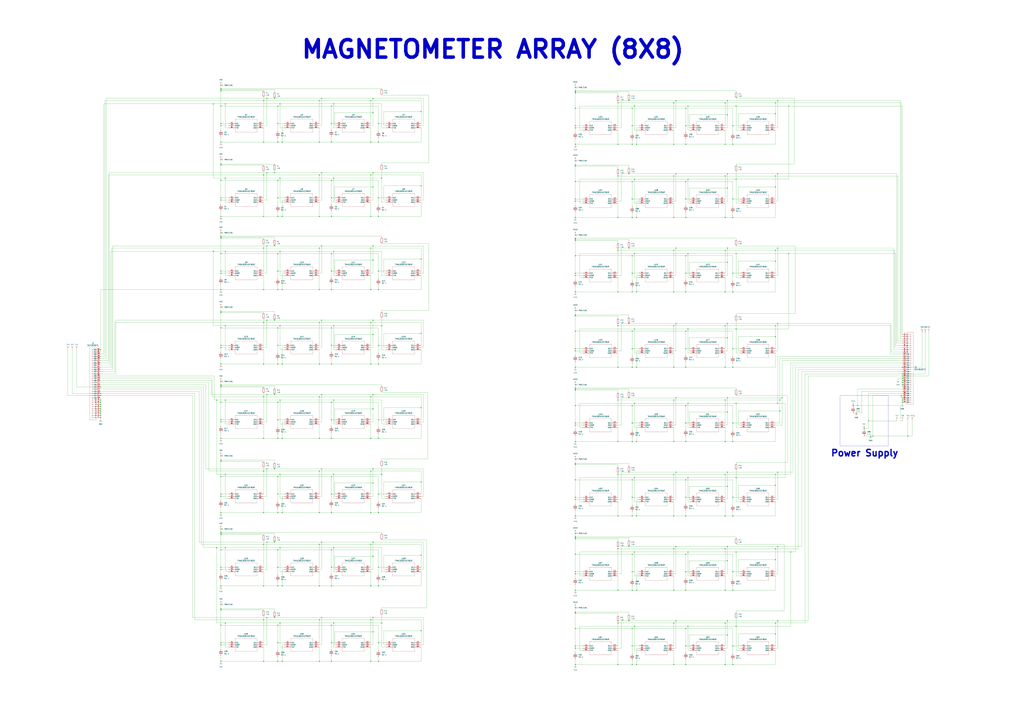
<source format=kicad_sch>
(kicad_sch (version 20231120) (generator "eeschema") (generator_version "8.0")
  (paper "A0")
  (lib_symbols
    (symbol "Connector:TestPoint" (pin_numbers hide) (pin_names (offset 0.762) hide)
      (property "Reference" "TP" (at 0 6.858 0))
      (property "Value" "TestPoint" (at 0 5.08 0))
      (symbol "TestPoint_1_1"
        (pin passive line (at 0 0 90) (length 2.54) (name "1") (number "1"))
      )
    )
    (symbol "Device:C" (pin_numbers hide) (pin_names (offset 0.254))
      (property "Reference" "C" (at 0.635 2.54 0))
      (property "Value" "C" (at 0.635 -2.54 0))
      (symbol "C_1_1"
        (pin passive line (at 0 3.81 270) (length 2.794) (name "~") (number "1"))
        (pin passive line (at 0 -3.81 90) (length 2.794) (name "~") (number "2"))
      )
    )
    (symbol "Device:R" (pin_numbers hide) (pin_names (offset 0))
      (property "Reference" "R" (at 2.032 0 90))
      (property "Value" "R" (at 0 0 90))
      (symbol "R_1_1"
        (pin passive line (at 0 3.81 270) (length 1.27) (name "~") (number "1"))
        (pin passive line (at 0 -3.81 90) (length 1.27) (name "~") (number "2"))
      )
    )
    (symbol "EDL:524353071" (pin_names (offset 0.254))
      (property "Reference" "J" (at 8.89 6.35 0))
      (property "Value" "524353071" (at 8.382 4.064 0))
      (symbol "524353071_1_1"
        (pin unspecified line (at 0 0 0) (length 5.08) (name "1") (number "1"))
        (pin unspecified line (at 0 -22.86 0) (length 5.08) (name "10") (number "10"))
        (pin unspecified line (at 0 -25.4 0) (length 5.08) (name "11") (number "11"))
        (pin unspecified line (at 0 -27.94 0) (length 5.08) (name "12") (number "12"))
        (pin unspecified line (at 0 -30.48 0) (length 5.08) (name "13") (number "13"))
        (pin unspecified line (at 0 -33.02 0) (length 5.08) (name "14") (number "14"))
        (pin unspecified line (at 0 -35.56 0) (length 5.08) (name "15") (number "15"))
        (pin unspecified line (at 0 -38.1 0) (length 5.08) (name "16") (number "16"))
        (pin unspecified line (at 0 -40.64 0) (length 5.08) (name "17") (number "17"))
        (pin unspecified line (at 0 -43.18 0) (length 5.08) (name "18") (number "18"))
        (pin unspecified line (at 0 -45.72 0) (length 5.08) (name "19") (number "19"))
        (pin unspecified line (at 0 -2.54 0) (length 5.08) (name "2") (number "2"))
        (pin unspecified line (at 0 -48.26 0) (length 5.08) (name "20") (number "20"))
        (pin unspecified line (at 0 -50.8 0) (length 5.08) (name "21") (number "21"))
        (pin unspecified line (at 0 -53.34 0) (length 5.08) (name "22") (number "22"))
        (pin unspecified line (at 0 -55.88 0) (length 5.08) (name "23") (number "23"))
        (pin unspecified line (at 0 -58.42 0) (length 5.08) (name "24") (number "24"))
        (pin unspecified line (at 0 -60.96 0) (length 5.08) (name "25") (number "25"))
        (pin unspecified line (at 0 -63.5 0) (length 5.08) (name "26") (number "26"))
        (pin unspecified line (at 0 -66.04 0) (length 5.08) (name "27") (number "27"))
        (pin unspecified line (at 0 -68.58 0) (length 5.08) (name "28") (number "28"))
        (pin unspecified line (at 0 -71.12 0) (length 5.08) (name "29") (number "29"))
        (pin unspecified line (at 0 -5.08 0) (length 5.08) (name "3") (number "3"))
        (pin unspecified line (at 0 -73.66 0) (length 5.08) (name "30") (number "30"))
        (pin unspecified line (at 0 -76.2 0) (length 5.08) (name "31") (number "31"))
        (pin unspecified line (at 0 -78.74 0) (length 5.08) (name "32") (number "32"))
        (pin unspecified line (at 0 -7.62 0) (length 5.08) (name "4") (number "4"))
        (pin unspecified line (at 0 -10.16 0) (length 5.08) (name "5") (number "5"))
        (pin unspecified line (at 0 -12.7 0) (length 5.08) (name "6") (number "6"))
        (pin unspecified line (at 0 -15.24 0) (length 5.08) (name "7") (number "7"))
        (pin unspecified line (at 0 -17.78 0) (length 5.08) (name "8") (number "8"))
        (pin unspecified line (at 0 -20.32 0) (length 5.08) (name "9") (number "9"))
      )
      (symbol "524353071_1_2"
        (pin unspecified line (at 0 0 0) (length 5.08) (name "1") (number "1"))
        (pin unspecified line (at 0 -22.86 0) (length 5.08) (name "10") (number "10"))
        (pin unspecified line (at 0 -25.4 0) (length 5.08) (name "11") (number "11"))
        (pin unspecified line (at 0 -27.94 0) (length 5.08) (name "12") (number "12"))
        (pin unspecified line (at 0 -30.48 0) (length 5.08) (name "13") (number "13"))
        (pin unspecified line (at 0 -33.02 0) (length 5.08) (name "14") (number "14"))
        (pin unspecified line (at 0 -35.56 0) (length 5.08) (name "15") (number "15"))
        (pin unspecified line (at 0 -38.1 0) (length 5.08) (name "16") (number "16"))
        (pin unspecified line (at 0 -40.64 0) (length 5.08) (name "17") (number "17"))
        (pin unspecified line (at 0 -43.18 0) (length 5.08) (name "18") (number "18"))
        (pin unspecified line (at 0 -45.72 0) (length 5.08) (name "19") (number "19"))
        (pin unspecified line (at 0 -2.54 0) (length 5.08) (name "2") (number "2"))
        (pin unspecified line (at 0 -48.26 0) (length 5.08) (name "20") (number "20"))
        (pin unspecified line (at 0 -50.8 0) (length 5.08) (name "21") (number "21"))
        (pin unspecified line (at 0 -53.34 0) (length 5.08) (name "22") (number "22"))
        (pin unspecified line (at 0 -55.88 0) (length 5.08) (name "23") (number "23"))
        (pin unspecified line (at 0 -58.42 0) (length 5.08) (name "24") (number "24"))
        (pin unspecified line (at 0 -60.96 0) (length 5.08) (name "25") (number "25"))
        (pin unspecified line (at 0 -63.5 0) (length 5.08) (name "26") (number "26"))
        (pin unspecified line (at 0 -66.04 0) (length 5.08) (name "27") (number "27"))
        (pin unspecified line (at 0 -68.58 0) (length 5.08) (name "28") (number "28"))
        (pin unspecified line (at 0 -71.12 0) (length 5.08) (name "29") (number "29"))
        (pin unspecified line (at 0 -5.08 0) (length 5.08) (name "3") (number "3"))
        (pin unspecified line (at 0 -73.66 0) (length 5.08) (name "30") (number "30"))
        (pin unspecified line (at 0 -7.62 0) (length 5.08) (name "4") (number "4"))
        (pin unspecified line (at 0 -10.16 0) (length 5.08) (name "5") (number "5"))
        (pin unspecified line (at 0 -12.7 0) (length 5.08) (name "6") (number "6"))
        (pin unspecified line (at 0 -15.24 0) (length 5.08) (name "7") (number "7"))
        (pin unspecified line (at 0 -17.78 0) (length 5.08) (name "8") (number "8"))
        (pin unspecified line (at 0 -20.32 0) (length 5.08) (name "9") (number "9"))
        (pin unspecified line (at 0 -76.2 0) (length 5.08) (name "P1") (number "P1"))
        (pin unspecified line (at 0 -78.74 0) (length 5.08) (name "P2") (number "P2"))
      )
    )
    (symbol "EDL:TMAG3001A2YBGR" (pin_names (offset 0.254))
      (property "Reference" "U" (at 20.32 -0.254 0))
      (property "Value" "TMAG3001A2YBGR" (at 20.828 3.048 0))
      (symbol "TMAG3001A2YBGR_0_1"
        (pin power_in line (at 0 0 0) (length 7.62) (name "VCC") (number "A1"))
        (pin input line (at 0 -2.54 0) (length 7.62) (name "ADDR") (number "A2"))
        (pin bidirectional line (at 0 -5.08 0) (length 7.62) (name "*INT") (number "B1"))
        (pin power_out line (at 40.64 -5.08 180) (length 7.62) (name "GND") (number "B2"))
        (pin bidirectional line (at 40.64 -2.54 180) (length 7.62) (name "SDA") (number "C1"))
        (pin bidirectional line (at 40.64 0 180) (length 7.62) (name "SCL") (number "C2"))
      )
    )
    (symbol "power:GND" (power) (pin_numbers hide) (pin_names (offset 0) hide)
      (property "Value" "GND" (at 0 -3.81 0))
      (symbol "GND_1_1"
        (pin power_in line (at 0 0 270) (length 0) (name "~") (number "1"))
      )
    )
    (symbol "power:PWR_FLAG" (power) (pin_numbers hide) (pin_names (offset 0) hide)
      (property "Value" "PWR_FLAG" (at 0 3.81 0))
      (symbol "PWR_FLAG_0_0"
        (pin power_out line (at 0 0 90) (length 0) (name "~") (number "1"))
      )
    )
    (symbol "power:VCC" (power) (pin_numbers hide) (pin_names (offset 0) hide)
      (property "Value" "VCC" (at 0 3.556 0))
      (symbol "VCC_1_1"
        (pin power_in line (at 0 0 90) (length 0) (name "~") (number "1"))
      )
    )
  )
  (junction (at 900.43 723.9))
  (junction (at 384.81 143.51))
  (junction (at 730.25 375.92))
  (junction (at 850.9 772.16))
  (junction (at 900.43 391.16))
  (junction (at 734.06 231.14))
  (junction (at 842.01 426.72))
  (junction (at 736.6 123.19))
  (junction (at 844.55 288.29))
  (junction (at 256.54 294.64))
  (junction (at 256.54 487.68))
  (junction (at 370.84 680.72))
  (junction (at 842.01 378.46))
  (junction (at 433.07 458.47))
  (junction (at 668.02 252.73))
  (junction (at 668.02 278.13))
  (junction (at 796.29 685.8))
  (junction (at 734.06 252.73))
  (junction (at 387.35 378.46))
  (junction (at 668.02 730.25))
  (junction (at 256.54 317.5))
  (junction (at 782.32 772.16))
  (junction (at 784.86 635))
  (junction (at 116.84 464.82))
  (junction (at 439.42 143.51))
  (junction (at 370.84 165.1))
  (junction (at 256.54 190.5))
  (junction (at 842.01 685.8))
  (junction (at 668.02 186.69))
  (junction (at 730.25 288.29))
  (junction (at 784.86 201.93))
  (junction (at 844.55 651.51))
  (junction (at 443.23 378.46))
  (junction (at 842.01 637.54))
  (junction (at 850.9 513.08))
  (junction (at 782.32 290.83))
  (junction (at 842.01 290.83))
  (junction (at 796.29 426.72))
  (junction (at 384.81 209.55))
  (junction (at 488.95 215.9))
  (junction (at 116.84 469.9))
  (junction (at 798.83 123.19))
  (junction (at 668.02 599.44))
  (junction (at 256.54 621.03))
  (junction (at 842.01 204.47))
  (junction (at 668.02 711.2))
  (junction (at 668.02 360.68))
  (junction (at 668.02 453.39))
  (junction (at 387.35 636.27))
  (junction (at 439.42 487.68))
  (junction (at 668.02 279.4))
  (junction (at 439.42 595.63))
  (junction (at 318.77 200.66))
  (junction (at 798.83 641.35))
  (junction (at 256.54 534.67))
  (junction (at 430.53 336.55))
  (junction (at 488.95 732.79))
  (junction (at 782.32 551.18))
  (junction (at 256.54 229.87))
  (junction (at 1047.75 444.5))
  (junction (at 322.58 422.91))
  (junction (at 668.02 447.04))
  (junction (at 370.84 720.09))
  (junction (at 734.06 685.8))
  (junction (at 322.58 487.68))
  (junction (at 739.14 426.72))
  (junction (at 439.42 509.27))
  (junction (at 256.54 232.41))
  (junction (at 668.02 297.18))
  (junction (at 256.54 105.41))
  (junction (at 256.54 361.95))
  (junction (at 850.9 664.21))
  (junction (at 734.06 125.73))
  (junction (at 261.62 636.27))
  (junction (at 384.81 467.36))
  (junction (at 842.01 599.44))
  (junction (at 668.02 320.04))
  (junction (at 902.97 635))
  (junction (at 116.84 449.58))
  (junction (at 256.54 467.36))
  (junction (at 842.01 772.16))
  (junction (at 256.54 185.42))
  (junction (at 844.55 478.79))
  (junction (at 798.83 727.71))
  (junction (at 850.9 491.49))
  (junction (at 736.6 294.64))
  (junction (at 433.07 130.81))
  (junction (at 256.54 314.96))
  (junction (at 256.54 104.14))
  (junction (at 384.81 165.1))
  (junction (at 730.25 462.28))
  (junction (at 373.38 629.92))
  (junction (at 717.55 464.82))
  (junction (at 1047.75 441.96))
  (junction (at 322.58 381))
  (junction (at 116.84 477.52))
  (junction (at 430.53 288.29))
  (junction (at 668.02 772.16))
  (junction (at 734.06 167.64))
  (junction (at 782.32 464.82))
  (junction (at 256.54 702.31))
  (junction (at 370.84 336.55))
  (junction (at 439.42 574.04))
  (junction (at 306.07 116.84))
  (junction (at 900.43 378.46))
  (junction (at 322.58 553.72))
  (junction (at 256.54 680.72))
  (junction (at 782.32 685.8))
  (junction (at 900.43 290.83))
  (junction (at 384.81 574.04))
  (junction (at 384.81 229.87))
  (junction (at 387.35 723.9))
  (junction (at 844.55 375.92))
  (junction (at 261.62 120.65))
  (junction (at 306.07 165.1))
  (junction (at 325.12 551.18))
  (junction (at 844.55 548.64))
  (junction (at 782.32 339.09))
  (junction (at 384.81 726.44))
  (junction (at 900.43 551.18))
  (junction (at 384.81 509.27))
  (junction (at 384.81 294.64))
  (junction (at 256.54 270.51))
  (junction (at 734.06 577.85))
  (junction (at 443.23 207.01))
  (junction (at 384.81 487.68))
  (junction (at 668.02 753.11))
  (junction (at 433.07 388.62))
  (junction (at 796.29 557.53))
  (junction (at 256.54 529.59))
  (junction (at 850.9 750.57))
  (junction (at 256.54 490.22))
  (junction (at 734.06 405.13))
  (junction (at 734.06 426.72))
  (junction (at 116.84 467.36))
  (junction (at 796.29 491.49))
  (junction (at 433.07 629.92))
  (junction (at 430.53 768.35))
  (junction (at 322.58 509.27))
  (junction (at 327.66 251.46))
  (junction (at 796.29 750.57))
  (junction (at 1047.75 462.28))
  (junction (at 717.55 599.44))
  (junction (at 1047.75 439.42))
  (junction (at 668.02 233.68))
  (junction (at 433.07 734.06))
  (junction (at 247.65 120.65))
  (junction (at 325.12 120.65))
  (junction (at 844.55 565.15))
  (junction (at 784.86 116.84))
  (junction (at 734.06 146.05))
  (junction (at 322.58 209.55))
  (junction (at 915.67 294.64))
  (junction (at 247.65 292.1))
  (junction (at 488.95 473.71))
  (junction (at 306.07 203.2))
  (junction (at 387.35 464.82))
  (junction (at 439.42 422.91))
  (junction (at 844.55 201.93))
  (junction (at 384.81 314.96))
  (junction (at 668.02 407.67))
  (junction (at 318.77 717.55))
  (junction (at 730.25 548.64))
  (junction (at 256.54 143.51))
  (junction (at 488.95 129.54))
  (junction (at 730.25 635))
  (junction (at 488.95 387.35))
  (junction (at 306.07 422.91))
  (junction (at 373.38 458.47))
  (junction (at 306.07 374.65))
  (junction (at 842.01 119.38))
  (junction (at 322.58 336.55))
  (junction (at 844.55 721.36))
  (junction (at 668.02 101.6))
  (junction (at 782.32 599.44))
  (junction (at 668.02 317.5))
  (junction (at 256.54 618.49))
  (junction (at 668.02 666.75))
  (junction (at 256.54 449.58))
  (junction (at 854.71 727.71))
  (junction (at 488.95 645.16))
  (junction (at 782.32 119.38))
  (junction (at 668.02 580.39))
  (junction (at 430.53 422.91))
  (junction (at 900.43 563.88))
  (junction (at 796.29 297.18))
  (junction (at 430.53 461.01))
  (junction (at 488.95 300.99))
  (junction (at 322.58 746.76))
  (junction (at 734.06 730.25))
  (junction (at 739.14 772.16))
  (junction (at 782.32 513.08))
  (junction (at 842.01 167.64))
  (junction (at 668.02 538.48))
  (junction (at 1047.75 464.82))
  (junction (at 256.54 708.66))
  (junction (at 784.86 462.28))
  (junction (at 668.02 624.84))
  (junction (at 668.02 664.21))
  (junction (at 256.54 99.06))
  (junction (at 739.14 339.09))
  (junction (at 1047.75 436.88))
  (junction (at 844.55 304.8))
  (junction (at 309.88 114.3))
  (junction (at 734.06 557.53))
  (junction (at 370.84 422.91))
  (junction (at 668.02 191.77))
  (junction (at 261.62 723.9))
  (junction (at 433.07 285.75))
  (junction (at 318.77 372.11))
  (junction (at 717.55 685.8))
  (junction (at 717.55 637.54))
  (junction (at 256.54 619.76))
  (junction (at 796.29 405.13))
  (junction (at 384.81 680.72))
  (junction (at 306.07 547.37))
  (junction (at 322.58 595.63))
  (junction (at 116.84 406.4))
  (junction (at 309.88 285.75))
  (junction (at 256.54 661.67))
  (junction (at 668.02 450.85))
  (junction (at 844.55 218.44))
  (junction (at 796.29 317.5))
  (junction (at 309.88 544.83))
  (junction (at 322.58 251.46))
  (junction (at 668.02 619.76))
  (junction (at 668.02 231.14))
  (junction (at 668.02 539.75))
  (junction (at 734.06 750.57))
  (junction (at 850.9 252.73))
  (junction (at 256.54 102.87))
  (junction (at 256.54 447.04))
  (junction (at 384.81 251.46))
  (junction (at 433.07 474.98))
  (junction (at 734.06 339.09))
  (junction (at 902.97 548.64))
  (junction (at 309.88 629.92))
  (junction (at 306.07 288.29))
  (junction (at 318.77 114.3))
  (junction (at 668.02 452.12))
  (junction (at 668.02 384.81))
  (junction (at 668.02 405.13))
  (junction (at 796.29 643.89))
  (junction (at 782.32 637.54))
  (junction (at 256.54 746.76))
  (junction (at 850.9 317.5))
  (junction (at 1013.46 506.73))
  (junction (at 384.81 595.63))
  (junction (at 842.01 551.18))
  (junction (at 384.81 638.81))
  (junction (at 784.86 288.29))
  (junction (at 798.83 468.63))
  (junction (at 854.71 123.19))
  (junction (at 668.02 750.57))
  (junction (at 439.42 768.35))
  (junction (at 796.29 252.73))
  (junction (at 854.71 208.28))
  (junction (at 734.06 772.16))
  (junction (at 318.77 285.75))
  (junction (at 325.12 636.27))
  (junction (at 739.14 513.08))
  (junction (at 990.6 471.17))
  (junction (at 433.07 217.17))
  (junction (at 433.07 372.11))
  (junction (at 668.02 339.09))
  (junction (at 850.9 599.44))
  (junction (at 902.97 721.36))
  (junction (at 430.53 680.72))
  (junction (at 668.02 643.89))
  (junction (at 995.68 471.17))
  (junction (at 900.43 736.6))
  (junction (at 256.54 659.13))
  (junction (at 433.07 717.55))
  (junction (at 668.02 626.11))
  (junction (at 734.06 210.82))
  (junction (at 905.51 477.52))
  (junction (at 430.53 251.46))
  (junction (at 915.67 123.19))
  (junction (at 256.54 275.59))
  (junction (at 327.66 768.35))
  (junction (at 261.62 464.82))
  (junction (at 256.54 707.39))
  (junction (at 668.02 273.05))
  (junction (at 734.06 664.21))
  (junction (at 798.83 294.64))
  (junction (at 256.54 638.81))
  (junction (at 261.62 207.01))
  (junction (at 370.84 461.01))
  (junction (at 318.77 629.92))
  (junction (at 433.07 302.26))
  (junction (at 370.84 203.2))
  (junction (at 717.55 252.73))
  (junction (at 739.14 685.8))
  (junction (at 306.07 509.27))
  (junction (at 842.01 464.82))
  (junction (at 717.55 551.18))
  (junction (at 842.01 252.73))
  (junction (at 798.83 554.99))
  (junction (at 850.9 146.05))
  (junction (at 373.38 717.55))
  (junction (at 439.42 746.76))
  (junction (at 430.53 165.1))
  (junction (at 433.07 561.34))
  (junction (at 306.07 720.09))
  (junction (at 256.54 146.05))
  (junction (at 854.71 554.99))
  (junction (at 322.58 294.64))
  (junction (at 850.9 405.13))
  (junction (at 717.55 167.64))
  (junction (at 782.32 378.46))
  (junction (at 796.29 599.44))
  (junction (at 309.88 200.66))
  (junction (at 1008.38 488.95))
  (junction (at 256.54 553.72))
  (junction (at 844.55 737.87))
  (junction (at 739.14 599.44))
  (junction (at 387.35 207.01))
  (junction (at 1003.3 497.84))
  (junction (at 116.84 459.74))
  (junction (at 850.9 685.8))
  (junction (at 370.84 251.46))
  (junction (at 734.06 297.18))
  (junction (at 900.43 217.17))
  (junction (at 325.12 292.1))
  (junction (at 1047.75 447.04))
  (junction (at 1047.75 467.36))
  (junction (at 782.32 426.72))
  (junction (at 854.71 468.63))
  (junction (at 796.29 577.85))
  (junction (at 668.02 557.53))
  (junction (at 430.53 720.09))
  (junction (at 668.02 577.85))
  (junction (at 439.42 659.13))
  (junction (at 325.12 378.46))
  (junction (at 734.06 599.44))
  (junction (at 668.02 107.95))
  (junction (at 116.84 472.44))
  (junction (at 256.54 535.94))
  (junction (at 256.54 165.1))
  (junction (at 256.54 443.23))
  (junction (at 736.6 554.99))
  (junction (at 908.05 462.28))
  (junction (at 439.42 251.46))
  (junction (at 327.66 422.91))
  (junction (at 798.83 382.27))
  (junction (at 439.42 401.32))
  (junction (at 443.23 551.18))
  (junction (at 668.02 167.64))
  (junction (at 325.12 207.01))
  (junction (at 384.81 422.91))
  (junction (at 327.66 165.1))
  (junction (at 668.02 125.73))
  (junction (at 251.46 464.82))
  (junction (at 739.14 252.73))
  (junction (at 782.32 167.64))
  (junction (at 717.55 339.09))
  (junction (at 736.6 727.71))
  (junction (at 256.54 576.58))
  (junction (at 322.58 680.72))
  (junction (at 384.81 336.55))
  (junction (at 256.54 123.19))
  (junction (at 717.55 723.9))
  (junction (at 325.12 723.9))
  (junction (at 306.07 680.72))
  (junction (at 844.55 116.84))
  (junction (at 322.58 467.36))
  (junction (at 116.84 482.6))
  (junction (at 373.38 114.3))
  (junction (at 796.29 231.14))
  (junction (at 306.07 632.46))
  (junction (at 1047.75 426.72))
  (junction (at 256.54 403.86))
  (junction (at 322.58 574.04))
  (junction (at 256.54 381))
  (junction (at 322.58 165.1))
  (junction (at 430.53 374.65))
  (junction (at 850.9 577.85))
  (junction (at 370.84 595.63))
  (junction (at 784.86 548.64))
  (junction (at 844.55 635))
  (junction (at 784.86 721.36))
  (junction (at 443.23 723.9))
  (junction (at 854.71 641.35))
  (junction (at 717.55 772.16))
  (junction (at 256.54 401.32))
  (junction (at 717.55 426.72))
  (junction (at 994.41 480.06))
  (junction (at 256.54 509.27))
  (junction (at 256.54 276.86))
  (junction (at 796.29 167.64))
  (junction (at 387.35 120.65))
  (junction (at 796.29 730.25))
  (junction (at 734.06 643.89))
  (junction (at 327.66 595.63))
  (junction (at 256.54 274.32))
  (junction (at 900.43 637.54))
  (junction (at 842.01 723.9))
  (junction (at 387.35 292.1))
  (junction (at 796.29 471.17))
  (junction (at 668.02 706.12))
  (junction (at 318.77 458.47))
  (junction (at 309.88 458.47))
  (junction (at 739.14 167.64))
  (junction (at 668.02 426.72))
  (junction (at 668.02 513.08))
  (junction (at 782.32 723.9))
  (junction (at 370.84 288.29))
  (junction (at 854.71 294.64))
  (junction (at 784.86 375.92))
  (junction (at 327.66 680.72))
  (junction (at 261.62 378.46))
  (junction (at 430.53 595.63))
  (junction (at 900.43 119.38))
  (junction (at 439.42 680.72))
  (junction (at 905.51 464.82))
  (junction (at 256.54 336.55))
  (junction (at 370.84 374.65))
  (junction (at 918.21 641.35))
  (junction (at 322.58 638.81))
  (junction (at 844.55 392.43))
  (junction (at 796.29 210.82))
  (junction (at 256.54 356.87))
  (junction (at 734.06 384.81))
  (junction (at 902.97 201.93))
  (junction (at 256.54 448.31))
  (junction (at 256.54 768.35))
  (junction (at 668.02 210.82))
  (junction (at 796.29 772.16))
  (junction (at 384.81 123.19))
  (junction (at 668.02 712.47))
  (junction (at 1054.1 506.73))
  (junction (at 900.43 204.47))
  (junction (at 1046.48 459.74))
  (junction (at 251.46 636.27))
  (junction (at 902.97 288.29))
  (junction (at 327.66 509.27))
  (junction (at 439.42 229.87))
  (junction (at 256.54 363.22))
  (junction (at 430.53 116.84))
  (junction (at 668.02 494.03))
  (junction (at 668.02 471.17))
  (junction (at 373.38 544.83))
  (junction (at 306.07 595.63))
  (junction (at 327.66 336.55))
  (junction (at 384.81 768.35))
  (junction (at 668.02 148.59))
  (junction (at 384.81 553.72))
  (junction (at 433.07 200.66))
  (junction (at 306.07 461.01))
  (junction (at 850.9 167.64))
  (junction (at 900.43 650.24))
  (junction (at 256.54 191.77))
  (junction (at 668.02 276.86))
  (junction (at 256.54 726.44))
  (junction (at 842.01 513.08))
  (junction (at 322.58 401.32))
  (junction (at 850.9 339.09))
  (junction (at 668.02 533.4))
  (junction (at 902.97 375.92))
  (junction (at 256.54 595.63))
  (junction (at 1010.92 506.73))
  (junction (at 433.07 114.3))
  (junction (at 900.43 132.08))
  (junction (at 309.88 372.11))
  (junction (at 854.71 382.27))
  (junction (at 668.02 193.04))
  (junction (at 370.84 509.27))
  (junction (at 370.84 547.37))
  (junction (at 717.55 119.38))
  (junction (at 668.02 685.8))
  (junction (at 850.9 426.72))
  (junction (at 387.35 551.18))
  (junction (at 373.38 200.66))
  (junction (at 373.38 285.75))
  (junction (at 322.58 123.19))
  (junction (at 430.53 632.46))
  (junction (at 798.83 208.28))
  (junction (at 844.55 133.35))
  (junction (at 736.6 641.35))
  (junction (at 433.07 646.43))
  (junction (at 796.29 513.08))
  (junction (at 433.07 544.83))
  (junction (at 256.54 422.91))
  (junction (at 256.54 614.68))
  (junction (at 734.06 317.5))
  (junction (at 322.58 229.87))
  (junction (at 256.54 749.3))
  (junction (at 796.29 125.73))
  (junction (at 384.81 659.13))
  (junction (at 668.02 367.03))
  (junction (at 782.32 204.47))
  (junction (at 902.97 116.84))
  (junction (at 850.9 231.14))
  (junction (at 717.55 290.83))
  (junction (at 844.55 462.28))
  (junction (at 796.29 384.81))
  (junction (at 325.12 464.82))
  (junction (at 322.58 314.96))
  (junction (at 370.84 116.84))
  (junction (at 306.07 251.46))
  (junction (at 256.54 574.04))
  (junction (at 116.84 480.06))
  (junction (at 734.06 471.17))
  (junction (at 736.6 208.28))
  (junction (at 370.84 632.46))
  (junction (at 261.62 292.1))
  (junction (at 668.02 623.57))
  (junction (at 430.53 509.27))
  (junction (at 384.81 381))
  (junction (at 306.07 336.55))
  (junction (at 668.02 106.68))
  (junction (at 1047.75 434.34))
  (junction (at 116.84 474.98))
  (junction (at 384.81 746.76))
  (junction (at 306.07 768.35))
  (junction (at 734.06 513.08))
  (junction (at 734.06 491.49))
  (junction (at 717.55 378.46))
  (junction (at 668.02 146.05))
  (junction (at 256.54 251.46))
  (junction (at 430.53 203.2))
  (junction (at 373.38 372.11))
  (junction (at 717.55 204.47))
  (junction (at 730.25 116.84))
  (junction (at 439.42 314.96))
  (junction (at 488.95 560.07))
  (junction (at 730.25 721.36))
  (junction (at 261.62 551.18))
  (junction (at 322.58 659.13))
  (junction (at 430.53 547.37))
  (junction (at 730.25 201.93))
  (junction (at 439.42 336.55))
  (junction (at 439.42 165.1))
  (junction (at 384.81 401.32))
  (junction (at 796.29 339.09))
  (junction (at 782.32 252.73))
  (junction (at 900.43 303.53))
  (junction (at 796.29 664.21))
  (junction (at 318.77 544.83))
  (junction (at 668.02 491.49))
  (junction (at 736.6 382.27))
  (junction (at 668.02 365.76))
  (junction (at 322.58 143.51))
  (junction (at 668.02 105.41))
  (junction (at 116.84 485.14))
  (junction (at 736.6 468.63))
  (junction (at 796.29 146.05))
  (junction (at 370.84 768.35))
  (junction (at 902.97 468.63))
  (junction (at 322.58 726.44))
  (junction (at 717.55 513.08))
  (junction (at 842.01 339.09))
  (junction (at 322.58 768.35))
  (junction (at 309.88 717.55))
  (junction (at 256.54 209.55))
  (junction (at 116.84 457.2))
  (wire (pts (xy 782.32 426.72) (xy 796.29 426.72)))
  (wire (pts (xy 384.81 381) (xy 384.81 401.32)))
  (wire (pts (xy 668.02 450.85) (xy 854.71 450.85)))
  (wire (pts (xy 782.32 599.44) (xy 782.32 582.93)))
  (wire (pts (xy 1074.42 434.34) (xy 1047.75 434.34)))
  (wire (pts (xy 116.84 467.36) (xy 116.84 469.9)))
  (wire (pts (xy 668.02 624.84) (xy 730.25 624.84)))
  (wire (pts (xy 443.23 447.04) (xy 256.54 447.04)))
  (wire (pts (xy 256.54 661.67) (xy 256.54 666.75)))
  (wire (pts (xy 261.62 378.46) (xy 247.65 378.46)))
  (wire (pts (xy 488.95 595.63) (xy 488.95 579.12)))
  (wire (pts (xy 384.81 487.68) (xy 389.89 487.68)))
  (wire (pts (xy 116.84 406.4) (xy 116.84 408.94)))
  (wire (pts (xy 850.9 252.73) (xy 900.43 252.73)))
  (wire (pts (xy 384.81 674.37) (xy 384.81 680.72)))
  (wire (pts (xy 306.07 632.46) (xy 370.84 632.46)))
  (wire (pts (xy 854.71 410.21) (xy 859.79 410.21)))
  (wire (pts (xy 668.02 186.69) (xy 668.02 191.77)))
  (wire (pts (xy 430.53 659.13) (xy 430.53 632.46)))
  (wire (pts (xy 256.54 276.86) (xy 306.07 276.86)))
  (wire (pts (xy 370.84 116.84) (xy 370.84 143.51)))
  (wire (pts (xy 717.55 233.68) (xy 721.36 233.68)))
  (wire (pts (xy 717.55 464.82) (xy 782.32 464.82)))
  (wire (pts (xy 309.88 403.86) (xy 309.88 372.11)))
  (wire (pts (xy 782.32 723.9) (xy 842.01 723.9)))
  (wire (pts (xy 673.1 727.71) (xy 736.6 727.71)))
  (wire (pts (xy 668.02 765.81) (xy 668.02 772.16)))
  (wire (pts (xy 900.43 723.9) (xy 934.72 723.9)))
  (wire (pts (xy 318.77 544.83) (xy 373.38 544.83)))
  (wire (pts (xy 842.01 599.44) (xy 842.01 582.93)))
  (wire (pts (xy 782.32 148.59) (xy 784.86 148.59)))
  (wire (pts (xy 844.55 148.59) (xy 844.55 133.35)))
  (wire (pts (xy 734.06 167.64) (xy 739.14 167.64)))
  (wire (pts (xy 306.07 716.28) (xy 306.07 720.09)))
  (wire (pts (xy 265.43 406.4) (xy 261.62 406.4)))
  (wire (pts (xy 798.83 641.35) (xy 736.6 641.35)))
  (wire (pts (xy 796.29 297.18) (xy 850.9 297.18)))
  (wire (pts (xy 306.07 143.51) (xy 306.07 116.84)))
  (wire (pts (xy 430.53 749.3) (xy 433.07 749.3)))
  (wire (pts (xy 373.38 544.83) (xy 373.38 576.58)))
  (wire (pts (xy 915.67 294.64) (xy 1040.13 294.64)))
  (wire (pts (xy 796.29 384.81) (xy 850.9 384.81)))
  (wire (pts (xy 488.95 251.46) (xy 488.95 234.95)))
  (wire (pts (xy 430.53 336.55) (xy 439.42 336.55)))
  (wire (pts (xy 370.84 509.27) (xy 384.81 509.27)))
  (wire (pts (xy 116.84 462.28) (xy 116.84 464.82)))
  (wire (pts (xy 844.55 651.51) (xy 844.55 635)))
  (wire (pts (xy 384.81 768.35) (xy 430.53 768.35)))
  (wire (pts (xy 388.62 302.26) (xy 433.07 302.26)))
  (wire (pts (xy 930.91 431.8) (xy 1047.75 431.8)))
  (wire (pts (xy 256.54 104.14) (xy 318.77 104.14)))
  (wire (pts (xy 717.55 750.57) (xy 717.55 723.9)))
  (wire (pts (xy 900.43 736.6) (xy 900.43 750.57)))
  (wire (pts (xy 902.97 414.02) (xy 1047.75 414.02)))
  (wire (pts (xy 668.02 273.05) (xy 668.02 276.86)))
  (wire (pts (xy 439.42 331.47) (xy 439.42 336.55)))
  (wire (pts (xy 370.84 547.37) (xy 370.84 574.04)))
  (wire (pts (xy 734.06 491.49) (xy 734.06 471.17)))
  (wire (pts (xy 734.06 557.53) (xy 668.02 557.53)))
  (wire (pts (xy 256.54 146.05) (xy 265.43 146.05)))
  (wire (pts (xy 373.38 200.66) (xy 373.38 232.41)))
  (wire (pts (xy 246.38 439.42) (xy 246.38 461.01)))
  (wire (pts (xy 668.02 105.41) (xy 668.02 106.68)))
  (wire (pts (xy 116.84 426.72) (xy 129.54 426.72)))
  (wire (pts (xy 120.65 411.48) (xy 116.84 411.48)))
  (wire (pts (xy 433.07 576.58) (xy 433.07 561.34)))
  (wire (pts (xy 387.35 406.4) (xy 389.89 406.4)))
  (wire (pts (xy 488.95 473.71) (xy 488.95 487.68)))
  (wire (pts (xy 370.84 749.3) (xy 373.38 749.3)))
  (wire (pts (xy 322.58 401.32) (xy 322.58 381)))
  (wire (pts (xy 1035.05 378.46) (xy 1035.05 408.94)))
  (wire (pts (xy 854.71 727.71) (xy 918.21 727.71)))
  (wire (pts (xy 784.86 548.64) (xy 784.86 580.39)))
  (wire (pts (xy 842.01 599.44) (xy 850.9 599.44)))
  (wire (pts (xy 721.36 288.29) (xy 730.25 288.29)))
  (wire (pts (xy 857.25 320.04) (xy 857.25 303.53)))
  (wire (pts (xy 850.9 146.05) (xy 850.9 154.94)))
  (wire (pts (xy 801.37 494.03) (xy 800.1 494.03)))
  (wire (pts (xy 384.81 165.1) (xy 430.53 165.1)))
  (wire (pts (xy 330.2 576.58) (xy 327.66 576.58)))
  (wire (pts (xy 318.77 372.11) (xy 373.38 372.11)))
  (wire (pts (xy 734.06 231.14) (xy 734.06 240.03)))
  (wire (pts (xy 796.29 420.37) (xy 796.29 426.72)))
  (wire (pts (xy 261.62 464.82) (xy 325.12 464.82)))
  (wire (pts (xy 384.81 746.76) (xy 384.81 754.38)))
  (wire (pts (xy 796.29 252.73) (xy 842.01 252.73)))
  (wire (pts (xy 306.07 229.87) (xy 306.07 203.2)))
  (wire (pts (xy 261.62 636.27) (xy 325.12 636.27)))
  (wire (pts (xy 842.01 750.57) (xy 842.01 723.9)))
  (wire (pts (xy 256.54 674.37) (xy 256.54 680.72)))
  (wire (pts (xy 318.77 200.66) (xy 373.38 200.66)))
  (wire (pts (xy 859.79 666.75) (xy 857.25 666.75)))
  (wire (pts (xy 717.55 339.09) (xy 734.06 339.09)))
  (wire (pts (xy 373.38 114.3) (xy 373.38 146.05)))
  (wire (pts (xy 673.1 554.99) (xy 736.6 554.99)))
  (wire (pts (xy 784.86 721.36) (xy 844.55 721.36)))
  (wire (pts (xy 318.77 106.68) (xy 318.77 104.14)))
  (wire (pts (xy 325.12 492.76) (xy 330.2 492.76)))
  (wire (pts (xy 373.38 717.55) (xy 373.38 749.3)))
  (wire (pts (xy 78.74 406.4) (xy 78.74 459.74)))
  (wire (pts (xy 261.62 723.9) (xy 251.46 723.9)))
  (wire (pts (xy 330.2 661.67) (xy 327.66 661.67)))
  (wire (pts (xy 256.54 490.22) (xy 256.54 495.3)))
  (wire (pts (xy 668.02 506.73) (xy 668.02 513.08)))
  (wire (pts (xy 800.1 407.67) (xy 800.1 392.43)))
  (wire (pts (xy 443.23 378.46) (xy 443.23 406.4)))
  (wire (pts (xy 256.54 448.31) (xy 256.54 449.58)))
  (wire (pts (xy 261.62 292.1) (xy 325.12 292.1)))
  (wire (pts (xy 782.32 119.38) (xy 842.01 119.38)))
  (wire (pts (xy 842.01 723.9) (xy 900.43 723.9)))
  (wire (pts (xy 256.54 363.22) (xy 256.54 381)))
  (wire (pts (xy 854.71 546.1) (xy 854.71 554.99)))
  (wire (pts (xy 796.29 643.89) (xy 796.29 664.21)))
  (wire (pts (xy 306.07 203.2) (xy 125.73 203.2)))
  (wire (pts (xy 433.07 372.11) (xy 491.49 372.11)))
  (wire (pts (xy 782.32 378.46) (xy 842.01 378.46)))
  (wire (pts (xy 938.53 721.36) (xy 938.53 436.88)))
  (wire (pts (xy 721.36 375.92) (xy 730.25 375.92)))
  (wire (pts (xy 370.84 461.01) (xy 430.53 461.01)))
  (wire (pts (xy 854.71 114.3) (xy 922.02 114.3)))
  (wire (pts (xy 256.54 701.04) (xy 256.54 702.31)))
  (wire (pts (xy 330.2 314.96) (xy 322.58 314.96)))
  (wire (pts (xy 900.43 637.54) (xy 927.1 637.54)))
  (wire (pts (xy 842.01 148.59) (xy 844.55 148.59)))
  (wire (pts (xy 1047.75 467.36) (xy 1047.75 464.82)))
  (wire (pts (xy 1059.18 506.73) (xy 1059.18 488.95)))
  (wire (pts (xy 256.54 529.59) (xy 256.54 534.67)))
  (wire (pts (xy 248.92 464.82) (xy 248.92 436.88)))
  (wire (pts (xy 914.4 537.21) (xy 854.71 537.21)))
  (wire (pts (xy 796.29 231.14) (xy 801.37 231.14)))
  (wire (pts (xy 717.55 279.4) (xy 717.55 281.94)))
  (wire (pts (xy 306.07 628.65) (xy 306.07 632.46)))
  (wire (pts (xy 370.84 632.46) (xy 430.53 632.46)))
  (wire (pts (xy 322.58 553.72) (xy 256.54 553.72)))
  (wire (pts (xy 265.43 148.59) (xy 261.62 148.59)))
  (wire (pts (xy 900.43 599.44) (xy 900.43 582.93)))
  (wire (pts (xy 322.58 504.19) (xy 322.58 509.27)))
  (wire (pts (xy 439.42 229.87) (xy 448.31 229.87)))
  (wire (pts (xy 854.71 151.13) (xy 859.79 151.13)))
  (wire (pts (xy 721.36 494.03) (xy 721.36 462.28)))
  (wire (pts (xy 433.07 661.67) (xy 433.07 646.43)))
  (wire (pts (xy 433.07 629.92) (xy 491.49 629.92)))
  (wire (pts (xy 850.9 334.01) (xy 850.9 339.09)))
  (wire (pts (xy 717.55 685.8) (xy 668.02 685.8)))
  (wire (pts (xy 430.53 661.67) (xy 433.07 661.67)))
  (wire (pts (xy 261.62 207.01) (xy 247.65 207.01)))
  (wire (pts (xy 854.71 632.46) (xy 910.59 632.46)))
  (wire (pts (xy 796.29 426.72) (xy 842.01 426.72)))
  (wire (pts (xy 850.9 557.53) (xy 850.9 577.85)))
  (wire (pts (xy 922.02 190.5) (xy 854.71 190.5)))
  (wire (pts (xy 443.23 579.12) (xy 448.31 579.12)))
  (wire (pts (xy 741.68 491.49) (xy 734.06 491.49)))
  (wire (pts (xy 734.06 594.36) (xy 734.06 599.44)))
  (wire (pts (xy 900.43 119.38) (xy 900.43 132.08)))
  (wire (pts (xy 322.58 574.04) (xy 322.58 553.72)))
  (wire (pts (xy 309.88 200.66) (xy 318.77 200.66)))
  (wire (pts (xy 1045.21 116.84) (xy 1045.21 393.7)))
  (wire (pts (xy 384.81 726.44) (xy 384.81 746.76)))
  (wire (pts (xy 900.43 290.83) (xy 900.43 303.53)))
  (wire (pts (xy 231.14 629.92) (xy 231.14 454.66)))
  (wire (pts (xy 668.02 365.76) (xy 668.02 367.03)))
  (wire (pts (xy 739.14 666.75) (xy 739.14 685.8)))
  (wire (pts (xy 488.95 300.99) (xy 488.95 314.96)))
  (wire (pts (xy 306.07 199.39) (xy 306.07 203.2)))
  (wire (pts (xy 322.58 487.68) (xy 322.58 467.36)))
  (wire (pts (xy 387.35 464.82) (xy 443.23 464.82)))
  (wire (pts (xy 850.9 471.17) (xy 850.9 491.49)))
  (wire (pts (xy 318.77 198.12) (xy 318.77 200.66)))
  (wire (pts (xy 844.55 116.84) (xy 902.97 116.84)))
  (wire (pts (xy 854.71 468.63) (xy 854.71 496.57)))
  (wire (pts (xy 384.81 209.55) (xy 439.42 209.55)))
  (wire (pts (xy 739.14 407.67) (xy 739.14 426.72)))
  (wire (pts (xy 850.9 599.44) (xy 900.43 599.44)))
  (wire (pts (xy 736.6 236.22) (xy 741.68 236.22)))
  (wire (pts (xy 668.02 450.85) (xy 668.02 452.12)))
  (wire (pts (xy 854.71 294.64) (xy 915.67 294.64)))
  (wire (pts (xy 1047.75 441.96) (xy 1047.75 444.5)))
  (wire (pts (xy 306.07 284.48) (xy 306.07 288.29)))
  (wire (pts (xy 798.83 727.71) (xy 854.71 727.71)))
  (wire (pts (xy 433.07 458.47) (xy 491.49 458.47)))
  (wire (pts (xy 322.58 229.87) (xy 322.58 209.55)))
  (wire (pts (xy 306.07 487.68) (xy 306.07 461.01)))
  (wire (pts (xy 668.02 246.38) (xy 668.02 252.73)))
  (wire (pts (xy 256.54 158.75) (xy 256.54 165.1)))
  (wire (pts (xy 717.55 146.05) (xy 717.55 119.38)))
  (wire (pts (xy 798.83 382.27) (xy 854.71 382.27)))
  (wire (pts (xy 327.66 768.35) (xy 370.84 768.35)))
  (wire (pts (xy 261.62 464.82) (xy 251.46 464.82)))
  (wire (pts (xy 384.81 589.28) (xy 384.81 595.63)))
  (wire (pts (xy 430.53 317.5) (xy 433.07 317.5)))
  (wire (pts (xy 796.29 750.57) (xy 796.29 758.19)))
  (wire (pts (xy 1046.48 459.74) (xy 1046.48 462.28)))
  (wire (pts (xy 717.55 722.63) (xy 717.55 723.9)))
  (wire (pts (xy 430.53 746.76) (xy 430.53 720.09)))
  (wire (pts (xy 325.12 292.1) (xy 325.12 320.04)))
  (wire (pts (xy 433.07 217.17) (xy 433.07 200.66)))
  (wire (pts (xy 439.42 123.19) (xy 439.42 143.51)))
  (wire (pts (xy 325.12 120.65) (xy 325.12 148.59)))
  (wire (pts (xy 859.79 148.59) (xy 857.25 148.59)))
  (wire (pts (xy 796.29 332.74) (xy 796.29 339.09)))
  (wire (pts (xy 306.07 288.29) (xy 129.54 288.29)))
  (wire (pts (xy 256.54 534.67) (xy 256.54 535.94)))
  (wire (pts (xy 796.29 599.44) (xy 842.01 599.44)))
  (wire (pts (xy 923.29 285.75) (xy 923.29 364.49)))
  (wire (pts (xy 389.89 661.67) (xy 388.62 661.67)))
  (wire (pts (xy 306.07 314.96) (xy 306.07 288.29)))
  (wire (pts (xy 741.68 750.57) (xy 734.06 750.57)))
  (wire (pts (xy 905.51 477.52) (xy 905.51 491.49)))
  (wire (pts (xy 717.55 367.03) (xy 717.55 369.57)))
  (wire (pts (xy 322.58 331.47) (xy 322.58 336.55)))
  (wire (pts (xy 1047.75 123.19) (xy 1047.75 388.62)))
  (wire (pts (xy 734.06 643.89) (xy 796.29 643.89)))
  (wire (pts (xy 1037.59 406.4) (xy 1047.75 406.4)))
  (wire (pts (xy 668.02 405.13) (xy 668.02 407.67)))
  (wire (pts (xy 844.55 375.92) (xy 902.97 375.92)))
  (wire (pts (xy 430.53 165.1) (xy 430.53 148.59)))
  (wire (pts (xy 842.01 577.85) (xy 842.01 551.18)))
  (wire (pts (xy 370.84 374.65) (xy 370.84 401.32)))
  (wire (pts (xy 306.07 403.86) (xy 309.88 403.86)))
  (wire (pts (xy 736.6 382.27) (xy 736.6 410.21)))
  (wire (pts (xy 370.84 203.2) (xy 430.53 203.2)))
  (wire (pts (xy 782.32 339.09) (xy 782.32 322.58)))
  (wire (pts (xy 265.43 487.68) (xy 256.54 487.68)))
  (wire (pts (xy 256.54 449.58) (xy 306.07 449.58)))
  (wire (pts (xy 448.31 576.58) (xy 445.77 576.58)))
  (wire (pts (xy 256.54 269.24) (xy 256.54 270.51)))
  (wire (pts (xy 673.1 496.57) (xy 673.1 468.63)))
  (wire (pts (xy 902.97 635) (xy 902.97 666.75)))
  (wire (pts (xy 330.2 659.13) (xy 322.58 659.13)))
  (wire (pts (xy 721.36 580.39) (xy 721.36 548.64)))
  (wire (pts (xy 782.32 551.18) (xy 842.01 551.18)))
  (wire (pts (xy 784.86 462.28) (xy 784.86 494.03)))
  (wire (pts (xy 739.14 426.72) (xy 782.32 426.72)))
  (wire (pts (xy 488.95 461.01) (xy 488.95 473.71)))
  (wire (pts (xy 261.62 579.12) (xy 261.62 551.18)))
  (wire (pts (xy 676.91 231.14) (xy 668.02 231.14)))
  (wire (pts (xy 306.07 401.32) (xy 306.07 374.65)))
  (wire (pts (xy 387.35 320.04) (xy 389.89 320.04)))
  (wire (pts (xy 384.81 553.72) (xy 384.81 574.04)))
  (wire (pts (xy 782.32 772.16) (xy 782.32 755.65)))
  (wire (pts (xy 1008.38 457.2) (xy 1047.75 457.2)))
  (wire (pts (xy 854.71 208.28) (xy 854.71 236.22)))
  (wire (pts (xy 443.23 283.21) (xy 497.84 283.21)))
  (wire (pts (xy 439.42 659.13) (xy 448.31 659.13)))
  (wire (pts (xy 491.49 146.05) (xy 488.95 146.05)))
  (wire (pts (xy 430.53 509.27) (xy 430.53 492.76)))
  (wire (pts (xy 309.88 749.3) (xy 309.88 717.55)))
  (wire (pts (xy 717.55 577.85) (xy 717.55 551.18)))
  (wire (pts (xy 910.59 709.93) (xy 854.71 709.93)))
  (wire (pts (xy 495.3 627.38) (xy 495.3 706.12)))
  (wire (pts (xy 668.02 623.57) (xy 854.71 623.57)))
  (wire (pts (xy 854.71 727.71) (xy 854.71 755.65)))
  (wire (pts (xy 488.95 509.27) (xy 488.95 492.76)))
  (wire (pts (xy 1013.46 459.74) (xy 1013.46 506.73)))
  (wire (pts (xy 668.02 491.49) (xy 668.02 494.03)))
  (wire (pts (xy 741.68 317.5) (xy 734.06 317.5)))
  (wire (pts (xy 730.25 280.67) (xy 730.25 278.13)))
  (wire (pts (xy 384.81 553.72) (xy 439.42 553.72)))
  (wire (pts (xy 327.66 749.3) (xy 327.66 768.35)))
  (wire (pts (xy 668.02 125.73) (xy 668.02 146.05)))
  (wire (pts (xy 915.67 382.27) (xy 915.67 294.64)))
  (wire (pts (xy 741.68 407.67) (xy 739.14 407.67)))
  (wire (pts (xy 739.14 339.09) (xy 782.32 339.09)))
  (wire (pts (xy 491.49 717.55) (xy 491.49 749.3)))
  (wire (pts (xy 717.55 723.9) (xy 782.32 723.9)))
  (wire (pts (xy 116.84 447.04) (xy 238.76 447.04)))
  (wire (pts (xy 844.55 462.28) (xy 908.05 462.28)))
  (wire (pts (xy 734.06 317.5) (xy 734.06 326.39)))
  (wire (pts (xy 325.12 148.59) (xy 330.2 148.59)))
  (wire (pts (xy 388.62 561.34) (xy 433.07 561.34)))
  (wire (pts (xy 488.95 768.35) (xy 488.95 751.84)))
  (wire (pts (xy 668.02 231.14) (xy 668.02 233.68)))
  (wire (pts (xy 717.55 599.44) (xy 734.06 599.44)))
  (wire (pts (xy 443.23 120.65) (xy 443.23 148.59)))
  (wire (pts (xy 668.02 191.77) (xy 730.25 191.77)))
  (wire (pts (xy 668.02 453.39) (xy 668.02 471.17)))
  (wire (pts (xy 439.42 251.46) (xy 488.95 251.46)))
  (wire (pts (xy 384.81 123.19) (xy 384.81 143.51)))
  (wire (pts (xy 384.81 467.36) (xy 439.42 467.36)))
  (wire (pts (xy 306.07 595.63) (xy 322.58 595.63)))
  (wire (pts (xy 384.81 314.96) (xy 384.81 322.58)))
  (wire (pts (xy 488.95 116.84) (xy 488.95 129.54)))
  (wire (pts (xy 798.83 294.64) (xy 736.6 294.64)))
  (wire (pts (xy 443.23 448.31) (xy 443.23 447.04)))
  (wire (pts (xy 439.42 574.04) (xy 448.31 574.04)))
  (wire (pts (xy 736.6 208.28) (xy 736.6 236.22)))
  (wire (pts (xy 717.55 410.21) (xy 717.55 426.72)))
  (wire (pts (xy 784.86 116.84) (xy 844.55 116.84)))
  (wire (pts (xy 1013.46 506.73) (xy 1054.1 506.73)))
  (wire (pts (xy 796.29 471.17) (xy 796.29 491.49)))
  (wire (pts (xy 850.9 339.09) (xy 900.43 339.09)))
  (wire (pts (xy 1033.78 411.48) (xy 1047.75 411.48)))
  (wire (pts (xy 782.32 599.44) (xy 796.29 599.44)))
  (wire (pts (xy 859.79 407.67) (xy 857.25 407.67)))
  (wire (pts (xy 1000.76 454.66) (xy 1047.75 454.66)))
  (wire (pts (xy 318.77 364.49) (xy 318.77 361.95)))
  (wire (pts (xy 256.54 232.41) (xy 256.54 237.49)))
  (wire (pts (xy 370.84 509.27) (xy 370.84 492.76)))
  (wire (pts (xy 256.54 143.51) (xy 256.54 146.05)))
  (wire (pts (xy 721.36 116.84) (xy 730.25 116.84)))
  (wire (pts (xy 796.29 577.85) (xy 801.37 577.85)))
  (wire (pts (xy 430.53 576.58) (xy 433.07 576.58)))
  (wire (pts (xy 384.81 659.13) (xy 389.89 659.13)))
  (wire (pts (xy 433.07 146.05) (xy 433.07 130.81)))
  (wire (pts (xy 842.01 513.08) (xy 842.01 496.57)))
  (wire (pts (xy 443.23 551.18) (xy 443.23 579.12)))
  (wire (pts (xy 739.14 320.04) (xy 739.14 339.09)))
  (wire (pts (xy 1008.38 497.84) (xy 1003.3 497.84)))
  (wire (pts (xy 322.58 675.64) (xy 322.58 680.72)))
  (wire (pts (xy 370.84 403.86) (xy 373.38 403.86)))
  (wire (pts (xy 730.25 375.92) (xy 784.86 375.92)))
  (wire (pts (xy 736.6 641.35) (xy 736.6 669.29)))
  (wire (pts (xy 491.49 285.75) (xy 491.49 317.5)))
  (wire (pts (xy 233.68 632.46) (xy 233.68 452.12)))
  (wire (pts (xy 238.76 544.83) (xy 238.76 447.04)))
  (wire (pts (xy 717.55 753.11) (xy 721.36 753.11)))
  (wire (pts (xy 491.49 544.83) (xy 491.49 576.58)))
  (wire (pts (xy 373.38 629.92) (xy 433.07 629.92)))
  (wire (pts (xy 370.84 288.29) (xy 370.84 314.96)))
  (wire (pts (xy 850.9 594.36) (xy 850.9 599.44)))
  (wire (pts (xy 842.01 753.11) (xy 844.55 753.11)))
  (wire (pts (xy 730.25 454.66) (xy 730.25 452.12)))
  (wire (pts (xy 900.43 637.54) (xy 900.43 650.24)))
  (wire (pts (xy 782.32 753.11) (xy 784.86 753.11)))
  (wire (pts (xy 1054.1 506.73) (xy 1059.18 506.73)))
  (wire (pts (xy 443.23 361.95) (xy 443.23 360.68)))
  (wire (pts (xy 439.42 504.19) (xy 439.42 509.27)))
  (wire (pts (xy 443.23 751.84) (xy 448.31 751.84)))
  (wire (pts (xy 782.32 494.03) (xy 784.86 494.03)))
  (wire (pts (xy 900.43 217.17) (xy 900.43 231.14)))
  (wire (pts (xy 673.1 382.27) (xy 736.6 382.27)))
  (wire (pts (xy 850.9 750.57) (xy 850.9 759.46)))
  (wire (pts (xy 800.1 737.87) (xy 844.55 737.87)))
  (wire (pts (xy 739.14 252.73) (xy 782.32 252.73)))
  (wire (pts (xy 256.54 336.55) (xy 256.54 337.82)))
  (wire (pts (xy 854.71 236.22) (xy 859.79 236.22)))
  (wire (pts (xy 798.83 554.99) (xy 798.83 582.93)))
  (wire (pts (xy 430.53 232.41) (xy 433.07 232.41)))
  (wire (pts (xy 668.02 233.68) (xy 668.02 238.76)))
  (wire (pts (xy 668.02 271.78) (xy 668.02 273.05)))
  (wire (pts (xy 730.25 116.84) (xy 784.86 116.84)))
  (wire (pts (xy 676.91 146.05) (xy 668.02 146.05)))
  (wire (pts (xy 123.19 416.56) (xy 116.84 416.56)))
  (wire (pts (xy 842.01 464.82) (xy 905.51 464.82)))
  (wire (pts (xy 325.12 378.46) (xy 387.35 378.46)))
  (wire (pts (xy 433.07 232.41) (xy 433.07 217.17)))
  (wire (pts (xy 900.43 563.88) (xy 900.43 577.85)))
  (wire (pts (xy 265.43 234.95) (xy 261.62 234.95)))
  (wire (pts (xy 256.54 245.11) (xy 256.54 251.46)))
  (wire (pts (xy 782.32 685.8) (xy 796.29 685.8)))
  (wire (pts (xy 798.83 410.21) (xy 801.37 410.21)))
  (wire (pts (xy 256.54 361.95) (xy 318.77 361.95)))
  (wire (pts (xy 433.07 734.06) (xy 433.07 717.55)))
  (wire (pts (xy 854.71 718.82) (xy 854.71 727.71)))
  (wire (pts (xy 488.95 422.91) (xy 488.95 406.4)))
  (wire (pts (xy 854.71 669.29) (xy 859.79 669.29)))
  (wire (pts (xy 439.42 314.96) (xy 439.42 323.85)))
  (wire (pts (xy 673.1 208.28) (xy 736.6 208.28)))
  (wire (pts (xy 736.6 669.29) (xy 741.68 669.29)))
  (wire (pts (xy 387.35 723.9) (xy 387.35 751.84)))
  (wire (pts (xy 256.54 589.28) (xy 256.54 595.63)))
  (wire (pts (xy 796.29 664.21) (xy 796.29 671.83)))
  (wire (pts (xy 730.25 462.28) (xy 784.86 462.28)))
  (wire (pts (xy 668.02 191.77) (xy 668.02 193.04)))
  (wire (pts (xy 439.42 229.87) (xy 439.42 238.76)))
  (wire (pts (xy 915.67 208.28) (xy 915.67 123.19)))
  (wire (pts (xy 265.43 579.12) (xy 261.62 579.12)))
  (wire (pts (xy 256.54 276.86) (xy 256.54 294.64)))
  (wire (pts (xy 256.54 185.42) (xy 256.54 190.5)))
  (wire (pts (xy 261.62 292.1) (xy 247.65 292.1)))
  (wire (pts (xy 256.54 621.03) (xy 256.54 638.81)))
  (wire (pts (xy 439.42 160.02) (xy 439.42 165.1)))
  (wire (pts (xy 668.02 471.17) (xy 668.02 491.49)))
  (wire (pts (xy 844.55 548.64) (xy 902.97 548.64)))
  (wire (pts (xy 491.49 232.41) (xy 488.95 232.41)))
  (wire (pts (xy 370.84 336.55) (xy 384.81 336.55)))
  (wire (pts (xy 491.49 372.11) (xy 491.49 403.86)))
  (wire (pts (xy 116.84 469.9) (xy 116.84 472.44)))
  (wire (pts (xy 256.54 102.87) (xy 256.54 104.14)))
  (wire (pts (xy 309.88 458.47) (xy 318.77 458.47)))
  (wire (pts (xy 721.36 721.36) (xy 730.25 721.36)))
  (wire (pts (xy 384.81 422.91) (xy 430.53 422.91)))
  (wire (pts (xy 741.68 148.59) (xy 739.14 148.59)))
  (wire (pts (xy 902.97 407.67) (xy 900.43 407.67)))
  (wire (pts (xy 322.58 246.38) (xy 322.58 251.46)))
  (wire (pts (xy 443.23 110.49) (xy 497.84 110.49)))
  (wire (pts (xy 430.53 768.35) (xy 430.53 751.84)))
  (wire (pts (xy 384.81 502.92) (xy 384.81 509.27)))
  (wire (pts (xy 370.84 422.91) (xy 384.81 422.91)))
  (wire (pts (xy 306.07 680.72) (xy 256.54 680.72)))
  (wire (pts (xy 900.43 650.24) (xy 900.43 664.21)))
  (wire (pts (xy 717.55 290.83) (xy 782.32 290.83)))
  (wire (pts (xy 384.81 762) (xy 384.81 768.35)))
  (wire (pts (xy 668.02 407.67) (xy 668.02 412.75)))
  (wire (pts (xy 322.58 143.51) (xy 322.58 123.19)))
  (wire (pts (xy 373.38 717.55) (xy 433.07 717.55)))
  (wire (pts (xy 717.55 513.08) (xy 734.06 513.08)))
  (wire (pts (xy 730.25 548.64) (xy 784.86 548.64)))
  (wire (pts (xy 306.07 595.63) (xy 256.54 595.63)))
  (wire (pts (xy 370.84 720.09) (xy 430.53 720.09)))
  (wire (pts (xy 902.97 468.63) (xy 911.86 468.63)))
  (wire (pts (xy 116.84 444.5) (xy 242.57 444.5)))
  (wire (pts (xy 668.02 276.86) (xy 854.71 276.86)))
  (wire (pts (xy 796.29 513.08) (xy 842.01 513.08)))
  (wire (pts (xy 900.43 426.72) (xy 900.43 410.21)))
  (wire (pts (xy 1037.59 288.29) (xy 1037.59 406.4)))
  (wire (pts (xy 900.43 119.38) (xy 1046.48 119.38)))
  (wire (pts (xy 387.35 636.27) (xy 443.23 636.27)))
  (wire (pts (xy 782.32 233.68) (xy 784.86 233.68)))
  (wire (pts (xy 914.4 459.74) (xy 914.4 537.21)))
  (wire (pts (xy 384.81 330.2) (xy 384.81 336.55)))
  (wire (pts (xy 433.07 646.43) (xy 433.07 629.92)))
  (wire (pts (xy 1003.3 497.84) (xy 1003.3 499.11)))
  (wire (pts (xy 384.81 245.11) (xy 384.81 251.46)))
  (wire (pts (xy 256.54 768.35) (xy 256.54 769.62)))
  (wire (pts (xy 306.07 680.72) (xy 322.58 680.72)))
  (wire (pts (xy 798.83 151.13) (xy 801.37 151.13)))
  (wire (pts (xy 306.07 547.37) (xy 370.84 547.37)))
  (wire (pts (xy 1008.38 488.95) (xy 1041.4 488.95)))
  (wire (pts (xy 902.97 320.04) (xy 900.43 320.04)))
  (wire (pts (xy 842.01 426.72) (xy 842.01 410.21)))
  (wire (pts (xy 306.07 492.76) (xy 306.07 509.27)))
  (wire (pts (xy 388.62 388.62) (xy 433.07 388.62)))
  (wire (pts (xy 256.54 762) (xy 256.54 768.35)))
  (wire (pts (xy 668.02 557.53) (xy 668.02 577.85)))
  (wire (pts (xy 261.62 120.65) (xy 247.65 120.65)))
  (wire (pts (xy 850.9 146.05) (xy 859.79 146.05)))
  (wire (pts (xy 730.25 201.93) (xy 784.86 201.93)))
  (wire (pts (xy 668.02 626.11) (xy 668.02 643.89)))
  (wire (pts (xy 116.84 480.06) (xy 116.84 482.6)))
  (wire (pts (xy 676.91 577.85) (xy 668.02 577.85)))
  (wire (pts (xy 384.81 314.96) (xy 389.89 314.96)))
  (wire (pts (xy 741.68 320.04) (xy 739.14 320.04)))
  (wire (pts (xy 668.02 107.95) (xy 668.02 125.73)))
  (wire (pts (xy 370.84 317.5) (xy 373.38 317.5)))
  (wire (pts (xy 448.31 317.5) (xy 445.77 317.5)))
  (wire (pts (xy 796.29 577.85) (xy 796.29 585.47)))
  (wire (pts (xy 902.97 288.29) (xy 1037.59 288.29)))
  (wire (pts (xy 445.77 645.16) (xy 488.95 645.16)))
  (wire (pts (xy 306.07 661.67) (xy 309.88 661.67)))
  (wire (pts (xy 387.35 464.82) (xy 387.35 492.76)))
  (wire (pts (xy 908.05 462.28) (xy 908.05 494.03)))
  (wire (pts (xy 256.54 619.76) (xy 318.77 619.76)))
  (wire (pts (xy 330.2 229.87) (xy 322.58 229.87)))
  (wire (pts (xy 322.58 467.36) (xy 384.81 467.36)))
  (wire (pts (xy 717.55 755.65) (xy 717.55 772.16)))
  (wire (pts (xy 842.01 119.38) (xy 900.43 119.38)))
  (wire (pts (xy 668.02 593.09) (xy 668.02 599.44)))
  (wire (pts (xy 306.07 370.84) (xy 306.07 374.65)))
  (wire (pts (xy 668.02 533.4) (xy 668.02 538.48)))
  (wire (pts (xy 782.32 464.82) (xy 782.32 491.49)))
  (wire (pts (xy 387.35 207.01) (xy 387.35 234.95)))
  (wire (pts (xy 668.02 712.47) (xy 717.55 712.47)))
  (wire (pts (xy 256.54 105.41) (xy 306.07 105.41)))
  (wire (pts (xy 717.55 496.57) (xy 717.55 513.08)))
  (wire (pts (xy 370.84 146.05) (xy 373.38 146.05)))
  (wire (pts (xy 445.77 300.99) (xy 488.95 300.99)))
  (wire (pts (xy 908.05 462.28) (xy 908.05 419.1)))
  (wire (pts (xy 430.53 547.37) (xy 488.95 547.37)))
  (wire (pts (xy 842.01 664.21) (xy 842.01 637.54)))
  (wire (pts (xy 668.02 279.4) (xy 668.02 297.18)))
  (wire (pts (xy 370.84 661.67) (xy 373.38 661.67)))
  (wire (pts (xy 488.95 632.46) (xy 488.95 645.16)))
  (wire (pts (xy 798.83 322.58) (xy 801.37 322.58)))
  (wire (pts (xy 325.12 579.12) (xy 330.2 579.12)))
  (wire (pts (xy 309.88 114.3) (xy 318.77 114.3)))
  (wire (pts (xy 734.06 339.09) (xy 739.14 339.09)))
  (wire (pts (xy 256.54 102.87) (xy 443.23 102.87)))
  (wire (pts (xy 384.81 746.76) (xy 389.89 746.76)))
  (wire (pts (xy 327.66 595.63) (xy 370.84 595.63)))
  (wire (pts (xy 676.91 151.13) (xy 673.1 151.13)))
  (wire (pts (xy 796.29 246.38) (xy 796.29 252.73)))
  (wire (pts (xy 322.58 143.51) (xy 322.58 152.4)))
  (wire (pts (xy 387.35 492.76) (xy 389.89 492.76)))
  (wire (pts (xy 306.07 232.41) (xy 309.88 232.41)))
  (wire (pts (xy 322.58 680.72) (xy 327.66 680.72)))
  (wire (pts (xy 322.58 638.81) (xy 384.81 638.81)))
  (wire (pts (xy 325.12 636.27) (xy 325.12 664.21)))
  (wire (pts (xy 857.25 132.08) (xy 900.43 132.08)))
  (wire (pts (xy 668.02 624.84) (xy 668.02 626.11)))
  (wire (pts (xy 673.1 669.29) (xy 673.1 641.35)))
  (wire (pts (xy 800.1 304.8) (xy 844.55 304.8)))
  (wire (pts (xy 309.88 717.55) (xy 318.77 717.55)))
  (wire (pts (xy 842.01 513.08) (xy 850.9 513.08)))
  (wire (pts (xy 256.54 270.51) (xy 256.54 274.32)))
  (wire (pts (xy 322.58 659.13) (xy 322.58 638.81)))
  (wire (pts (xy 717.55 405.13) (xy 717.55 378.46)))
  (wire (pts (xy 857.25 233.68) (xy 857.25 217.17)))
  (wire (pts (xy 443.23 464.82) (xy 443.23 492.76)))
  (wire (pts (xy 796.29 679.45) (xy 796.29 685.8)))
  (wire (pts (xy 256.54 534.67) (xy 318.77 534.67)))
  (wire (pts (xy 443.23 369.57) (xy 443.23 378.46)))
  (wire (pts (xy 796.29 125.73) (xy 796.29 146.05)))
  (wire (pts (xy 798.83 554.99) (xy 854.71 554.99)))
  (wire (pts (xy 491.49 114.3) (xy 491.49 146.05)))
  (wire (pts (xy 854.71 190.5) (xy 854.71 191.77)))
  (wire (pts (xy 439.42 590.55) (xy 439.42 595.63)))
  (wire (pts (xy 256.54 356.87) (xy 256.54 361.95)))
  (wire (pts (xy 439.42 675.64) (xy 439.42 680.72)))
  (wire (pts (xy 387.35 292.1) (xy 443.23 292.1)))
  (wire (pts (xy 433.07 544.83) (xy 491.49 544.83)))
  (wire (pts (xy 717.55 539.75) (xy 717.55 542.29)))
  (wire (pts (xy 668.02 407.67) (xy 676.91 407.67)))
  (wire (pts (xy 256.54 707.39) (xy 256.54 708.66)))
  (wire (pts (xy 842.01 317.5) (xy 842.01 290.83)))
  (wire (pts (xy 439.42 768.35) (xy 488.95 768.35)))
  (wire (pts (xy 388.62 661.67) (xy 388.62 646.43)))
  (wire (pts (xy 668.02 101.6) (xy 668.02 105.41)))
  (wire (pts (xy 265.43 746.76) (xy 256.54 746.76)))
  (wire (pts (xy 265.43 401.32) (xy 256.54 401.32)))
  (wire (pts (xy 734.06 210.82) (xy 796.29 210.82)))
  (wire (pts (xy 668.02 712.47) (xy 668.02 730.25)))
  (wire (pts (xy 782.32 723.9) (xy 782.32 750.57)))
  (wire (pts (xy 854.71 468.63) (xy 902.97 468.63)))
  (wire (pts (xy 306.07 768.35) (xy 256.54 768.35)))
  (wire (pts (xy 717.55 463.55) (xy 717.55 464.82)))
  (wire (pts (xy 256.54 104.14) (xy 256.54 105.41)))
  (wire (pts (xy 668.02 278.13) (xy 730.25 278.13)))
  (wire (pts (xy 842.01 494.03) (xy 844.55 494.03)))
  (wire (pts (xy 256.54 275.59) (xy 256.54 276.86)))
  (wire (pts (xy 445.77 490.22) (xy 445.77 473.71)))
  (wire (pts (xy 668.02 532.13) (xy 668.02 533.4)))
  (wire (pts (xy 445.77 576.58) (xy 445.77 560.07)))
  (wire (pts (xy 782.32 666.75) (xy 784.86 666.75)))
  (wire (pts (xy 990.6 471.17) (xy 995.68 471.17)))
  (wire (pts (xy 854.71 496.57) (xy 859.79 496.57)))
  (wire (pts (xy 256.54 361.95) (xy 256.54 363.22)))
  (wire (pts (xy 721.36 407.67) (xy 721.36 375.92)))
  (wire (pts (xy 900.43 339.09) (xy 900.43 322.58)))
  (wire (pts (xy 734.06 664.21) (xy 734.06 673.1)))
  (wire (pts (xy 123.19 114.3) (xy 309.88 114.3)))
  (wire (pts (xy 741.68 580.39) (xy 739.14 580.39)))
  (wire (pts (xy 491.49 458.47) (xy 491.49 490.22)))
  (wire (pts (xy 306.07 320.04) (xy 306.07 336.55)))
  (wire (pts (xy 430.53 720.09) (xy 488.95 720.09)))
  (wire (pts (xy 782.32 637.54) (xy 842.01 637.54)))
  (wire (pts (xy 430.53 422.91) (xy 430.53 406.4)))
  (wire (pts (xy 717.55 317.5) (xy 717.55 290.83)))
  (wire (pts (xy 256.54 490.22) (xy 265.43 490.22)))
  (wire (pts (xy 842.01 339.09) (xy 850.9 339.09)))
  (wire (pts (xy 325.12 551.18) (xy 325.12 579.12)))
  (wire (pts (xy 784.86 548.64) (xy 844.55 548.64)))
  (wire (pts (xy 801.37 320.04) (xy 800.1 320.04)))
  (wire (pts (xy 1041.4 398.78) (xy 1047.75 398.78)))
  (wire (pts (xy 900.43 252.73) (xy 900.43 236.22)))
  (wire (pts (xy 796.29 730.25) (xy 796.29 750.57)))
  (wire (pts (xy 265.43 751.84) (xy 261.62 751.84)))
  (wire (pts (xy 256.54 191.77) (xy 306.07 191.77)))
  (wire (pts (xy 309.88 372.11) (xy 318.77 372.11)))
  (wire (pts (xy 676.91 317.5) (xy 668.02 317.5)))
  (wire (pts (xy 430.53 336.55) (xy 430.53 320.04)))
  (wire (pts (xy 798.83 123.19) (xy 854.71 123.19)))
  (wire (pts (xy 439.42 638.81) (xy 439.42 659.13)))
  (wire (pts (xy 739.14 753.11) (xy 739.14 772.16)))
  (wire (pts (xy 256.54 184.15) (xy 256.54 185.42)))
  (wire (pts (xy 322.58 726.44) (xy 256.54 726.44)))
  (wire (pts (xy 387.35 664.21) (xy 389.89 664.21)))
  (wire (pts (xy 445.77 317.5) (xy 445.77 300.99)))
  (wire (pts (xy 445.77 403.86) (xy 445.77 387.35)))
  (wire (pts (xy 734.06 421.64) (xy 734.06 426.72)))
  (wire (pts (xy 668.02 278.13) (xy 668.02 279.4)))
  (wire (pts (xy 668.02 193.04) (xy 717.55 193.04)))
  (wire (pts (xy 256.54 229.87) (xy 256.54 232.41)))
  (wire (pts (xy 796.29 317.5) (xy 796.29 325.12)))
  (wire (pts (xy 1046.48 462.28) (xy 1047.75 462.28)))
  (wire (pts (xy 854.71 554.99) (xy 911.86 554.99)))
  (wire (pts (xy 842.01 407.67) (xy 844.55 407.67)))
  (wire (pts (xy 1013.46 459.74) (xy 1046.48 459.74)))
  (wire (pts (xy 325.12 723.9) (xy 387.35 723.9)))
  (wire (pts (xy 322.58 763.27) (xy 322.58 768.35)))
  (wire (pts (xy 668.02 420.37) (xy 668.02 426.72)))
  (wire (pts (xy 854.71 641.35) (xy 854.71 669.29)))
  (wire (pts (xy 247.65 378.46) (xy 247.65 292.1)))
  (wire (pts (xy 730.25 368.3) (xy 730.25 365.76)))
  (wire (pts (xy 782.32 513.08) (xy 782.32 496.57)))
  (wire (pts (xy 782.32 290.83) (xy 842.01 290.83)))
  (wire (pts (xy 261.62 378.46) (xy 325.12 378.46)))
  (wire (pts (xy 784.86 635) (xy 784.86 666.75)))
  (wire (pts (xy 306.07 203.2) (xy 370.84 203.2)))
  (wire (pts (xy 668.02 365.76) (xy 730.25 365.76)))
  (wire (pts (xy 325.12 207.01) (xy 261.62 207.01)))
  (wire (pts (xy 439.42 143.51) (xy 439.42 152.4)))
  (wire (pts (xy 322.58 590.55) (xy 322.58 595.63)))
  (wire (pts (xy 784.86 375.92) (xy 844.55 375.92)))
  (wire (pts (xy 370.84 595.63) (xy 384.81 595.63)))
  (wire (pts (xy 327.66 509.27) (xy 370.84 509.27)))
  (wire (pts (xy 488.95 165.1) (xy 488.95 148.59)))
  (wire (pts (xy 796.29 557.53) (xy 850.9 557.53)))
  (wire (pts (xy 327.66 165.1) (xy 370.84 165.1)))
  (wire (pts (xy 256.54 274.32) (xy 256.54 275.59)))
  (wire (pts (xy 717.55 549.91) (xy 717.55 551.18)))
  (wire (pts (xy 734.06 577.85) (xy 734.06 586.74)))
  (wire (pts (xy 1038.86 403.86) (xy 1047.75 403.86)))
  (wire (pts (xy 373.38 285.75) (xy 373.38 317.5)))
  (wire (pts (xy 673.1 236.22) (xy 673.1 208.28)))
  (wire (pts (xy 842.01 320.04) (xy 844.55 320.04)))
  (wire (pts (xy 327.66 232.41) (xy 327.66 251.46)))
  (wire (pts (xy 430.53 461.01) (xy 488.95 461.01)))
  (wire (pts (xy 734.06 767.08) (xy 734.06 772.16)))
  (wire (pts (xy 384.81 143.51) (xy 389.89 143.51)))
  (wire (pts (xy 1040.13 294.64) (xy 1040.13 401.32)))
  (wire (pts (xy 330.2 232.41) (xy 327.66 232.41)))
  (wire (pts (xy 496.57 533.4) (xy 443.23 533.4)))
  (wire (pts (xy 668.02 320.04) (xy 668.02 325.12)))
  (wire (pts (xy 734.06 384.81) (xy 668.02 384.81)))
  (wire (pts (xy 739.14 599.44) (xy 782.32 599.44)))
  (wire (pts (xy 1047.75 447.04) (xy 1047.75 449.58)))
  (wire (pts (xy 256.54 422.91) (xy 256.54 424.18)))
  (wire (pts (xy 247.65 207.01) (xy 247.65 120.65)))
  (wire (pts (xy 844.55 494.03) (xy 844.55 478.79)))
  (wire (pts (xy 796.29 405.13) (xy 796.29 412.75)))
  (wire (pts (xy 251.46 636.27) (xy 236.22 636.27)))
  (wire (pts (xy 322.58 401.32) (xy 322.58 410.21)))
  (wire (pts (xy 673.1 641.35) (xy 736.6 641.35)))
  (wire (pts (xy 306.07 751.84) (xy 306.07 768.35)))
  (wire (pts (xy 373.38 200.66) (xy 433.07 200.66)))
  (wire (pts (xy 1074.42 386.08) (xy 1074.42 434.34)))
  (wire (pts (xy 734.06 471.17) (xy 796.29 471.17)))
  (wire (pts (xy 734.06 471.17) (xy 668.02 471.17)))
  (wire (pts (xy 1035.05 408.94) (xy 1047.75 408.94)))
  (wire (pts (xy 116.84 424.18) (xy 128.27 424.18)))
  (wire (pts (xy 854.71 382.27) (xy 854.71 410.21)))
  (wire (pts (xy 443.23 274.32) (xy 256.54 274.32)))
  (wire (pts (xy 384.81 509.27) (xy 430.53 509.27)))
  (wire (pts (xy 782.32 167.64) (xy 782.32 151.13)))
  (wire (pts (xy 668.02 100.33) (xy 668.02 101.6)))
  (wire (pts (xy 430.53 595.63) (xy 439.42 595.63)))
  (wire (pts (xy 850.9 247.65) (xy 850.9 252.73)))
  (wire (pts (xy 668.02 452.12) (xy 668.02 453.39)))
  (wire (pts (xy 782.32 513.08) (xy 796.29 513.08)))
  (wire (pts (xy 373.38 629.92) (xy 373.38 661.67)))
  (wire (pts (xy 990.6 472.44) (xy 990.6 471.17)))
  (wire (pts (xy 116.84 482.6) (xy 116.84 485.14)))
  (wire (pts (xy 857.25 650.24) (xy 900.43 650.24)))
  (wire (pts (xy 384.81 659.13) (xy 384.81 666.75)))
  (wire (pts (xy 306.07 336.55) (xy 256.54 336.55)))
  (wire (pts (xy 134.62 372.11) (xy 134.62 434.34)))
  (wire (pts (xy 370.84 595.63) (xy 370.84 579.12)))
  (wire (pts (xy 443.23 320.04) (xy 448.31 320.04)))
  (wire (pts (xy 330.2 403.86) (xy 327.66 403.86)))
  (wire (pts (xy 327.66 576.58) (xy 327.66 595.63)))
  (wire (pts (xy 433.07 302.26) (xy 433.07 285.75)))
  (wire (pts (xy 327.66 336.55) (xy 370.84 336.55)))
  (wire (pts (xy 325.12 636.27) (xy 387.35 636.27)))
  (wire (pts (xy 439.42 417.83) (xy 439.42 422.91)))
  (wire (pts (xy 798.83 294.64) (xy 854.71 294.64)))
  (wire (pts (xy 902.97 201.93) (xy 902.97 233.68)))
  (wire (pts (xy 923.29 364.49) (xy 854.71 364.49)))
  (wire (pts (xy 902.97 635) (xy 930.91 635)))
  (wire (pts (xy 915.67 123.19) (xy 1047.75 123.19)))
  (wire (pts (xy 127 200.66) (xy 309.88 200.66)))
  (wire (pts (xy 1008.38 457.2) (xy 1008.38 488.95)))
  (wire (pts (xy 717.55 772.16) (xy 734.06 772.16)))
  (wire (pts (xy 445.77 732.79) (xy 488.95 732.79)))
  (wire (pts (xy 676.91 664.21) (xy 668.02 664.21)))
  (wire (pts (xy 800.1 753.11) (xy 800.1 737.87)))
  (wire (pts (xy 842.01 204.47) (xy 900.43 204.47)))
  (wire (pts (xy 854.71 285.75) (xy 923.29 285.75)))
  (wire (pts (xy 717.55 193.04) (xy 717.55 195.58)))
  (wire (pts (xy 734.06 426.72) (xy 739.14 426.72)))
  (wire (pts (xy 902.97 148.59) (xy 900.43 148.59)))
  (wire (pts (xy 256.54 746.76) (xy 256.54 749.3)))
  (wire (pts (xy 387.35 551.18) (xy 387.35 579.12)))
  (wire (pts (xy 736.6 151.13) (xy 741.68 151.13)))
  (wire (pts (xy 734.06 125.73) (xy 796.29 125.73)))
  (wire (pts (xy 306.07 374.65) (xy 133.35 374.65)))
  (wire (pts (xy 844.55 233.68) (xy 844.55 218.44)))
  (wire (pts (xy 430.53 574.04) (xy 430.53 547.37)))
  (wire (pts (xy 116.84 429.26) (xy 130.81 429.26)))
  (wire (pts (xy 739.14 233.68) (xy 739.14 252.73)))
  (wire (pts (xy 668.02 664.21) (xy 668.02 666.75)))
  (wire (pts (xy 488.95 129.54) (xy 488.95 143.51)))
  (wire (pts (xy 116.84 485.14) (xy 116.84 487.68)))
  (wire (pts (xy 330.2 401.32) (xy 322.58 401.32)))
  (wire (pts (xy 990.6 480.06) (xy 994.41 480.06)))
  (wire (pts (xy 859.79 580.39) (xy 857.25 580.39)))
  (wire (pts (xy 717.55 426.72) (xy 734.06 426.72)))
  (wire (pts (xy 1042.67 439.42) (xy 1042.67 441.96)))
  (wire (pts (xy 388.62 576.58) (xy 388.62 561.34)))
  (wire (pts (xy 902.97 548.64) (xy 902.97 580.39)))
  (wire (pts (xy 309.88 629.92) (xy 231.14 629.92)))
  (wire (pts (xy 256.54 363.22) (xy 306.07 363.22)))
  (wire (pts (xy 739.14 167.64) (xy 782.32 167.64)))
  (wire (pts (xy 801.37 148.59) (xy 800.1 148.59)))
  (wire (pts (xy 857.25 148.59) (xy 857.25 132.08)))
  (wire (pts (xy 116.84 474.98) (xy 116.84 477.52)))
  (wire (pts (xy 717.55 453.39) (xy 717.55 455.93)))
  (wire (pts (xy 717.55 407.67) (xy 721.36 407.67)))
  (wire (pts (xy 844.55 304.8) (xy 844.55 288.29)))
  (wire (pts (xy 373.38 114.3) (xy 433.07 114.3)))
  (wire (pts (xy 798.83 468.63) (xy 854.71 468.63)))
  (wire (pts (xy 854.71 276.86) (xy 854.71 278.13)))
  (wire (pts (xy 900.43 513.08) (xy 900.43 496.57)))
  (wire (pts (xy 439.42 467.36) (xy 439.42 487.68)))
  (wire (pts (xy 850.9 772.16) (xy 900.43 772.16)))
  (wire (pts (xy 439.42 165.1) (xy 488.95 165.1)))
  (wire (pts (xy 734.06 730.25) (xy 796.29 730.25)))
  (wire (pts (xy 854.71 537.21) (xy 854.71 538.48)))
  (wire (pts (xy 717.55 378.46) (xy 782.32 378.46)))
  (wire (pts (xy 265.43 314.96) (xy 256.54 314.96)))
  (wire (pts (xy 445.77 215.9) (xy 488.95 215.9)))
  (wire (pts (xy 306.07 406.4) (xy 306.07 422.91)))
  (wire (pts (xy 844.55 666.75) (xy 844.55 651.51)))
  (wire (pts (xy 854.71 755.65) (xy 859.79 755.65)))
  (wire (pts (xy 116.84 419.1) (xy 125.73 419.1)))
  (wire (pts (xy 306.07 374.65) (xy 370.84 374.65)))
  (wire (pts (xy 256.54 574.04) (xy 256.54 576.58)))
  (wire (pts (xy 800.1 218.44) (xy 844.55 218.44)))
  (wire (pts (xy 734.06 750.57) (xy 734.06 759.46)))
  (wire (pts (xy 782.32 378.46) (xy 782.32 405.13)))
  (wire (pts (xy 854.71 709.93) (xy 854.71 711.2)))
  (wire (pts (xy 854.71 105.41) (xy 854.71 106.68)))
  (wire (pts (xy 734.06 317.5) (xy 734.06 297.18)))
  (wire (pts (xy 256.54 509.27) (xy 256.54 510.54)))
  (wire (pts (xy 910.59 632.46) (xy 910.59 709.93)))
  (wire (pts (xy 330.2 490.22) (xy 327.66 490.22)))
  (wire (pts (xy 306.07 579.12) (xy 306.07 595.63)))
  (wire (pts (xy 717.55 599.44) (xy 668.02 599.44)))
  (wire (pts (xy 902.97 375.92) (xy 902.97 407.67)))
  (wire (pts (xy 717.55 712.47) (xy 717.55 715.01)))
  (wire (pts (xy 857.25 736.6) (xy 900.43 736.6)))
  (wire (pts (xy 306.07 148.59) (xy 306.07 165.1)))
  (wire (pts (xy 668.02 107.95) (xy 717.55 107.95)))
  (wire (pts (xy 306.07 632.46) (xy 233.68 632.46)))
  (wire (pts (xy 325.12 751.84) (xy 330.2 751.84)))
  (wire (pts (xy 430.53 165.1) (xy 439.42 165.1)))
  (wire (pts (xy 327.66 661.67) (xy 327.66 680.72)))
  (wire (pts (xy 668.02 538.48) (xy 668.02 539.75)))
  (wire (pts (xy 322.58 467.36) (xy 256.54 467.36)))
  (wire (pts (xy 325.12 320.04) (xy 330.2 320.04)))
  (wire (pts (xy 668.02 146.05) (xy 668.02 148.59)))
  (wire (pts (xy 491.49 749.3) (xy 488.95 749.3)))
  (wire (pts (xy 389.89 403.86) (xy 388.62 403.86)))
  (wire (pts (xy 734.06 252.73) (xy 739.14 252.73)))
  (wire (pts (xy 223.52 717.55) (xy 223.52 459.74)))
  (wire (pts (xy 370.84 461.01) (xy 370.84 487.68)))
  (wire (pts (xy 370.84 165.1) (xy 384.81 165.1)))
  (wire (pts (xy 741.68 146.05) (xy 734.06 146.05)))
  (wire (pts (xy 322.58 746.76) (xy 322.58 726.44)))
  (wire (pts (xy 256.54 441.96) (xy 256.54 443.23)))
  (wire (pts (xy 668.02 185.42) (xy 668.02 186.69)))
  (wire (pts (xy 256.54 317.5) (xy 256.54 322.58)))
  (wire (pts (xy 1046.48 459.74) (xy 1047.75 459.74)))
  (wire (pts (xy 800.1 392.43) (xy 844.55 392.43)))
  (wire (pts (xy 1047.75 439.42) (xy 1042.67 439.42)))
  (wire (pts (xy 256.54 638.81) (xy 256.54 659.13)))
  (wire (pts (xy 736.6 410.21) (xy 741.68 410.21)))
  (wire (pts (xy 116.84 421.64) (xy 127 421.64)))
  (wire (pts (xy 488.95 547.37) (xy 488.95 560.07)))
  (wire (pts (xy 491.49 661.67) (xy 488.95 661.67)))
  (wire (pts (xy 439.42 336.55) (xy 488.95 336.55)))
  (wire (pts (xy 306.07 251.46) (xy 322.58 251.46)))
  (wire (pts (xy 668.02 494.03) (xy 676.91 494.03)))
  (wire (pts (xy 370.84 251.46) (xy 384.81 251.46)))
  (wire (pts (xy 668.02 626.11) (xy 717.55 626.11)))
  (wire (pts (xy 796.29 685.8) (xy 842.01 685.8)))
  (wire (pts (xy 261.62 551.18) (xy 251.46 551.18)))
  (wire (pts (xy 384.81 416.56) (xy 384.81 422.91)))
  (wire (pts (xy 306.07 509.27) (xy 322.58 509.27)))
  (wire (pts (xy 676.91 750.57) (xy 668.02 750.57)))
  (wire (pts (xy 327.66 251.46) (xy 370.84 251.46)))
  (wire (pts (xy 318.77 709.93) (xy 318.77 707.39)))
  (wire (pts (xy 370.84 374.65) (xy 430.53 374.65)))
  (wire (pts (xy 116.84 452.12) (xy 233.68 452.12)))
  (wire (pts (xy 370.84 680.72) (xy 384.81 680.72)))
  (wire (pts (xy 918.21 421.64) (xy 1047.75 421.64)))
  (wire (pts (xy 387.35 120.65) (xy 387.35 148.59)))
  (wire (pts (xy 739.14 494.03) (xy 739.14 513.08)))
  (wire (pts (xy 325.12 723.9) (xy 325.12 751.84)))
  (wire (pts (xy 439.42 401.32) (xy 439.42 410.21)))
  (wire (pts (xy 491.49 629.92) (xy 491.49 661.67)))
  (wire (pts (xy 322.58 251.46) (xy 327.66 251.46)))
  (wire (pts (xy 384.81 229.87) (xy 389.89 229.87)))
  (wire (pts (xy 1045.21 488.95) (xy 1047.75 488.95)))
  (wire (pts (xy 850.9 317.5) (xy 859.79 317.5)))
  (wire (pts (xy 370.84 116.84) (xy 430.53 116.84)))
  (wire (pts (xy 668.02 161.29) (xy 668.02 167.64)))
  (wire (pts (xy 676.91 755.65) (xy 673.1 755.65)))
  (wire (pts (xy 668.02 167.64) (xy 668.02 168.91)))
  (wire (pts (xy 370.84 547.37) (xy 430.53 547.37)))
  (wire (pts (xy 116.84 449.58) (xy 236.22 449.58)))
  (wire (pts (xy 739.14 513.08) (xy 782.32 513.08)))
  (wire (pts (xy 448.31 146.05) (xy 445.77 146.05)))
  (wire (pts (xy 488.95 288.29) (xy 488.95 300.99)))
  (wire (pts (xy 318.77 622.3) (xy 318.77 619.76)))
  (wire (pts (xy 930.91 635) (xy 930.91 431.8)))
  (wire (pts (xy 721.36 753.11) (xy 721.36 721.36)))
  (wire (pts (xy 430.53 374.65) (xy 488.95 374.65)))
  (wire (pts (xy 857.25 494.03) (xy 857.25 477.52)))
  (wire (pts (xy 741.68 494.03) (xy 739.14 494.03)))
  (wire (pts (xy 306.07 113.03) (xy 306.07 116.84)))
  (wire (pts (xy 796.29 772.16) (xy 842.01 772.16)))
  (wire (pts (xy 736.6 554.99) (xy 736.6 582.93)))
  (wire (pts (xy 445.77 232.41) (xy 445.77 215.9)))
  (wire (pts (xy 322.58 294.64) (xy 384.81 294.64)))
  (wire (pts (xy 850.9 664.21) (xy 859.79 664.21)))
  (wire (pts (xy 798.83 582.93) (xy 801.37 582.93)))
  (wire (pts (xy 842.01 167.64) (xy 850.9 167.64)))
  (wire (pts (xy 798.83 641.35) (xy 854.71 641.35)))
  (wire (pts (xy 900.43 167.64) (xy 900.43 151.13)))
  (wire (pts (xy 854.71 623.57) (xy 854.71 624.84)))
  (wire (pts (xy 322.58 574.04) (xy 322.58 582.93)))
  (wire (pts (xy 721.36 201.93) (xy 730.25 201.93)))
  (wire (pts (xy 251.46 723.9) (xy 251.46 636.27)))
  (wire (pts (xy 842.01 491.49) (xy 842.01 464.82)))
  (wire (pts (xy 387.35 292.1) (xy 387.35 320.04)))
  (wire (pts (xy 388.62 146.05) (xy 388.62 130.81)))
  (wire (pts (xy 796.29 231.14) (xy 796.29 238.76)))
  (wire (pts (xy 261.62 234.95) (xy 261.62 207.01)))
  (wire (pts (xy 325.12 464.82) (xy 325.12 492.76)))
  (wire (pts (xy 850.9 426.72) (xy 900.43 426.72)))
  (wire (pts (xy 854.71 123.19) (xy 915.67 123.19)))
  (wire (pts (xy 918.21 641.35) (xy 923.29 641.35)))
  (wire (pts (xy 248.92 436.88) (xy 116.84 436.88)))
  (wire (pts (xy 256.54 576.58) (xy 265.43 576.58)))
  (wire (pts (xy 430.53 509.27) (xy 439.42 509.27)))
  (wire (pts (xy 842.01 252.73) (xy 850.9 252.73)))
  (wire (pts (xy 676.91 582.93) (xy 673.1 582.93)))
  (wire (pts (xy 256.54 209.55) (xy 256.54 229.87)))
  (wire (pts (xy 88.9 449.58) (xy 116.84 449.58)))
  (wire (pts (xy 844.55 737.87) (xy 844.55 721.36)))
  (wire (pts (xy 116.84 477.52) (xy 116.84 480.06)))
  (wire (pts (xy 384.81 467.36) (xy 384.81 487.68)))
  (wire (pts (xy 800.1 666.75) (xy 800.1 651.51)))
  (wire (pts (xy 488.95 336.55) (xy 488.95 320.04)))
  (wire (pts (xy 387.35 378.46) (xy 443.23 378.46)))
  (wire (pts (xy 668.02 453.39) (xy 717.55 453.39)))
  (wire (pts (xy 668.02 619.76) (xy 668.02 623.57)))
  (wire (pts (xy 322.58 659.13) (xy 322.58 668.02)))
  (wire (pts (xy 116.84 464.82) (xy 116.84 467.36)))
  (wire (pts (xy 782.32 637.54) (xy 782.32 664.21)))
  (wire (pts (xy 734.06 491.49) (xy 734.06 500.38)))
  (wire (pts (xy 445.77 661.67) (xy 445.77 645.16)))
  (wire (pts (xy 439.42 314.96) (xy 448.31 314.96)))
  (wire (pts (xy 1008.38 488.95) (xy 1008.38 497.84)))
  (wire (pts (xy 782.32 426.72) (xy 782.32 410.21)))
  (wire (pts (xy 430.53 487.68) (xy 430.53 461.01)))
  (wire (pts (xy 306.07 461.01) (xy 246.38 461.01)))
  (wire (pts (xy 902.97 201.93) (xy 1041.4 201.93)))
  (wire (pts (xy 782.32 119.38) (xy 782.32 146.05)))
  (wire (pts (xy 309.88 661.67) (xy 309.88 629.92)))
  (wire (pts (xy 430.53 768.35) (xy 439.42 768.35)))
  (wire (pts (xy 717.55 636.27) (xy 717.55 637.54)))
  (wire (pts (xy 443.23 707.39) (xy 443.23 706.12)))
  (wire (pts (xy 676.91 491.49) (xy 668.02 491.49)))
  (wire (pts (xy 850.9 405.13) (xy 859.79 405.13)))
  (wire (pts (xy 445.77 387.35) (xy 488.95 387.35)))
  (wire (pts (xy 842.01 339.09) (xy 842.01 322.58)))
  (wire (pts (xy 854.71 373.38) (xy 854.71 382.27)))
  (wire (pts (xy 1078.23 386.08) (xy 1078.23 436.88)))
  (wire (pts (xy 900.43 563.88) (xy 900.43 551.18)))
  (wire (pts (xy 256.54 314.96) (xy 256.54 317.5)))
  (wire (pts (xy 306.07 422.91) (xy 322.58 422.91)))
  (wire (pts (xy 309.88 285.75) (xy 130.81 285.75)))
  (wire (pts (xy 850.9 491.49) (xy 850.9 500.38)))
  (wire (pts (xy 796.29 557.53) (xy 796.29 577.85)))
  (wire (pts (xy 668.02 317.5) (xy 668.02 320.04)))
  (wire (pts (xy 900.43 551.18) (xy 918.21 551.18)))
  (wire (pts (xy 850.9 384.81) (xy 850.9 405.13)))
  (wire (pts (xy 309.88 372.11) (xy 134.62 372.11)))
  (wire (pts (xy 717.55 626.11) (xy 717.55 628.65)))
  (wire (pts (xy 370.84 203.2) (xy 370.84 229.87)))
  (wire (pts (xy 798.83 468.63) (xy 798.83 496.57)))
  (wire (pts (xy 850.9 210.82) (xy 850.9 231.14)))
  (wire (pts (xy 736.6 582.93) (xy 741.68 582.93)))
  (wire (pts (xy 488.95 203.2) (xy 488.95 215.9)))
  (wire (pts (xy 796.29 593.09) (xy 796.29 599.44)))
  (wire (pts (xy 668.02 685.8) (xy 668.02 687.07)))
  (wire (pts (xy 370.84 422.91) (xy 370.84 406.4)))
  (wire (pts (xy 900.43 290.83) (xy 1038.86 290.83)))
  (wire (pts (xy 734.06 162.56) (xy 734.06 167.64)))
  (wire (pts (xy 443.23 492.76) (xy 448.31 492.76)))
  (wire (pts (xy 908.05 419.1) (xy 1047.75 419.1)))
  (wire (pts (xy 256.54 749.3) (xy 265.43 749.3)))
  (wire (pts (xy 439.42 726.44) (xy 439.42 746.76)))
  (wire (pts (xy 322.58 422.91) (xy 327.66 422.91)))
  (wire (pts (xy 387.35 636.27) (xy 387.35 664.21)))
  (wire (pts (xy 116.84 457.2) (xy 226.06 457.2)))
  (wire (pts (xy 668.02 252.73) (xy 668.02 254)))
  (wire (pts (xy 256.54 749.3) (xy 256.54 754.38)))
  (wire (pts (xy 387.35 579.12) (xy 389.89 579.12)))
  (wire (pts (xy 902.97 721.36) (xy 938.53 721.36)))
  (wire (pts (xy 322.58 165.1) (xy 327.66 165.1)))
  (wire (pts (xy 322.58 294.64) (xy 256.54 294.64)))
  (wire (pts (xy 676.91 669.29) (xy 673.1 669.29)))
  (wire (pts (xy 309.88 576.58) (xy 309.88 544.83)))
  (wire (pts (xy 668.02 623.57) (xy 668.02 624.84)))
  (wire (pts (xy 782.32 772.16) (xy 796.29 772.16)))
  (wire (pts (xy 256.54 165.1) (xy 256.54 166.37)))
  (wire (pts (xy 850.9 162.56) (xy 850.9 167.64)))
  (wire (pts (xy 370.84 232.41) (xy 373.38 232.41)))
  (wire (pts (xy 322.58 381) (xy 384.81 381)))
  (wire (pts (xy 327.66 403.86) (xy 327.66 422.91)))
  (wire (pts (xy 734.06 643.89) (xy 668.02 643.89)))
  (wire (pts (xy 905.51 491.49) (xy 900.43 491.49)))
  (wire (pts (xy 900.43 378.46) (xy 900.43 391.16)))
  (wire (pts (xy 430.53 314.96) (xy 430.53 288.29)))
  (wire (pts (xy 842.01 426.72) (xy 850.9 426.72)))
  (wire (pts (xy 850.9 643.89) (xy 850.9 664.21)))
  (wire (pts (xy 844.55 635) (xy 902.97 635)))
  (wire (pts (xy 668.02 753.11) (xy 668.02 758.19)))
  (wire (pts (xy 676.91 322.58) (xy 673.1 322.58)))
  (wire (pts (xy 497.84 110.49) (xy 497.84 189.23)))
  (wire (pts (xy 116.84 431.8) (xy 133.35 431.8)))
  (wire (pts (xy 128.27 292.1) (xy 128.27 424.18)))
  (wire (pts (xy 251.46 551.18) (xy 251.46 464.82)))
  (wire (pts (xy 384.81 574.04) (xy 389.89 574.04)))
  (wire (pts (xy 256.54 403.86) (xy 256.54 408.94)))
  (wire (pts (xy 384.81 251.46) (xy 430.53 251.46)))
  (wire (pts (xy 439.42 574.04) (xy 439.42 582.93)))
  (wire (pts (xy 844.55 580.39) (xy 844.55 565.15)))
  (wire (pts (xy 842.01 378.46) (xy 900.43 378.46)))
  (wire (pts (xy 116.84 336.55) (xy 116.84 406.4)))
  (wire (pts (xy 439.42 746.76) (xy 439.42 755.65)))
  (wire (pts (xy 1045.21 393.7) (xy 1047.75 393.7)))
  (wire (pts (xy 125.73 203.2) (xy 125.73 419.1)))
  (wire (pts (xy 443.23 275.59) (xy 443.23 274.32)))
  (wire (pts (xy 905.51 464.82) (xy 905.51 477.52)))
  (wire (pts (xy 261.62 636.27) (xy 251.46 636.27)))
  (wire (pts (xy 443.23 542.29) (xy 443.23 551.18)))
  (wire (pts (xy 325.12 406.4) (xy 330.2 406.4)))
  (wire (pts (xy 859.79 320.04) (xy 857.25 320.04)))
  (wire (pts (xy 902.97 721.36) (xy 902.97 753.11)))
  (wire (pts (xy 133.35 374.65) (xy 133.35 431.8)))
  (wire (pts (xy 717.55 513.08) (xy 668.02 513.08)))
  (wire (pts (xy 322.58 123.19) (xy 384.81 123.19)))
  (wire (pts (xy 256.54 528.32) (xy 256.54 529.59)))
  (wire (pts (xy 265.43 574.04) (xy 256.54 574.04)))
  (wire (pts (xy 902.97 548.64) (xy 920.75 548.64)))
  (wire (pts (xy 330.2 487.68) (xy 322.58 487.68)))
  (wire (pts (xy 325.12 378.46) (xy 325.12 406.4)))
  (wire (pts (xy 857.25 753.11) (xy 857.25 736.6)))
  (wire (pts (xy 256.54 99.06) (xy 256.54 102.87)))
  (wire (pts (xy 256.54 595.63) (xy 256.54 596.9)))
  (wire (pts (xy 796.29 317.5) (xy 801.37 317.5)))
  (wire (pts (xy 668.02 666.75) (xy 676.91 666.75)))
  (wire (pts (xy 784.86 116.84) (xy 784.86 148.59)))
  (wire (pts (xy 842.01 233.68) (xy 844.55 233.68)))
  (wire (pts (xy 1047.75 467.36) (xy 1047.75 469.9)))
  (wire (pts (xy 387.35 234.95) (xy 389.89 234.95)))
  (wire (pts (xy 261.62 120.65) (xy 325.12 120.65)))
  (wire (pts (xy 256.54 707.39) (xy 318.77 707.39)))
  (wire (pts (xy 850.9 125.73) (xy 850.9 146.05)))
  (wire (pts (xy 857.25 477.52) (xy 905.51 477.52)))
  (wire (pts (xy 668.02 106.68) (xy 668.02 107.95)))
  (wire (pts (xy 796.29 750.57) (xy 801.37 750.57)))
  (wire (pts (xy 433.07 561.34) (xy 433.07 544.83)))
  (wire (pts (xy 796.29 765.81) (xy 796.29 772.16)))
  (wire (pts (xy 370.84 336.55) (xy 370.84 320.04)))
  (wire (pts (xy 1003.3 506.73) (xy 1010.92 506.73)))
  (wire (pts (xy 261.62 492.76) (xy 261.62 464.82)))
  (wire (pts (xy 443.23 636.27) (xy 443.23 664.21)))
  (wire (pts (xy 443.23 534.67) (xy 443.23 533.4)))
  (wire (pts (xy 439.42 509.27) (xy 488.95 509.27)))
  (wire (pts (xy 439.42 381) (xy 439.42 401.32)))
  (wire (pts (xy 443.23 189.23) (xy 443.23 190.5)))
  (wire (pts (xy 389.89 576.58) (xy 388.62 576.58)))
  (wire (pts (xy 127 200.66) (xy 127 421.64)))
  (wire (pts (xy 796.29 643.89) (xy 850.9 643.89)))
  (wire (pts (xy 668.02 704.85) (xy 668.02 706.12)))
  (wire (pts (xy 908.05 494.03) (xy 900.43 494.03)))
  (wire (pts (xy 370.84 720.09) (xy 370.84 746.76)))
  (wire (pts (xy 370.84 768.35) (xy 370.84 751.84)))
  (wire (pts (xy 309.88 285.75) (xy 318.77 285.75)))
  (wire (pts (xy 902.97 116.84) (xy 1045.21 116.84)))
  (wire (pts (xy 430.53 680.72) (xy 439.42 680.72)))
  (wire (pts (xy 387.35 723.9) (xy 443.23 723.9)))
  (wire (pts (xy 439.42 401.32) (xy 448.31 401.32)))
  (wire (pts (xy 330.2 146.05) (xy 327.66 146.05)))
  (wire (pts (xy 448.31 490.22) (xy 445.77 490.22)))
  (wire (pts (xy 782.32 685.8) (xy 782.32 669.29)))
  (wire (pts (xy 246.38 439.42) (xy 116.84 439.42)))
  (wire (pts (xy 1000.76 454.66) (xy 1000.76 480.06)))
  (wire (pts (xy 306.07 659.13) (xy 306.07 632.46)))
  (wire (pts (xy 306.07 251.46) (xy 256.54 251.46)))
  (wire (pts (xy 256.54 336.55) (xy 116.84 336.55)))
  (wire (pts (xy 488.95 374.65) (xy 488.95 387.35)))
  (wire (pts (xy 784.86 375.92) (xy 784.86 407.67)))
  (wire (pts (xy 384.81 294.64) (xy 384.81 314.96)))
  (wire (pts (xy 448.31 749.3) (xy 445.77 749.3)))
  (wire (pts (xy 796.29 405.13) (xy 801.37 405.13)))
  (wire (pts (xy 1070.61 386.08) (xy 1070.61 426.72)))
  (wire (pts (xy 439.42 422.91) (xy 488.95 422.91)))
  (wire (pts (xy 800.1 148.59) (xy 800.1 133.35)))
  (wire (pts (xy 439.42 553.72) (xy 439.42 574.04)))
  (wire (pts (xy 445.77 473.71) (xy 488.95 473.71)))
  (wire (pts (xy 800.1 580.39) (xy 800.1 565.15)))
  (wire (pts (xy 497.84 283.21) (xy 497.84 360.68)))
  (wire (pts (xy 488.95 215.9) (xy 488.95 229.87)))
  (wire (pts (xy 495.3 706.12) (xy 443.23 706.12)))
  (wire (pts (xy 784.86 721.36) (xy 784.86 753.11)))
  (wire (pts (xy 247.65 120.65) (xy 120.65 120.65)))
  (wire (pts (xy 995.68 471.17) (xy 1045.21 471.17)))
  (wire (pts (xy 842.01 231.14) (xy 842.01 204.47)))
  (wire (pts (xy 306.07 746.76) (xy 306.07 720.09)))
  (wire (pts (xy 325.12 551.18) (xy 387.35 551.18)))
  (wire (pts (xy 318.77 114.3) (xy 373.38 114.3)))
  (wire (pts (xy 784.86 201.93) (xy 844.55 201.93)))
  (wire (pts (xy 373.38 285.75) (xy 433.07 285.75)))
  (wire (pts (xy 857.25 391.16) (xy 900.43 391.16)))
  (wire (pts (xy 734.06 508) (xy 734.06 513.08)))
  (wire (pts (xy 721.36 462.28) (xy 730.25 462.28)))
  (wire (pts (xy 256.54 708.66) (xy 306.07 708.66)))
  (wire (pts (xy 387.35 120.65) (xy 325.12 120.65)))
  (wire (pts (xy 256.54 576.58) (xy 256.54 581.66)))
  (wire (pts (xy 265.43 659.13) (xy 256.54 659.13)))
  (wire (pts (xy 798.83 496.57) (xy 801.37 496.57)))
  (wire (pts (xy 488.95 680.72) (xy 488.95 664.21)))
  (wire (pts (xy 256.54 553.72) (xy 256.54 574.04)))
  (wire (pts (xy 796.29 125.73) (xy 850.9 125.73)))
  (wire (pts (xy 491.49 490.22) (xy 488.95 490.22)))
  (wire (pts (xy 734.06 210.82) (xy 668.02 210.82)))
  (wire (pts (xy 734.06 297.18) (xy 668.02 297.18)))
  (wire (pts (xy 902.97 468.63) (xy 902.97 414.02)))
  (wire (pts (xy 384.81 726.44) (xy 439.42 726.44)))
  (wire (pts (xy 261.62 320.04) (xy 261.62 292.1)))
  (wire (pts (xy 782.32 580.39) (xy 784.86 580.39)))
  (wire (pts (xy 668.02 332.74) (xy 668.02 339.09)))
  (wire (pts (xy 800.1 478.79) (xy 844.55 478.79)))
  (wire (pts (xy 854.71 208.28) (xy 915.67 208.28)))
  (wire (pts (xy 491.49 317.5) (xy 488.95 317.5)))
  (wire (pts (xy 668.02 494.03) (xy 668.02 499.11)))
  (wire (pts (xy 256.54 619.76) (xy 256.54 621.03)))
  (wire (pts (xy 309.88 232.41) (xy 309.88 200.66)))
  (wire (pts (xy 741.68 664.21) (xy 734.06 664.21)))
  (wire (pts (xy 734.06 231.14) (xy 734.06 210.82)))
  (wire (pts (xy 734.06 750.57) (xy 734.06 730.25)))
  (wire (pts (xy 717.55 322.58) (xy 717.55 339.09)))
  (wire (pts (xy 902.97 233.68) (xy 900.43 233.68)))
  (wire (pts (xy 798.83 669.29) (xy 801.37 669.29)))
  (wire (pts (xy 717.55 151.13) (xy 717.55 167.64)))
  (wire (pts (xy 844.55 721.36) (xy 902.97 721.36)))
  (wire (pts (xy 798.83 294.64) (xy 798.83 322.58)))
  (wire (pts (xy 842.01 405.13) (xy 842.01 378.46)))
  (wire (pts (xy 256.54 618.49) (xy 256.54 619.76)))
  (wire (pts (xy 439.42 209.55) (xy 439.42 229.87)))
  (wire (pts (xy 717.55 685.8) (xy 734.06 685.8)))
  (wire (pts (xy 129.54 288.29) (xy 129.54 426.72)))
  (wire (pts (xy 798.83 123.19) (xy 736.6 123.19)))
  (wire (pts (xy 88.9 406.4) (xy 88.9 449.58)))
  (wire (pts (xy 384.81 158.75) (xy 384.81 165.1)))
  (wire (pts (xy 306.07 457.2) (xy 306.07 461.01)))
  (wire (pts (xy 433.07 474.98) (xy 433.07 458.47)))
  (wire (pts (xy 433.07 490.22) (xy 433.07 474.98)))
  (wire (pts (xy 306.07 146.05) (xy 309.88 146.05)))
  (wire (pts (xy 384.81 294.64) (xy 439.42 294.64)))
  (wire (pts (xy 389.89 232.41) (xy 388.62 232.41)))
  (wire (pts (xy 256.54 487.68) (xy 256.54 490.22)))
  (wire (pts (xy 668.02 538.48) (xy 730.25 538.48)))
  (wire (pts (xy 741.68 577.85) (xy 734.06 577.85)))
  (wire (pts (xy 1078.23 436.88) (xy 1047.75 436.88)))
  (wire (pts (xy 306.07 720.09) (xy 226.06 720.09)))
  (wire (pts (xy 256.54 621.03) (xy 306.07 621.03)))
  (wire (pts (xy 900.43 378.46) (xy 1035.05 378.46)))
  (wire (pts (xy 668.02 599.44) (xy 668.02 600.71)))
  (wire (pts (xy 245.11 441.96) (xy 245.11 458.47)))
  (wire (pts (xy 1046.48 391.16) (xy 1047.75 391.16)))
  (wire (pts (xy 370.84 632.46) (xy 370.84 659.13)))
  (wire (pts (xy 905.51 416.56) (xy 1047.75 416.56)))
  (wire (pts (xy 922.02 114.3) (xy 922.02 190.5)))
  (wire (pts (xy 322.58 487.68) (xy 322.58 496.57)))
  (wire (pts (xy 734.06 680.72) (xy 734.06 685.8)))
  (wire (pts (xy 900.43 204.47) (xy 900.43 217.17)))
  (wire (pts (xy 902.97 666.75) (xy 900.43 666.75)))
  (wire (pts (xy 448.31 661.67) (xy 445.77 661.67)))
  (wire (pts (xy 330.2 749.3) (xy 327.66 749.3)))
  (wire (pts (xy 717.55 289.56) (xy 717.55 290.83)))
  (wire (pts (xy 717.55 252.73) (xy 734.06 252.73)))
  (wire (pts (xy 857.25 303.53) (xy 900.43 303.53)))
  (wire (pts (xy 668.02 447.04) (xy 668.02 450.85)))
  (wire (pts (xy 673.1 468.63) (xy 736.6 468.63)))
  (wire (pts (xy 384.81 638.81) (xy 439.42 638.81)))
  (wire (pts (xy 306.07 720.09) (xy 370.84 720.09)))
  (wire (pts (xy 430.53 288.29) (xy 488.95 288.29)))
  (wire (pts (xy 443.23 360.68) (xy 497.84 360.68)))
  (wire (pts (xy 116.84 472.44) (xy 116.84 474.98)))
  (wire (pts (xy 730.25 194.31) (xy 730.25 191.77)))
  (wire (pts (xy 445.77 560.07) (xy 488.95 560.07)))
  (wire (pts (xy 730.25 288.29) (xy 784.86 288.29)))
  (wire (pts (xy 256.54 232.41) (xy 265.43 232.41)))
  (wire (pts (xy 784.86 201.93) (xy 784.86 233.68)))
  (wire (pts (xy 327.66 422.91) (xy 370.84 422.91)))
  (wire (pts (xy 717.55 772.16) (xy 668.02 772.16)))
  (wire (pts (xy 387.35 378.46) (xy 387.35 406.4)))
  (wire (pts (xy 384.81 595.63) (xy 430.53 595.63)))
  (wire (pts (xy 734.06 125.73) (xy 668.02 125.73)))
  (wire (pts (xy 1046.48 119.38) (xy 1046.48 391.16)))
  (wire (pts (xy 433.07 388.62) (xy 433.07 372.11)))
  (wire (pts (xy 798.83 641.35) (xy 798.83 669.29)))
  (wire (pts (xy 256.54 726.44) (xy 256.54 746.76)))
  (wire (pts (xy 256.54 702.31) (xy 256.54 707.39)))
  (wire (pts (xy 433.07 403.86) (xy 433.07 388.62)))
  (wire (pts (xy 389.89 317.5) (xy 388.62 317.5)))
  (wire (pts (xy 256.54 661.67) (xy 265.43 661.67)))
  (wire (pts (xy 668.02 367.03) (xy 668.02 384.81)))
  (wire (pts (xy 322.58 314.96) (xy 322.58 294.64)))
  (wire (pts (xy 796.29 146.05) (xy 801.37 146.05)))
  (wire (pts (xy 717.55 148.59) (xy 721.36 148.59)))
  (wire (pts (xy 734.06 599.44) (xy 739.14 599.44)))
  (wire (pts (xy 796.29 339.09) (xy 842.01 339.09)))
  (wire (pts (xy 902.97 116.84) (xy 902.97 148.59)))
  (wire (pts (xy 734.06 384.81) (xy 796.29 384.81)))
  (wire (pts (xy 850.9 577.85) (xy 859.79 577.85)))
  (wire (pts (xy 673.1 582.93) (xy 673.1 554.99)))
  (wire (pts (xy 796.29 506.73) (xy 796.29 513.08)))
  (wire (pts (xy 83.82 406.4) (xy 83.82 457.2)))
  (wire (pts (xy 256.54 146.05) (xy 256.54 151.13)))
  (wire (pts (xy 430.53 632.46) (xy 488.95 632.46)))
  (wire (pts (xy 318.77 717.55) (xy 373.38 717.55)))
  (wire (pts (xy 918.21 727.71) (xy 918.21 641.35)))
  (wire (pts (xy 668.02 539.75) (xy 668.02 557.53)))
  (wire (pts (xy 676.91 405.13) (xy 668.02 405.13)))
  (wire (pts (xy 388.62 474.98) (xy 433.07 474.98)))
  (wire (pts (xy 445.77 129.54) (xy 488.95 129.54)))
  (wire (pts (xy 923.29 426.72) (xy 923.29 641.35)))
  (wire (pts (xy 256.54 613.41) (xy 256.54 614.68)))
  (wire (pts (xy 668.02 666.75) (xy 668.02 671.83)))
  (wire (pts (xy 902.97 753.11) (xy 900.43 753.11)))
  (wire (pts (xy 784.86 635) (xy 844.55 635)))
  (wire (pts (xy 327.66 317.5) (xy 327.66 336.55)))
  (wire (pts (xy 673.1 322.58) (xy 673.1 294.64)))
  (wire (pts (xy 900.43 391.16) (xy 900.43 405.13)))
  (wire (pts (xy 850.9 767.08) (xy 850.9 772.16)))
  (wire (pts (xy 798.83 382.27) (xy 798.83 410.21)))
  (wire (pts (xy 370.84 490.22) (xy 373.38 490.22)))
  (wire (pts (xy 900.43 303.53) (xy 900.43 317.5)))
  (wire (pts (xy 734.06 405.13) (xy 734.06 414.02)))
  (wire (pts (xy 717.55 666.75) (xy 721.36 666.75)))
  (wire (pts (xy 443.23 627.38) (xy 495.3 627.38)))
  (wire (pts (xy 318.77 458.47) (xy 373.38 458.47)))
  (wire (pts (xy 373.38 372.11) (xy 433.07 372.11)))
  (wire (pts (xy 717.55 167.64) (xy 734.06 167.64)))
  (wire (pts (xy 717.55 252.73) (xy 668.02 252.73)))
  (wire (pts (xy 801.37 233.68) (xy 800.1 233.68)))
  (wire (pts (xy 388.62 317.5) (xy 388.62 302.26)))
  (wire (pts (xy 1010.92 506.73) (xy 1013.46 506.73)))
  (wire (pts (xy 717.55 426.72) (xy 668.02 426.72)))
  (wire (pts (xy 130.81 285.75) (xy 130.81 429.26)))
  (wire (pts (xy 256.54 251.46) (xy 256.54 252.73)))
  (wire (pts (xy 265.43 492.76) (xy 261.62 492.76)))
  (wire (pts (xy 844.55 407.67) (xy 844.55 392.43)))
  (wire (pts (xy 327.66 490.22) (xy 327.66 509.27)))
  (wire (pts (xy 236.22 636.27) (xy 236.22 449.58)))
  (wire (pts (xy 796.29 471.17) (xy 850.9 471.17)))
  (wire (pts (xy 730.25 721.36) (xy 784.86 721.36)))
  (wire (pts (xy 798.83 468.63) (xy 736.6 468.63)))
  (wire (pts (xy 388.62 217.17) (xy 433.07 217.17)))
  (wire (pts (xy 443.23 148.59) (xy 448.31 148.59)))
  (wire (pts (xy 911.86 468.63) (xy 911.86 554.99)))
  (wire (pts (xy 739.14 685.8) (xy 782.32 685.8)))
  (wire (pts (xy 306.07 490.22) (xy 309.88 490.22)))
  (wire (pts (xy 256.54 535.94) (xy 306.07 535.94)))
  (wire (pts (xy 1047.75 439.42) (xy 1047.75 441.96)))
  (wire (pts (xy 854.71 641.35) (xy 918.21 641.35)))
  (wire (pts (xy 800.1 233.68) (xy 800.1 218.44)))
  (wire (pts (xy 370.84 165.1) (xy 370.84 148.59)))
  (wire (pts (xy 322.58 638.81) (xy 256.54 638.81)))
  (wire (pts (xy 857.25 217.17) (xy 900.43 217.17)))
  (wire (pts (xy 798.83 123.19) (xy 798.83 151.13)))
  (wire (pts (xy 734.06 772.16) (xy 739.14 772.16)))
  (wire (pts (xy 318.77 450.85) (xy 318.77 448.31)))
  (wire (pts (xy 736.6 123.19) (xy 736.6 151.13)))
  (wire (pts (xy 439.42 143.51) (xy 448.31 143.51)))
  (wire (pts (xy 857.25 407.67) (xy 857.25 391.16)))
  (wire (pts (xy 842.01 167.64) (xy 842.01 151.13)))
  (wire (pts (xy 800.1 320.04) (xy 800.1 304.8)))
  (wire (pts (xy 741.68 231.14) (xy 734.06 231.14)))
  (wire (pts (xy 842.01 146.05) (xy 842.01 119.38)))
  (wire (pts (xy 859.79 494.03) (xy 857.25 494.03)))
  (wire (pts (xy 256.54 294.64) (xy 256.54 314.96)))
  (wire (pts (xy 322.58 595.63) (xy 327.66 595.63)))
  (wire (pts (xy 120.65 120.65) (xy 120.65 411.48)))
  (wire (pts (xy 850.9 317.5) (xy 850.9 326.39)))
  (wire (pts (xy 306.07 336.55) (xy 322.58 336.55)))
  (wire (pts (xy 322.58 746.76) (xy 322.58 755.65)))
  (wire (pts (xy 854.71 554.99) (xy 854.71 582.93)))
  (wire (pts (xy 668.02 580.39) (xy 676.91 580.39)))
  (wire (pts (xy 717.55 119.38) (xy 782.32 119.38)))
  (wire (pts (xy 256.54 680.72) (xy 256.54 681.99)))
  (wire (pts (xy 801.37 753.11) (xy 800.1 753.11)))
  (wire (pts (xy 721.36 635) (xy 730.25 635)))
  (wire (pts (xy 784.86 288.29) (xy 844.55 288.29)))
  (wire (pts (xy 388.62 749.3) (xy 388.62 734.06)))
  (wire (pts (xy 798.83 208.28) (xy 798.83 236.22)))
  (wire (pts (xy 782.32 339.09) (xy 796.29 339.09)))
  (wire (pts (xy 433.07 130.81) (xy 433.07 114.3)))
  (wire (pts (xy 443.23 406.4) (xy 448.31 406.4)))
  (wire (pts (xy 668.02 384.81) (xy 668.02 405.13)))
  (wire (pts (xy 322.58 381) (xy 256.54 381)))
  (wire (pts (xy 668.02 148.59) (xy 676.91 148.59)))
  (wire (pts (xy 388.62 232.41) (xy 388.62 217.17)))
  (wire (pts (xy 309.88 317.5) (xy 309.88 285.75)))
  (wire (pts (xy 306.07 749.3) (xy 309.88 749.3)))
  (wire (pts (xy 741.68 405.13) (xy 734.06 405.13)))
  (wire (pts (xy 327.66 146.05) (xy 327.66 165.1)))
  (wire (pts (xy 717.55 637.54) (xy 782.32 637.54)))
  (wire (pts (xy 439.42 487.68) (xy 448.31 487.68)))
  (wire (pts (xy 668.02 233.68) (xy 676.91 233.68)))
  (wire (pts (xy 430.53 490.22) (xy 433.07 490.22)))
  (wire (pts (xy 900.43 204.47) (xy 1042.67 204.47)))
  (wire (pts (xy 734.06 334.01) (xy 734.06 339.09)))
  (wire (pts (xy 844.55 392.43) (xy 844.55 375.92)))
  (wire (pts (xy 736.6 755.65) (xy 741.68 755.65)))
  (wire (pts (xy 256.54 123.19) (xy 256.54 143.51)))
  (wire (pts (xy 717.55 664.21) (xy 717.55 637.54)))
  (wire (pts (xy 309.88 629.92) (xy 318.77 629.92)))
  (wire (pts (xy 384.81 487.68) (xy 384.81 495.3)))
  (wire (pts (xy 245.11 458.47) (xy 309.88 458.47)))
  (wire (pts (xy 850.9 513.08) (xy 900.43 513.08)))
  (wire (pts (xy 325.12 292.1) (xy 387.35 292.1)))
  (wire (pts (xy 256.54 401.32) (xy 256.54 403.86)))
  (wire (pts (xy 370.84 576.58) (xy 373.38 576.58)))
  (wire (pts (xy 800.1 133.35) (xy 844.55 133.35)))
  (wire (pts (xy 673.1 755.65) (xy 673.1 727.71)))
  (wire (pts (xy 121.92 414.02) (xy 116.84 414.02)))
  (wire (pts (xy 256.54 443.23) (xy 256.54 447.04)))
  (wire (pts (xy 488.95 720.09) (xy 488.95 732.79)))
  (wire (pts (xy 439.42 659.13) (xy 439.42 668.02)))
  (wire (pts (xy 443.23 207.01) (xy 387.35 207.01)))
  (wire (pts (xy 433.07 749.3) (xy 433.07 734.06)))
  (wire (pts (xy 736.6 468.63) (xy 736.6 496.57)))
  (wire (pts (xy 226.06 720.09) (xy 226.06 457.2)))
  (wire (pts (xy 443.23 723.9) (xy 443.23 751.84)))
  (wire (pts (xy 430.53 595.63) (xy 430.53 579.12)))
  (wire (pts (xy 116.84 434.34) (xy 134.62 434.34)))
  (wire (pts (xy 798.83 727.71) (xy 736.6 727.71)))
  (wire (pts (xy 850.9 405.13) (xy 850.9 414.02)))
  (wire (pts (xy 430.53 146.05) (xy 433.07 146.05)))
  (wire (pts (xy 717.55 582.93) (xy 717.55 599.44)))
  (wire (pts (xy 844.55 478.79) (xy 844.55 462.28)))
  (wire (pts (xy 309.88 146.05) (xy 309.88 114.3)))
  (wire (pts (xy 668.02 706.12) (xy 668.02 711.2)))
  (wire (pts (xy 256.54 190.5) (xy 256.54 191.77)))
  (wire (pts (xy 668.02 148.59) (xy 668.02 153.67)))
  (wire (pts (xy 782.32 204.47) (xy 842.01 204.47)))
  (wire (pts (xy 443.23 234.95) (xy 448.31 234.95)))
  (wire (pts (xy 256.54 535.94) (xy 256.54 553.72)))
  (wire (pts (xy 430.53 143.51) (xy 430.53 116.84)))
  (wire (pts (xy 430.53 680.72) (xy 430.53 664.21)))
  (wire (pts (xy 668.02 426.72) (xy 668.02 427.99)))
  (wire (pts (xy 491.49 576.58) (xy 488.95 576.58)))
  (wire (pts (xy 322.58 553.72) (xy 384.81 553.72)))
  (wire (pts (xy 322.58 209.55) (xy 256.54 209.55)))
  (wire (pts (xy 782.32 464.82) (xy 842.01 464.82)))
  (wire (pts (xy 850.9 297.18) (xy 850.9 317.5)))
  (wire (pts (xy 491.49 403.86) (xy 488.95 403.86)))
  (wire (pts (xy 857.25 563.88) (xy 900.43 563.88)))
  (wire (pts (xy 668.02 539.75) (xy 717.55 539.75)))
  (wire (pts (xy 934.72 723.9) (xy 934.72 434.34)))
  (wire (pts (xy 256.54 381) (xy 256.54 401.32)))
  (wire (pts (xy 801.37 580.39) (xy 800.1 580.39)))
  (wire (pts (xy 309.88 717.55) (xy 223.52 717.55)))
  (wire (pts (xy 782.32 252.73) (xy 782.32 236.22)))
  (wire (pts (xy 676.91 236.22) (xy 673.1 236.22)))
  (wire (pts (xy 782.32 407.67) (xy 784.86 407.67)))
  (wire (pts (xy 796.29 210.82) (xy 850.9 210.82)))
  (wire (pts (xy 116.84 454.66) (xy 231.14 454.66)))
  (wire (pts (xy 850.9 664.21) (xy 850.9 673.1)))
  (wire (pts (xy 388.62 646.43) (xy 433.07 646.43)))
  (wire (pts (xy 83.82 457.2) (xy 116.84 457.2)))
  (wire (pts (xy 668.02 772.16) (xy 668.02 773.43)))
  (wire (pts (xy 782.32 252.73) (xy 796.29 252.73)))
  (wire (pts (xy 443.23 664.21) (xy 448.31 664.21)))
  (wire (pts (xy 842.01 666.75) (xy 844.55 666.75)))
  (wire (pts (xy 668.02 730.25) (xy 668.02 750.57)))
  (wire (pts (xy 389.89 146.05) (xy 388.62 146.05)))
  (wire (pts (xy 668.02 711.2) (xy 668.02 712.47)))
  (wire (pts (xy 439.42 595.63) (xy 488.95 595.63)))
  (wire (pts (xy 433.07 285.75) (xy 491.49 285.75)))
  (wire (pts (xy 900.43 772.16) (xy 900.43 755.65)))
  (wire (pts (xy 854.71 382.27) (xy 915.67 382.27)))
  (wire (pts (xy 256.54 330.2) (xy 256.54 336.55)))
  (wire (pts (xy 443.23 619.76) (xy 443.23 618.49)))
  (wire (pts (xy 717.55 236.22) (xy 717.55 252.73)))
  (wire (pts (xy 1054.1 506.73) (xy 1054.1 488.95)))
  (wire (pts (xy 668.02 106.68) (xy 730.25 106.68)))
  (wire (pts (xy 488.95 645.16) (xy 488.95 659.13)))
  (wire (pts (xy 318.77 537.21) (xy 318.77 534.67)))
  (wire (pts (xy 782.32 551.18) (xy 782.32 577.85)))
  (wire (pts (xy 256.54 449.58) (xy 256.54 467.36)))
  (wire (pts (xy 850.9 167.64) (xy 900.43 167.64)))
  (wire (pts (xy 306.07 165.1) (xy 322.58 165.1)))
  (wire (pts (xy 306.07 576.58) (xy 309.88 576.58)))
  (wire (pts (xy 782.32 290.83) (xy 782.32 317.5)))
  (wire (pts (xy 844.55 201.93) (xy 902.97 201.93)))
  (wire (pts (xy 330.2 143.51) (xy 322.58 143.51)))
  (wire (pts (xy 920.75 548.64) (xy 920.75 424.18)))
  (wire (pts (xy 854.71 459.74) (xy 914.4 459.74)))
  (wire (pts (xy 261.62 723.9) (xy 325.12 723.9)))
  (wire (pts (xy 844.55 320.04) (xy 844.55 304.8)))
  (wire (pts (xy 668.02 276.86) (xy 668.02 278.13)))
  (wire (pts (xy 387.35 551.18) (xy 443.23 551.18)))
  (wire (pts (xy 433.07 114.3) (xy 491.49 114.3)))
  (wire (pts (xy 325.12 464.82) (xy 387.35 464.82)))
  (wire (pts (xy 801.37 407.67) (xy 800.1 407.67)))
  (wire (pts (xy 800.1 494.03) (xy 800.1 478.79)))
  (wire (pts (xy 798.83 208.28) (xy 736.6 208.28)))
  (wire (pts (xy 668.02 193.04) (xy 668.02 210.82)))
  (wire (pts (xy 717.55 107.95) (xy 717.55 110.49)))
  (wire (pts (xy 900.43 132.08) (xy 900.43 146.05)))
  (wire (pts (xy 261.62 406.4) (xy 261.62 378.46)))
  (wire (pts (xy 905.51 464.82) (xy 905.51 416.56)))
  (wire (pts (xy 1038.86 290.83) (xy 1038.86 403.86)))
  (wire (pts (xy 842.01 685.8) (xy 850.9 685.8)))
  (wire (pts (xy 717.55 551.18) (xy 782.32 551.18)))
  (wire (pts (xy 322.58 123.19) (xy 256.54 123.19)))
  (wire (pts (xy 430.53 251.46) (xy 430.53 234.95)))
  (wire (pts (xy 717.55 203.2) (xy 717.55 204.47)))
  (wire (pts (xy 265.43 229.87) (xy 256.54 229.87)))
  (wire (pts (xy 373.38 372.11) (xy 373.38 403.86)))
  (wire (pts (xy 443.23 292.1) (xy 443.23 320.04)))
  (wire (pts (xy 389.89 490.22) (xy 388.62 490.22)))
  (wire (pts (xy 256.54 416.56) (xy 256.54 422.91)))
  (wire (pts (xy 433.07 717.55) (xy 491.49 717.55)))
  (wire (pts (xy 430.53 401.32) (xy 430.53 374.65)))
  (wire (pts (xy 736.6 294.64) (xy 736.6 322.58)))
  (wire (pts (xy 850.9 685.8) (xy 900.43 685.8)))
  (wire (pts (xy 668.02 320.04) (xy 676.91 320.04)))
  (wire (pts (xy 1042.67 396.24) (xy 1047.75 396.24)))
  (wire (pts (xy 734.06 146.05) (xy 734.06 154.94)))
  (wire (pts (xy 902.97 288.29) (xy 902.97 320.04)))
  (wire (pts (xy 736.6 727.71) (xy 736.6 755.65)))
  (wire (pts (xy 923.29 426.72) (xy 1047.75 426.72)))
  (wire (pts (xy 668.02 577.85) (xy 668.02 580.39)))
  (wire (pts (xy 322.58 160.02) (xy 322.58 165.1)))
  (wire (pts (xy 306.07 543.56) (xy 306.07 547.37)))
  (wire (pts (xy 734.06 513.08) (xy 739.14 513.08)))
  (wire (pts (xy 388.62 130.81) (xy 433.07 130.81)))
  (wire (pts (xy 668.02 679.45) (xy 668.02 685.8)))
  (wire (pts (xy 1040.13 401.32) (xy 1047.75 401.32)))
  (wire (pts (xy 306.07 288.29) (xy 370.84 288.29)))
  (wire (pts (xy 433.07 317.5) (xy 433.07 302.26)))
  (wire (pts (xy 850.9 491.49) (xy 859.79 491.49)))
  (wire (pts (xy 256.54 190.5) (xy 318.77 190.5)))
  (wire (pts (xy 306.07 234.95) (xy 306.07 251.46)))
  (wire (pts (xy 443.23 715.01) (xy 443.23 723.9)))
  (wire (pts (xy 717.55 118.11) (xy 717.55 119.38)))
  (wire (pts (xy 850.9 680.72) (xy 850.9 685.8)))
  (wire (pts (xy 842.01 685.8) (xy 842.01 669.29)))
  (wire (pts (xy 1070.61 426.72) (xy 1047.75 426.72)))
  (wire (pts (xy 318.77 629.92) (xy 373.38 629.92)))
  (wire (pts (xy 322.58 229.87) (xy 322.58 238.76)))
  (wire (pts (xy 730.25 635) (xy 784.86 635)))
  (wire (pts (xy 309.88 544.83) (xy 238.76 544.83)))
  (wire (pts (xy 325.12 207.01) (xy 387.35 207.01)))
  (wire (pts (xy 717.55 231.14) (xy 717.55 204.47)))
  (wire (pts (xy 796.29 491.49) (xy 796.29 499.11)))
  (wire (pts (xy 1041.4 201.93) (xy 1041.4 398.78)))
  (wire (pts (xy 784.86 462.28) (xy 844.55 462.28)))
  (wire (pts (xy 798.83 727.71) (xy 798.83 755.65)))
  (wire (pts (xy 850.9 508) (xy 850.9 513.08)))
  (wire (pts (xy 430.53 229.87) (xy 430.53 203.2)))
  (wire (pts (xy 384.81 123.19) (xy 439.42 123.19)))
  (wire (pts (xy 721.36 320.04) (xy 721.36 288.29)))
  (wire (pts (xy 265.43 320.04) (xy 261.62 320.04)))
  (wire (pts (xy 854.71 123.19) (xy 854.71 151.13)))
  (wire (pts (xy 782.32 167.64) (xy 796.29 167.64)))
  (wire (pts (xy 900.43 685.8) (xy 900.43 669.29)))
  (wire (pts (xy 850.9 730.25) (xy 850.9 750.57)))
  (wire (pts (xy 800.1 565.15) (xy 844.55 565.15)))
  (wire (pts (xy 443.23 198.12) (xy 443.23 207.01)))
  (wire (pts (xy 717.55 580.39) (xy 721.36 580.39)))
  (wire (pts (xy 734.06 247.65) (xy 734.06 252.73)))
  (wire (pts (xy 322.58 209.55) (xy 384.81 209.55)))
  (wire (pts (xy 734.06 405.13) (xy 734.06 384.81)))
  (wire (pts (xy 842.01 580.39) (xy 844.55 580.39)))
  (wire (pts (xy 850.9 421.64) (xy 850.9 426.72)))
  (wire (pts (xy 430.53 203.2) (xy 488.95 203.2)))
  (wire (pts (xy 730.25 109.22) (xy 730.25 106.68)))
  (wire (pts (xy 796.29 491.49) (xy 801.37 491.49)))
  (wire (pts (xy 668.02 445.77) (xy 668.02 447.04)))
  (wire (pts (xy 796.29 297.18) (xy 796.29 317.5)))
  (wire (pts (xy 730.25 541.02) (xy 730.25 538.48)))
  (wire (pts (xy 256.54 317.5) (xy 265.43 317.5)))
  (wire (pts (xy 439.42 746.76) (xy 448.31 746.76)))
  (wire (pts (xy 854.71 294.64) (xy 854.71 322.58)))
  (wire (pts (xy 673.1 294.64) (xy 736.6 294.64)))
  (wire (pts (xy 798.83 755.65) (xy 801.37 755.65)))
  (wire (pts (xy 668.02 750.57) (xy 668.02 753.11)))
  (wire (pts (xy 796.29 146.05) (xy 796.29 153.67)))
  (wire (pts (xy 717.55 167.64) (xy 668.02 167.64)))
  (wire (pts (xy 796.29 384.81) (xy 796.29 405.13)))
  (wire (pts (xy 116.84 459.74) (xy 223.52 459.74)))
  (wire (pts (xy 306.07 317.5) (xy 309.88 317.5)))
  (wire (pts (xy 736.6 496.57) (xy 741.68 496.57)))
  (wire (pts (xy 327.66 680.72) (xy 370.84 680.72)))
  (wire (pts (xy 721.36 233.68) (xy 721.36 201.93)))
  (wire (pts (xy 256.54 467.36) (xy 256.54 487.68)))
  (wire (pts (xy 854.71 322.58) (xy 859.79 322.58)))
  (wire (pts (xy 384.81 574.04) (xy 384.81 581.66)))
  (wire (pts (xy 439.42 680.72) (xy 488.95 680.72)))
  (wire (pts (xy 934.72 434.34) (xy 1047.75 434.34)))
  (wire (pts (xy 717.55 320.04) (xy 721.36 320.04)))
  (wire (pts (xy 734.06 685.8) (xy 739.14 685.8)))
  (wire (pts (xy 265.43 143.51) (xy 256.54 143.51)))
  (wire (pts (xy 801.37 666.75) (xy 800.1 666.75)))
  (wire (pts (xy 322.58 509.27) (xy 327.66 509.27)))
  (wire (pts (xy 721.36 148.59) (xy 721.36 116.84)))
  (wire (pts (xy 387.35 120.65) (xy 443.23 120.65)))
  (wire (pts (xy 854.71 582.93) (xy 859.79 582.93)))
  (wire (pts (xy 844.55 753.11) (xy 844.55 737.87)))
  (wire (pts (xy 370.84 288.29) (xy 430.53 288.29)))
  (wire (pts (xy 995.68 452.12) (xy 1047.75 452.12)))
  (wire (pts (xy 306.07 664.21) (xy 306.07 680.72)))
  (wire (pts (xy 918.21 551.18) (xy 918.21 421.64)))
  (wire (pts (xy 384.81 401.32) (xy 389.89 401.32)))
  (wire (pts (xy 443.23 455.93) (xy 496.57 455.93)))
  (wire (pts (xy 384.81 336.55) (xy 430.53 336.55)))
  (wire (pts (xy 850.9 231.14) (xy 850.9 240.03)))
  (wire (pts (xy 842.01 772.16) (xy 850.9 772.16)))
  (wire (pts (xy 256.54 97.79) (xy 256.54 99.06)))
  (wire (pts (xy 116.84 441.96) (xy 245.11 441.96)))
  (wire (pts (xy 920.75 424.18) (xy 1047.75 424.18)))
  (wire (pts (xy 850.9 577.85) (xy 850.9 586.74)))
  (wire (pts (xy 78.74 459.74) (xy 116.84 459.74)))
  (wire (pts (xy 730.25 713.74) (xy 730.25 711.2)))
  (wire (pts (xy 900.43 736.6) (xy 900.43 723.9)))
  (wire (pts (xy 842.01 637.54) (xy 900.43 637.54)))
  (wire (pts (xy 256.54 355.6) (xy 256.54 356.87)))
  (wire (pts (xy 844.55 218.44) (xy 844.55 201.93)))
  (wire (pts (xy 309.88 544.83) (xy 318.77 544.83)))
  (wire (pts (xy 261.62 551.18) (xy 325.12 551.18)))
  (wire (pts (xy 325.12 234.95) (xy 330.2 234.95)))
  (wire (pts (xy 734.06 730.25) (xy 668.02 730.25)))
  (wire (pts (xy 902.97 375.92) (xy 1033.78 375.92)))
  (wire (pts (xy 676.91 496.57) (xy 673.1 496.57)))
  (wire (pts (xy 256.54 708.66) (xy 256.54 726.44)))
  (wire (pts (xy 443.23 618.49) (xy 256.54 618.49)))
  (wire (pts (xy 668.02 359.41) (xy 668.02 360.68)))
  (wire (pts (xy 734.06 664.21) (xy 734.06 643.89)))
  (wire (pts (xy 309.88 490.22) (xy 309.88 458.47)))
  (wire (pts (xy 673.1 410.21) (xy 673.1 382.27)))
  (wire (pts (xy 256.54 502.92) (xy 256.54 509.27)))
  (wire (pts (xy 388.62 403.86) (xy 388.62 388.62)))
  (wire (pts (xy 439.42 246.38) (xy 439.42 251.46)))
  (wire (pts (xy 439.42 763.27) (xy 439.42 768.35)))
  (wire (pts (xy 325.12 207.01) (xy 325.12 234.95)))
  (wire (pts (xy 668.02 753.11) (xy 676.91 753.11)))
  (wire (pts (xy 445.77 146.05) (xy 445.77 129.54)))
  (wire (pts (xy 330.2 317.5) (xy 327.66 317.5)))
  (wire (pts (xy 439.42 487.68) (xy 439.42 496.57)))
  (wire (pts (xy 668.02 618.49) (xy 668.02 619.76)))
  (wire (pts (xy 1047.75 444.5) (xy 1047.75 447.04)))
  (wire (pts (xy 668.02 580.39) (xy 668.02 585.47)))
  (wire (pts (xy 430.53 251.46) (xy 439.42 251.46)))
  (wire (pts (xy 242.57 547.37) (xy 242.57 444.5)))
  (wire (pts (xy 384.81 638.81) (xy 384.81 659.13)))
  (wire (pts (xy 734.06 297.18) (xy 796.29 297.18)))
  (wire (pts (xy 496.57 455.93) (xy 496.57 533.4)))
  (wire (pts (xy 306.07 116.84) (xy 370.84 116.84)))
  (wire (pts (xy 854.71 364.49) (xy 854.71 365.76)))
  (wire (pts (xy 322.58 336.55) (xy 327.66 336.55)))
  (wire (pts (xy 734.06 146.05) (xy 734.06 125.73)))
  (wire (pts (xy 717.55 377.19) (xy 717.55 378.46)))
  (wire (pts (xy 123.19 114.3) (xy 123.19 416.56)))
  (wire (pts (xy 668.02 360.68) (xy 668.02 365.76)))
  (wire (pts (xy 798.83 208.28) (xy 854.71 208.28)))
  (wire (pts (xy 384.81 229.87) (xy 384.81 237.49)))
  (wire (pts (xy 384.81 381) (xy 439.42 381)))
  (wire (pts (xy 734.06 557.53) (xy 796.29 557.53)))
  (wire (pts (xy 370.84 680.72) (xy 370.84 664.21)))
  (wire (pts (xy 1047.75 462.28) (xy 1047.75 464.82)))
  (wire (pts (xy 857.25 580.39) (xy 857.25 563.88)))
  (wire (pts (xy 673.1 151.13) (xy 673.1 123.19)))
  (wire (pts (xy 491.49 200.66) (xy 491.49 232.41)))
  (wire (pts (xy 842.01 290.83) (xy 900.43 290.83)))
  (wire (pts (xy 384.81 143.51) (xy 384.81 151.13)))
  (wire (pts (xy 497.84 189.23) (xy 443.23 189.23)))
  (wire (pts (xy 668.02 297.18) (xy 668.02 317.5)))
  (wire (pts (xy 734.06 577.85) (xy 734.06 557.53)))
  (wire (pts (xy 261.62 664.21) (xy 261.62 636.27)))
  (wire (pts (xy 850.9 750.57) (xy 859.79 750.57)))
  (wire (pts (xy 121.92 116.84) (xy 121.92 414.02)))
  (wire (pts (xy 844.55 133.35) (xy 844.55 116.84)))
  (wire (pts (xy 247.65 292.1) (xy 128.27 292.1)))
  (wire (pts (xy 256.54 614.68) (xy 256.54 618.49)))
  (wire (pts (xy 844.55 288.29) (xy 902.97 288.29)))
  (wire (pts (xy 488.95 732.79) (xy 488.95 746.76)))
  (wire (pts (xy 717.55 669.29) (xy 717.55 685.8)))
  (wire (pts (xy 430.53 116.84) (xy 488.95 116.84)))
  (wire (pts (xy 261.62 148.59) (xy 261.62 120.65)))
  (wire (pts (xy 443.23 207.01) (xy 443.23 234.95)))
  (wire (pts (xy 430.53 422.91) (xy 439.42 422.91)))
  (wire (pts (xy 256.54 105.41) (xy 256.54 123.19)))
  (wire (pts (xy 782.32 204.47) (xy 782.32 231.14)))
  (wire (pts (xy 850.9 231.14) (xy 859.79 231.14)))
  (wire (pts (xy 741.68 233.68) (xy 739.14 233.68)))
  (wire (pts (xy 668.02 711.2) (xy 730.25 711.2)))
  (wire (pts (xy 488.95 387.35) (xy 488.95 401.32)))
  (wire (pts (xy 796.29 730.25) (xy 850.9 730.25)))
  (wire (pts (xy 325.12 664.21) (xy 330.2 664.21)))
  (wire (pts (xy 857.25 666.75) (xy 857.25 650.24)))
  (wire (pts (xy 782.32 320.04) (xy 784.86 320.04)))
  (wire (pts (xy 796.29 210.82) (xy 796.29 231.14)))
  (wire (pts (xy 373.38 544.83) (xy 433.07 544.83)))
  (wire (pts (xy 389.89 749.3) (xy 388.62 749.3)))
  (wire (pts (xy 1033.78 375.92) (xy 1033.78 411.48)))
  (wire (pts (xy 927.1 429.26) (xy 927.1 637.54)))
  (wire (pts (xy 256.54 448.31) (xy 318.77 448.31)))
  (wire (pts (xy 306.07 574.04) (xy 306.07 547.37)))
  (wire (pts (xy 265.43 664.21) (xy 261.62 664.21)))
  (wire (pts (xy 388.62 490.22) (xy 388.62 474.98)))
  (wire (pts (xy 784.86 288.29) (xy 784.86 320.04)))
  (wire (pts (xy 256.54 191.77) (xy 256.54 209.55)))
  (wire (pts (xy 927.1 429.26) (xy 1047.75 429.26)))
  (wire (pts (xy 306.07 422.91) (xy 256.54 422.91)))
  (wire (pts (xy 717.55 339.09) (xy 668.02 339.09)))
  (wire (pts (xy 370.84 251.46) (xy 370.84 234.95)))
  (wire (pts (xy 859.79 233.68) (xy 857.25 233.68)))
  (wire (pts (xy 1042.67 204.47) (xy 1042.67 396.24)))
  (wire (pts (xy 717.55 204.47) (xy 782.32 204.47)))
  (wire (pts (xy 854.71 199.39) (xy 854.71 208.28)))
  (wire (pts (xy 668.02 643.89) (xy 668.02 664.21)))
  (wire (pts (xy 373.38 458.47) (xy 373.38 490.22)))
  (wire (pts (xy 306.07 165.1) (xy 256.54 165.1)))
  (wire (pts (xy 322.58 417.83) (xy 322.58 422.91)))
  (wire (pts (xy 676.91 410.21) (xy 673.1 410.21)))
  (wire (pts (xy 796.29 167.64) (xy 842.01 167.64)))
  (wire (pts (xy 668.02 339.09) (xy 668.02 340.36)))
  (wire (pts (xy 322.58 768.35) (xy 327.66 768.35)))
  (wire (pts (xy 739.14 148.59) (xy 739.14 167.64)))
  (wire (pts (xy 322.58 726.44) (xy 384.81 726.44)))
  (wire (pts (xy 306.07 547.37) (xy 242.57 547.37)))
  (wire (pts (xy 798.83 382.27) (xy 736.6 382.27)))
  (wire (pts (xy 445.77 749.3) (xy 445.77 732.79)))
  (wire (pts (xy 318.77 285.75) (xy 373.38 285.75)))
  (wire (pts (xy 842.01 252.73) (xy 842.01 236.22)))
  (wire (pts (xy 842.01 772.16) (xy 842.01 755.65)))
  (wire (pts (xy 854.71 450.85) (xy 854.71 452.12)))
  (wire (pts (xy 251.46 464.82) (xy 248.92 464.82)))
  (wire (pts (xy 668.02 279.4) (xy 717.55 279.4)))
  (wire (pts (xy 1045.21 471.17) (xy 1045.21 488.95)))
  (wire (pts (xy 430.53 403.86) (xy 433.07 403.86)))
  (wire (pts (xy 433.07 200.66) (xy 491.49 200.66)))
  (wire (pts (xy 741.68 753.11) (xy 739.14 753.11)))
  (wire (pts (xy 322.58 314.96) (xy 322.58 323.85)))
  (wire (pts (xy 721.36 548.64) (xy 730.25 548.64)))
  (wire (pts (xy 798.83 236.22) (xy 801.37 236.22)))
  (wire (pts (xy 330.2 746.76) (xy 322.58 746.76)))
  (wire (pts (xy 995.68 452.12) (xy 995.68 471.17)))
  (wire (pts (xy 370.84 768.35) (xy 384.81 768.35)))
  (wire (pts (xy 798.83 554.99) (xy 736.6 554.99)))
  (wire (pts (xy 306.07 116.84) (xy 121.92 116.84)))
  (wire (pts (xy 387.35 148.59) (xy 389.89 148.59)))
  (wire (pts (xy 384.81 680.72) (xy 430.53 680.72)))
  (wire (pts (xy 938.53 436.88) (xy 1047.75 436.88)))
  (wire (pts (xy 717.55 491.49) (xy 717.55 464.82)))
  (wire (pts (xy 842.01 551.18) (xy 900.43 551.18)))
  (wire (pts (xy 668.02 513.08) (xy 668.02 514.35)))
  (wire (pts (xy 256.54 275.59) (xy 318.77 275.59)))
  (wire (pts (xy 741.68 666.75) (xy 739.14 666.75)))
  (wire (pts (xy 448.31 403.86) (xy 445.77 403.86)))
  (wire (pts (xy 488.95 560.07) (xy 488.95 574.04)))
  (wire (pts (xy 306.07 509.27) (xy 256.54 509.27)))
  (wire (pts (xy 844.55 565.15) (xy 844.55 548.64)))
  (wire (pts (xy 330.2 574.04) (xy 322.58 574.04)))
  (wire (pts (xy 388.62 734.06) (xy 433.07 734.06)))
  (wire (pts (xy 668.02 367.03) (xy 717.55 367.03)))
  (wire (pts (xy 306.07 768.35) (xy 322.58 768.35)))
  (wire (pts (xy 668.02 105.41) (xy 854.71 105.41)))
  (wire (pts (xy 384.81 401.32) (xy 384.81 408.94)))
  (wire (pts (xy 668.02 452.12) (xy 730.25 452.12)))
  (wire (pts (xy 373.38 458.47) (xy 433.07 458.47)))
  (wire (pts (xy 736.6 322.58) (xy 741.68 322.58)))
  (wire (pts (xy 796.29 664.21) (xy 801.37 664.21)))
  (wire (pts (xy 796.29 161.29) (xy 796.29 167.64)))
  (wire (pts (xy 859.79 753.11) (xy 857.25 753.11)))
  (wire (pts (xy 256.54 403.86) (xy 265.43 403.86)))
  (wire (pts (xy 730.25 627.38) (xy 730.25 624.84)))
  (wire (pts (xy 739.14 580.39) (xy 739.14 599.44)))
  (wire (pts (xy 902.97 580.39) (xy 900.43 580.39)))
  (wire (pts (xy 439.42 294.64) (xy 439.42 314.96)))
  (wire (pts (xy 306.07 461.01) (xy 370.84 461.01)))
  (wire (pts (xy 800.1 651.51) (xy 844.55 651.51)))
  (wire (pts (xy 721.36 666.75) (xy 721.36 635)))
  (wire (pts (xy 717.55 494.03) (xy 721.36 494.03)))
  (wire (pts (xy 994.41 480.06) (xy 1000.76 480.06)))
  (wire (pts (xy 739.14 772.16) (xy 782.32 772.16)))
  (wire (pts (xy 261.62 751.84) (xy 261.62 723.9)))
  (wire (pts (xy 673.1 123.19) (xy 736.6 123.19)))
  (wire (pts (xy 318.77 278.13) (xy 318.77 275.59)))
  (wire (pts (xy 668.02 210.82) (xy 668.02 231.14)))
  (wire (pts (xy 256.54 447.04) (xy 256.54 448.31)))
  (wire (pts (xy 387.35 751.84) (xy 389.89 751.84)))
  (wire (pts (xy 256.54 659.13) (xy 256.54 661.67)))
  (wire (pts (xy 448.31 232.41) (xy 445.77 232.41)))
  (wire (pts (xy 384.81 209.55) (xy 384.81 229.87)))
  (rectangle (start 975.36 459.74) (end 1031.24 518.16))
  (text "MAGNETOMETER ARRAY (8X8)" (at 572.262 57.404 0) (effects (font (size 20.32 20.32) (thickness 4.064) (bold yes))))
  (text "Power Supply " (at 1006.856 526.542 0) (effects (font (size 7.62 7.62) (thickness 1.524) (bold yes))))
  (symbol (lib_id "Device:C") (at 668.02 328.93 0) (unit 1)
    (property "Reference" "C41" (at 671.83 327.6599 0) (effects (justify left)))
    (property "Value" "0.1 u" (at 671.83 330.1999 0) (effects (justify left)))
    (property "Footprint" "Capacitor_SMD:C_0402_1005Metric" (effects (hide yes)))
    (property "Description" "Unpolarized capacitor" (effects (hide yes)))
  )
  (symbol (lib_id "Device:C") (at 850.9 504.19 0) (unit 1)
    (property "Reference" "C52" (at 854.71 502.9199 0) (effects (justify left)))
    (property "Value" "0.1 u" (at 854.71 505.4599 0) (effects (justify left)))
    (property "Footprint" "Capacitor_SMD:C_0402_1005Metric" (effects (hide yes)))
    (property "Description" "Unpolarized capacitor" (effects (hide yes)))
  )
  (symbol (lib_id "power:VCC") (at 668.02 532.13 0) (unit 1)
    (property "Reference" "#PWR027" (effects (hide yes)))
    (property "Value" "VCC2" (at 668.02 527.05 0))
    (property "Description" "Power symbol creates a global label with name \"VCC\"" (effects (hide yes)))
  )
  (symbol (lib_id "Device:C") (at 734.06 330.2 0) (unit 1)
    (property "Reference" "C42" (at 737.87 328.9299 0) (effects (justify left)))
    (property "Value" "0.1 u" (at 737.87 331.4699 0) (effects (justify left)))
    (property "Footprint" "Capacitor_SMD:C_0402_1005Metric" (effects (hide yes)))
    (property "Description" "Unpolarized capacitor" (effects (hide yes)))
  )
  (symbol (lib_id "EDL:TMAG3001A2YBGR") (at 389.89 746.76 0) (unit 1)
    (property "Reference" "U31" (at 410.21 736.6 0) (effects (font (size 1.524 1.524))))
    (property "Value" "TMAG3001A2YBGR" (at 410.21 739.14 0) (effects (font (size 1.524 1.524))))
    (property "Footprint" "DSBGA6_YBG_TEX" (effects (hide yes)))
    (property "Datasheet" "TMAG3001A2YBGR" (effects (hide yes)))
  )
  (symbol (lib_id "EDL:TMAG3001A2YBGR") (at 741.68 405.13 0) (unit 1)
    (property "Reference" "U46" (at 762 394.97 0) (effects (font (size 1.524 1.524))))
    (property "Value" "TMAG3001A2YBGR" (at 762 397.51 0) (effects (font (size 1.524 1.524))))
    (property "Footprint" "DSBGA6_YBG_TEX" (effects (hide yes)))
    (property "Datasheet" "TMAG3001A2YBGR" (effects (hide yes)))
  )
  (symbol (lib_id "EDL:TMAG3001A2YBGR") (at 801.37 491.49 0) (unit 1)
    (property "Reference" "U51" (at 821.69 481.33 0) (effects (font (size 1.524 1.524))))
    (property "Value" "TMAG3001A2YBGR" (at 821.69 483.87 0) (effects (font (size 1.524 1.524))))
    (property "Footprint" "DSBGA6_YBG_TEX" (effects (hide yes)))
    (property "Datasheet" "TMAG3001A2YBGR" (effects (hide yes)))
  )
  (symbol (lib_id "power:VCC") (at 256.54 441.96 0) (unit 1)
    (property "Reference" "#PWR09" (effects (hide yes)))
    (property "Value" "VCC" (at 256.54 436.88 0))
    (property "Description" "Power symbol creates a global label with name \"VCC\"" (effects (hide yes)))
  )
  (symbol (lib_id "Device:C") (at 734.06 158.75 0) (unit 1)
    (property "Reference" "C34" (at 737.87 157.4799 0) (effects (justify left)))
    (property "Value" "0.1 u" (at 737.87 160.0199 0) (effects (justify left)))
    (property "Footprint" "Capacitor_SMD:C_0402_1005Metric" (effects (hide yes)))
    (property "Description" "Unpolarized capacitor" (effects (hide yes)))
  )
  (symbol (lib_id "EDL:TMAG3001A2YBGR") (at 330.2 229.87 0) (unit 1)
    (property "Reference" "U6" (at 350.52 219.71 0) (effects (font (size 1.524 1.524))))
    (property "Value" "TMAG3001A2YBGR" (at 350.52 222.25 0) (effects (font (size 1.524 1.524))))
    (property "Footprint" "DSBGA6_YBG_TEX" (effects (hide yes)))
    (property "Datasheet" "TMAG3001A2YBGR" (effects (hide yes)))
  )
  (symbol (lib_id "power:VCC") (at 256.54 184.15 0) (unit 1)
    (property "Reference" "#PWR08" (effects (hide yes)))
    (property "Value" "VCC" (at 256.54 179.07 0))
    (property "Description" "Power symbol creates a global label with name \"VCC\"" (effects (hide yes)))
  )
  (symbol (lib_id "EDL:TMAG3001A2YBGR") (at 859.79 577.85 0) (unit 1)
    (property "Reference" "U56" (at 880.11 567.69 0) (effects (font (size 1.524 1.524))))
    (property "Value" "TMAG3001A2YBGR" (at 880.11 570.23 0) (effects (font (size 1.524 1.524))))
    (property "Footprint" "DSBGA6_YBG_TEX" (effects (hide yes)))
    (property "Datasheet" "TMAG3001A2YBGR" (effects (hide yes)))
  )
  (symbol (lib_id "power:VCC") (at 668.02 271.78 0) (unit 1)
    (property "Reference" "#PWR021" (effects (hide yes)))
    (property "Value" "VCC2" (at 668.02 266.7 0))
    (property "Description" "Power symbol creates a global label with name \"VCC\"" (effects (hide yes)))
  )
  (symbol (lib_id "Connector:TestPoint") (at 1078.23 386.08 0) (unit 1)
    (property "Reference" "TP6" (at 1076.452 380.238 0) (effects (justify left)))
    (property "Value" "TestPoint" (effects (hide yes)))
    (property "Footprint" "TestPoint:TestPoint_Plated_Hole_D2.0mm" (effects (hide yes)))
    (property "Description" "test point" (effects (hide yes)))
  )
  (symbol (lib_id "Device:C") (at 384.81 670.56 0) (unit 1)
    (property "Reference" "C27" (at 388.62 669.2899 0) (effects (justify left)))
    (property "Value" "0.1 u" (at 388.62 671.8299 0) (effects (justify left)))
    (property "Footprint" "Capacitor_SMD:C_0402_1005Metric" (effects (hide yes)))
    (property "Description" "Unpolarized capacitor" (effects (hide yes)))
  )
  (symbol (lib_id "EDL:TMAG3001A2YBGR") (at 676.91 317.5 0) (unit 1)
    (property "Reference" "U41" (at 697.23 307.34 0) (effects (font (size 1.524 1.524))))
    (property "Value" "TMAG3001A2YBGR" (at 697.23 309.88 0) (effects (font (size 1.524 1.524))))
    (property "Footprint" "DSBGA6_YBG_TEX" (effects (hide yes)))
    (property "Datasheet" "TMAG3001A2YBGR" (effects (hide yes)))
  )
  (symbol (lib_id "Device:C") (at 1003.3 502.92 0) (unit 1)
    (property "Reference" "C66" (at 1007.11 501.6499 0) (effects (justify left)))
    (property "Value" "1 u" (at 1007.11 504.1899 0) (effects (justify left)))
    (property "Footprint" "Capacitor_SMD:C_1206_3216Metric" (effects (hide yes)))
    (property "Description" "Unpolarized capacitor" (effects (hide yes)))
  )
  (symbol (lib_id "power:PWR_FLAG") (at 256.54 270.51 270) (unit 1)
    (property "Reference" "#FLG03" (effects (hide yes)))
    (property "Value" "PWR_FLAG" (at 260.35 270.5099 90) (effects (justify left)))
    (property "Description" "Special symbol for telling ERC where power comes from" (effects (hide yes)))
  )
  (symbol (lib_id "EDL:TMAG3001A2YBGR") (at 330.2 659.13 0) (unit 1)
    (property "Reference" "U26" (at 350.52 648.97 0) (effects (font (size 1.524 1.524))))
    (property "Value" "TMAG3001A2YBGR" (at 350.52 651.51 0) (effects (font (size 1.524 1.524))))
    (property "Footprint" "DSBGA6_YBG_TEX" (effects (hide yes)))
    (property "Datasheet" "TMAG3001A2YBGR" (effects (hide yes)))
  )
  (symbol (lib_id "EDL:TMAG3001A2YBGR") (at 448.31 746.76 0) (unit 1)
    (property "Reference" "U32" (at 468.63 736.6 0) (effects (font (size 1.524 1.524))))
    (property "Value" "TMAG3001A2YBGR" (at 468.63 739.14 0) (effects (font (size 1.524 1.524))))
    (property "Footprint" "DSBGA6_YBG_TEX" (effects (hide yes)))
    (property "Datasheet" "TMAG3001A2YBGR" (effects (hide yes)))
  )
  (symbol (lib_id "power:VCC") (at 256.54 613.41 0) (unit 1)
    (property "Reference" "#PWR013" (effects (hide yes)))
    (property "Value" "VCC" (at 256.54 608.33 0))
    (property "Description" "Power symbol creates a global label with name \"VCC\"" (effects (hide yes)))
  )
  (symbol (lib_id "power:GND") (at 256.54 424.18 0) (unit 1)
    (property "Reference" "#PWR06" (effects (hide yes)))
    (property "Value" "GND" (at 256.54 429.26 0))
    (property "Description" "Power symbol creates a global label with name \"GND\" , ground" (effects (hide yes)))
  )
  (symbol (lib_id "Device:C") (at 439.42 156.21 0) (unit 1)
    (property "Reference" "C8" (at 443.23 154.9399 0) (effects (justify left)))
    (property "Value" "0.1 u" (at 443.23 157.4799 0) (effects (justify left)))
    (property "Footprint" "Capacitor_SMD:C_0402_1005Metric" (effects (hide yes)))
    (property "Description" "Unpolarized capacitor" (effects (hide yes)))
  )
  (symbol (lib_id "Device:C") (at 439.42 242.57 0) (unit 1)
    (property "Reference" "C4" (at 443.23 241.2999 0) (effects (justify left)))
    (property "Value" "0.1 u" (at 443.23 243.8399 0) (effects (justify left)))
    (property "Footprint" "Capacitor_SMD:C_0402_1005Metric" (effects (hide yes)))
    (property "Description" "Unpolarized capacitor" (effects (hide yes)))
  )
  (symbol (lib_id "EDL:TMAG3001A2YBGR") (at 676.91 750.57 0) (unit 1)
    (property "Reference" "U61" (at 697.23 740.41 0) (effects (font (size 1.524 1.524))))
    (property "Value" "TMAG3001A2YBGR" (at 697.23 742.95 0) (effects (font (size 1.524 1.524))))
    (property "Footprint" "DSBGA6_YBG_TEX" (effects (hide yes)))
    (property "Datasheet" "TMAG3001A2YBGR" (effects (hide yes)))
  )
  (symbol (lib_id "power:GND") (at 256.54 337.82 0) (unit 1)
    (property "Reference" "#PWR04" (effects (hide yes)))
    (property "Value" "GND" (at 256.54 342.9 0))
    (property "Description" "Power symbol creates a global label with name \"GND\" , ground" (effects (hide yes)))
  )
  (symbol (lib_id "Device:R") (at 854.71 455.93 0) (unit 1)
    (property "Reference" "R45" (at 857.25 454.6599 0) (effects (justify left)))
    (property "Value" "1.8k" (at 857.25 457.1999 0) (effects (justify left)))
    (property "Footprint" "Resistor_SMD:R_0402_1005Metric" (effects (hide yes)))
    (property "Description" "Resistor" (effects (hide yes)))
  )
  (symbol (lib_id "EDL:TMAG3001A2YBGR") (at 265.43 487.68 0) (unit 1)
    (property "Reference" "U17" (at 285.75 477.52 0) (effects (font (size 1.524 1.524))))
    (property "Value" "TMAG3001A2YBGR" (at 285.75 480.06 0) (effects (font (size 1.524 1.524))))
    (property "Footprint" "DSBGA6_YBG_TEX" (effects (hide yes)))
    (property "Datasheet" "TMAG3001A2YBGR" (effects (hide yes)))
  )
  (symbol (lib_id "Device:R") (at 306.07 539.75 0) (unit 1)
    (property "Reference" "R11" (at 308.61 538.4799 0) (effects (justify left)))
    (property "Value" "1.8k" (at 308.61 541.0199 0) (effects (justify left)))
    (property "Footprint" "Resistor_SMD:R_0402_1005Metric" (effects (hide yes)))
    (property "Description" "Resistor" (effects (hide yes)))
  )
  (symbol (lib_id "Device:R") (at 443.23 711.2 0) (unit 1)
    (property "Reference" "R40" (at 445.77 709.9299 0) (effects (justify left)))
    (property "Value" "1.8k" (at 445.77 712.4699 0) (effects (justify left)))
    (property "Footprint" "Resistor_SMD:R_0402_1005Metric" (effects (hide yes)))
    (property "Description" "Resistor" (effects (hide yes)))
  )
  (symbol (lib_id "Device:R") (at 717.55 546.1 0) (unit 1)
    (property "Reference" "R27" (at 720.09 544.8299 0) (effects (justify left)))
    (property "Value" "1.8k" (at 720.09 547.3699 0) (effects (justify left)))
    (property "Footprint" "Resistor_SMD:R_0402_1005Metric" (effects (hide yes)))
    (property "Description" "Resistor" (effects (hide yes)))
  )
  (symbol (lib_id "Device:C") (at 256.54 154.94 0) (unit 1)
    (property "Reference" "C5" (at 260.35 153.6699 0) (effects (justify left)))
    (property "Value" "0.1 u" (at 260.35 156.2099 0) (effects (justify left)))
    (property "Footprint" "Capacitor_SMD:C_0402_1005Metric" (effects (hide yes)))
    (property "Description" "Unpolarized capacitor" (effects (hide yes)))
  )
  (symbol (lib_id "Device:C") (at 796.29 675.64 0) (unit 1)
    (property "Reference" "C59" (at 800.1 674.3699 0) (effects (justify left)))
    (property "Value" "0.1 u" (at 800.1 676.9099 0) (effects (justify left)))
    (property "Footprint" "Capacitor_SMD:C_0402_1005Metric" (effects (hide yes)))
    (property "Description" "Unpolarized capacitor" (effects (hide yes)))
  )
  (symbol (lib_id "EDL:TMAG3001A2YBGR") (at 801.37 317.5 0) (unit 1)
    (property "Reference" "U43" (at 821.69 307.34 0) (effects (font (size 1.524 1.524))))
    (property "Value" "TMAG3001A2YBGR" (at 821.69 309.88 0) (effects (font (size 1.524 1.524))))
    (property "Footprint" "DSBGA6_YBG_TEX" (effects (hide yes)))
    (property "Datasheet" "TMAG3001A2YBGR" (effects (hide yes)))
  )
  (symbol (lib_id "Device:R") (at 318.77 626.11 0) (unit 1)
    (property "Reference" "R14" (at 321.31 624.8399 0) (effects (justify left)))
    (property "Value" "1.8k" (at 321.31 627.3799 0) (effects (justify left)))
    (property "Footprint" "Resistor_SMD:R_0402_1005Metric" (effects (hide yes)))
    (property "Description" "Resistor" (effects (hide yes)))
  )
  (symbol (lib_id "Device:C") (at 256.54 585.47 0) (unit 1)
    (property "Reference" "C21" (at 260.35 584.1999 0) (effects (justify left)))
    (property "Value" "0.1 u" (at 260.35 586.7399 0) (effects (justify left)))
    (property "Footprint" "Capacitor_SMD:C_0402_1005Metric" (effects (hide yes)))
    (property "Description" "Unpolarized capacitor" (effects (hide yes)))
  )
  (symbol (lib_id "Device:R") (at 306.07 624.84 0) (unit 1)
    (property "Reference" "R13" (at 308.61 623.5699 0) (effects (justify left)))
    (property "Value" "1.8k" (at 308.61 626.1099 0) (effects (justify left)))
    (property "Footprint" "Resistor_SMD:R_0402_1005Metric" (effects (hide yes)))
    (property "Description" "Resistor" (effects (hide yes)))
  )
  (symbol (lib_id "EDL:TMAG3001A2YBGR") (at 389.89 659.13 0) (unit 1)
    (property "Reference" "U27" (at 410.21 648.97 0) (effects (font (size 1.524 1.524))))
    (property "Value" "TMAG3001A2YBGR" (at 410.21 651.51 0) (effects (font (size 1.524 1.524))))
    (property "Footprint" "DSBGA6_YBG_TEX" (effects (hide yes)))
    (property "Datasheet" "TMAG3001A2YBGR" (effects (hide yes)))
  )
  (symbol (lib_id "Device:C") (at 322.58 500.38 0) (unit 1)
    (property "Reference" "C18" (at 326.39 499.1099 0) (effects (justify left)))
    (property "Value" "0.1 u" (at 326.39 501.6499 0) (effects (justify left)))
    (property "Footprint" "Capacitor_SMD:C_0402_1005Metric" (effects (hide yes)))
    (property "Description" "Unpolarized capacitor" (effects (hide yes)))
  )
  (symbol (lib_id "Device:R") (at 854.71 628.65 0) (unit 1)
    (property "Reference" "R47" (at 857.25 627.3799 0) (effects (justify left)))
    (property "Value" "1.8k" (at 857.25 629.9199 0) (effects (justify left)))
    (property "Footprint" "Resistor_SMD:R_0402_1005Metric" (effects (hide yes)))
    (property "Description" "Resistor" (effects (hide yes)))
  )
  (symbol (lib_id "Device:C") (at 322.58 671.83 0) (unit 1)
    (property "Reference" "C26" (at 326.39 670.5599 0) (effects (justify left)))
    (property "Value" "0.1 u" (at 326.39 673.0999 0) (effects (justify left)))
    (property "Footprint" "Capacitor_SMD:C_0402_1005Metric" (effects (hide yes)))
    (property "Description" "Unpolarized capacitor" (effects (hide yes)))
  )
  (symbol (lib_id "Device:R") (at 854.71 369.57 0) (unit 1)
    (property "Reference" "R44" (at 857.25 368.2999 0) (effects (justify left)))
    (property "Value" "1.8k" (at 857.25 370.8399 0) (effects (justify left)))
    (property "Footprint" "Resistor_SMD:R_0402_1005Metric" (effects (hide yes)))
    (property "Description" "Resistor" (effects (hide yes)))
  )
  (symbol (lib_id "EDL:TMAG3001A2YBGR") (at 741.68 577.85 0) (unit 1)
    (property "Reference" "U54" (at 762 567.69 0) (effects (font (size 1.524 1.524))))
    (property "Value" "TMAG3001A2YBGR" (at 762 570.23 0) (effects (font (size 1.524 1.524))))
    (property "Footprint" "DSBGA6_YBG_TEX" (effects (hide yes)))
    (property "Datasheet" "TMAG3001A2YBGR" (effects (hide yes)))
  )
  (symbol (lib_id "Device:C") (at 322.58 414.02 0) (unit 1)
    (property "Reference" "C14" (at 326.39 412.7499 0) (effects (justify left)))
    (property "Value" "0.1 u" (at 326.39 415.2899 0) (effects (justify left)))
    (property "Footprint" "Capacitor_SMD:C_0402_1005Metric" (effects (hide yes)))
    (property "Description" "Unpolarized capacitor" (effects (hide yes)))
  )
  (symbol (lib_id "power:PWR_FLAG") (at 668.02 186.69 270) (unit 1)
    (property "Reference" "#FLG010" (effects (hide yes)))
    (property "Value" "PWR_FLAG" (at 671.83 186.6899 90) (effects (justify left)))
    (property "Description" "Special symbol for telling ERC where power comes from" (effects (hide yes)))
  )
  (symbol (lib_id "power:VCC") (at 256.54 355.6 0) (unit 1)
    (property "Reference" "#PWR05" (effects (hide yes)))
    (property "Value" "VCC" (at 256.54 350.52 0))
    (property "Description" "Power symbol creates a global label with name \"VCC\"" (effects (hide yes)))
  )
  (symbol (lib_id "Device:C") (at 322.58 759.46 0) (unit 1)
    (property "Reference" "C30" (at 326.39 758.1899 0) (effects (justify left)))
    (property "Value" "0.1 u" (at 326.39 760.7299 0) (effects (justify left)))
    (property "Footprint" "Capacitor_SMD:C_0402_1005Metric" (effects (hide yes)))
    (property "Description" "Unpolarized capacitor" (effects (hide yes)))
  )
  (symbol (lib_id "Device:R") (at 443.23 538.48 0) (unit 1)
    (property "Reference" "R38" (at 445.77 537.2099 0) (effects (justify left)))
    (property "Value" "1.8k" (at 445.77 539.7499 0) (effects (justify left)))
    (property "Footprint" "Resistor_SMD:R_0402_1005Metric" (effects (hide yes)))
    (property "Description" "Resistor" (effects (hide yes)))
  )
  (symbol (lib_id "power:VCC") (at 668.02 100.33 0) (unit 1)
    (property "Reference" "#PWR017" (effects (hide yes)))
    (property "Value" "VCC2" (at 668.02 95.25 0))
    (property "Description" "Power symbol creates a global label with name \"VCC\"" (effects (hide yes)))
  )
  (symbol (lib_id "power:GND") (at 256.54 681.99 0) (unit 1)
    (property "Reference" "#PWR014" (effects (hide yes)))
    (property "Value" "GND" (at 256.54 687.07 0))
    (property "Description" "Power symbol creates a global label with name \"GND\" , ground" (effects (hide yes)))
  )
  (symbol (lib_id "Device:C") (at 256.54 326.39 0) (unit 1)
    (property "Reference" "C9" (at 260.35 325.1199 0) (effects (justify left)))
    (property "Value" "0.1 u" (at 260.35 327.6599 0) (effects (justify left)))
    (property "Footprint" "Capacitor_SMD:C_0402_1005Metric" (effects (hide yes)))
    (property "Description" "Unpolarized capacitor" (effects (hide yes)))
  )
  (symbol (lib_id "Device:R") (at 306.07 712.47 0) (unit 1)
    (property "Reference" "R15" (at 308.61 711.1999 0) (effects (justify left)))
    (property "Value" "1.8k" (at 308.61 713.7399 0) (effects (justify left)))
    (property "Footprint" "Resistor_SMD:R_0402_1005Metric" (effects (hide yes)))
    (property "Description" "Resistor" (effects (hide yes)))
  )
  (symbol (lib_id "power:GND") (at 1047.75 469.9 0) (unit 1)
    (property "Reference" "#PWR039" (effects (hide yes)))
    (property "Value" "GND" (at 1047.75 474.98 0))
    (property "Description" "Power symbol creates a global label with name \"GND\" , ground" (effects (hide yes)))
  )
  (symbol (lib_id "EDL:TMAG3001A2YBGR") (at 741.68 231.14 0) (unit 1)
    (property "Reference" "U38" (at 762 220.98 0) (effects (font (size 1.524 1.524))))
    (property "Value" "TMAG3001A2YBGR" (at 762 223.52 0) (effects (font (size 1.524 1.524))))
    (property "Footprint" "DSBGA6_YBG_TEX" (effects (hide yes)))
    (property "Datasheet" "TMAG3001A2YBGR" (effects (hide yes)))
  )
  (symbol (lib_id "EDL:TMAG3001A2YBGR") (at 741.68 664.21 0) (unit 1)
    (property "Reference" "U58" (at 762 654.05 0) (effects (font (size 1.524 1.524))))
    (property "Value" "TMAG3001A2YBGR" (at 762 656.59 0) (effects (font (size 1.524 1.524))))
    (property "Footprint" "DSBGA6_YBG_TEX" (effects (hide yes)))
    (property "Datasheet" "TMAG3001A2YBGR" (effects (hide yes)))
  )
  (symbol (lib_id "EDL:TMAG3001A2YBGR") (at 676.91 491.49 0) (unit 1)
    (property "Reference" "U49" (at 697.23 481.33 0) (effects (font (size 1.524 1.524))))
    (property "Value" "TMAG3001A2YBGR" (at 697.23 483.87 0) (effects (font (size 1.524 1.524))))
    (property "Footprint" "DSBGA6_YBG_TEX" (effects (hide yes)))
    (property "Datasheet" "TMAG3001A2YBGR" (effects (hide yes)))
  )
  (symbol (lib_id "Device:R") (at 318.77 454.66 0) (unit 1)
    (property "Reference" "R10" (at 321.31 453.3899 0) (effects (justify left)))
    (property "Value" "1.8k" (at 321.31 455.9299 0) (effects (justify left)))
    (property "Footprint" "Resistor_SMD:R_0402_1005Metric" (effects (hide yes)))
    (property "Description" "Resistor" (effects (hide yes)))
  )
  (symbol (lib_id "power:GND") (at 256.54 769.62 0) (unit 1)
    (property "Reference" "#PWR016" (effects (hide yes)))
    (property "Value" "GND" (at 256.54 774.7 0))
    (property "Description" "Power symbol creates a global label with name \"GND\" , ground" (effects (hide yes)))
  )
  (symbol (lib_id "EDL:TMAG3001A2YBGR") (at 801.37 405.13 0) (unit 1)
    (property "Reference" "U47" (at 821.69 394.97 0) (effects (font (size 1.524 1.524))))
    (property "Value" "TMAG3001A2YBGR" (at 821.69 397.51 0) (effects (font (size 1.524 1.524))))
    (property "Footprint" "DSBGA6_YBG_TEX" (effects (hide yes)))
    (property "Datasheet" "TMAG3001A2YBGR" (effects (hide yes)))
  )
  (symbol (lib_id "EDL:TMAG3001A2YBGR") (at 265.43 143.51 0) (unit 1)
    (property "Reference" "U1" (at 285.75 133.35 0) (effects (font (size 1.524 1.524))))
    (property "Value" "TMAG3001A2YBGR" (at 285.75 135.89 0) (effects (font (size 1.524 1.524))))
    (property "Footprint" "DSBGA6_YBG_TEX" (effects (hide yes)))
    (property "Datasheet" "TMAG3001A2YBGR" (effects (hide yes)))
  )
  (symbol (lib_id "power:GND") (at 668.02 514.35 0) (unit 1)
    (property "Reference" "#PWR026" (effects (hide yes)))
    (property "Value" "GND" (at 668.02 519.43 0))
    (property "Description" "Power symbol creates a global label with name \"GND\" , ground" (effects (hide yes)))
  )
  (symbol (lib_id "EDL:TMAG3001A2YBGR") (at 330.2 401.32 0) (unit 1)
    (property "Reference" "U14" (at 350.52 391.16 0) (effects (font (size 1.524 1.524))))
    (property "Value" "TMAG3001A2YBGR" (at 350.52 393.7 0) (effects (font (size 1.524 1.524))))
    (property "Footprint" "DSBGA6_YBG_TEX" (effects (hide yes)))
    (property "Datasheet" "TMAG3001A2YBGR" (effects (hide yes)))
  )
  (symbol (lib_id "Device:C") (at 322.58 327.66 0) (unit 1)
    (property "Reference" "C10" (at 326.39 326.3899 0) (effects (justify left)))
    (property "Value" "0.1 u" (at 326.39 328.9299 0) (effects (justify left)))
    (property "Footprint" "Capacitor_SMD:C_0402_1005Metric" (effects (hide yes)))
    (property "Description" "Unpolarized capacitor" (effects (hide yes)))
  )
  (symbol (lib_id "Connector:TestPoint") (at 1047.75 488.95 0) (unit 1)
    (property "Reference" "TP8" (at 1045.972 483.108 0) (effects (justify left)))
    (property "Value" "TestPoint" (effects (hide yes)))
    (property "Footprint" "TestPoint:TestPoint_Plated_Hole_D2.0mm" (effects (hide yes)))
    (property "Description" "test point" (effects (hide yes)))
  )
  (symbol (lib_id "EDL:TMAG3001A2YBGR") (at 448.31 659.13 0) (unit 1)
    (property "Reference" "U28" (at 468.63 648.97 0) (effects (font (size 1.524 1.524))))
    (property "Value" "TMAG3001A2YBGR" (at 468.63 651.51 0) (effects (font (size 1.524 1.524))))
    (property "Footprint" "DSBGA6_YBG_TEX" (effects (hide yes)))
    (property "Datasheet" "TMAG3001A2YBGR" (effects (hide yes)))
  )
  (symbol (lib_id "Device:C") (at 322.58 242.57 0) (unit 1)
    (property "Reference" "C2" (at 326.39 241.2999 0) (effects (justify left)))
    (property "Value" "0.1 u" (at 326.39 243.8399 0) (effects (justify left)))
    (property "Footprint" "Capacitor_SMD:C_0402_1005Metric" (effects (hide yes)))
    (property "Description" "Unpolarized capacitor" (effects (hide yes)))
  )
  (symbol (lib_id "Device:C") (at 439.42 327.66 0) (unit 1)
    (property "Reference" "C12" (at 443.23 326.3899 0) (effects (justify left)))
    (property "Value" "0.1 u" (at 443.23 328.9299 0) (effects (justify left)))
    (property "Footprint" "Capacitor_SMD:C_0402_1005Metric" (effects (hide yes)))
    (property "Description" "Unpolarized capacitor" (effects (hide yes)))
  )
  (symbol (lib_id "power:PWR_FLAG") (at 256.54 356.87 270) (unit 1)
    (property "Reference" "#FLG04" (effects (hide yes)))
    (property "Value" "PWR_FLAG" (at 260.35 356.8699 90) (effects (justify left)))
    (property "Description" "Special symbol for telling ERC where power comes from" (effects (hide yes)))
  )
  (symbol (lib_id "EDL:TMAG3001A2YBGR") (at 741.68 317.5 0) (unit 1)
    (property "Reference" "U42" (at 762 307.34 0) (effects (font (size 1.524 1.524))))
    (property "Value" "TMAG3001A2YBGR" (at 762 309.88 0) (effects (font (size 1.524 1.524))))
    (property "Footprint" "DSBGA6_YBG_TEX" (effects (hide yes)))
    (property "Datasheet" "TMAG3001A2YBGR" (effects (hide yes)))
  )
  (symbol (lib_id "Device:R") (at 730.25 198.12 0) (unit 1)
    (property "Reference" "R20" (at 732.79 196.8499 0) (effects (justify left)))
    (property "Value" "1.8k" (at 732.79 199.3899 0) (effects (justify left)))
    (property "Footprint" "Resistor_SMD:R_0402_1005Metric" (effects (hide yes)))
    (property "Description" "Resistor" (effects (hide yes)))
  )
  (symbol (lib_id "power:GND") (at 256.54 510.54 0) (unit 1)
    (property "Reference" "#PWR010" (effects (hide yes)))
    (property "Value" "GND" (at 256.54 515.62 0))
    (property "Description" "Power symbol creates a global label with name \"GND\" , ground" (effects (hide yes)))
  )
  (symbol (lib_id "power:PWR_FLAG") (at 668.02 360.68 270) (unit 1)
    (property "Reference" "#FLG012" (effects (hide yes)))
    (property "Value" "PWR_FLAG" (at 671.83 360.6799 90) (effects (justify left)))
    (property "Description" "Special symbol for telling ERC where power comes from" (effects (hide yes)))
  )
  (symbol (lib_id "Device:C") (at 850.9 158.75 0) (unit 1)
    (property "Reference" "C36" (at 854.71 157.4799 0) (effects (justify left)))
    (property "Value" "0.1 u" (at 854.71 160.0199 0) (effects (justify left)))
    (property "Footprint" "Capacitor_SMD:C_0402_1005Metric" (effects (hide yes)))
    (property "Description" "Unpolarized capacitor" (effects (hide yes)))
  )
  (symbol (lib_id "Connector:TestPoint") (at 1070.61 386.08 0) (unit 1)
    (property "Reference" "TP4" (at 1068.832 380.238 0) (effects (justify left)))
    (property "Value" "TestPoint" (effects (hide yes)))
    (property "Footprint" "TestPoint:TestPoint_Plated_Hole_D2.0mm" (effects (hide yes)))
    (property "Description" "test point" (effects (hide yes)))
  )
  (symbol (lib_id "Device:R") (at 854.71 542.29 0) (unit 1)
    (property "Reference" "R46" (at 857.25 541.0199 0) (effects (justify left)))
    (property "Value" "1.8k" (at 857.25 543.5599 0) (effects (justify left)))
    (property "Footprint" "Resistor_SMD:R_0402_1005Metric" (effects (hide yes)))
    (property "Description" "Resistor" (effects (hide yes)))
  )
  (symbol (lib_id "power:VCC") (at 668.02 359.41 0) (unit 1)
    (property "Reference" "#PWR023" (effects (hide yes)))
    (property "Value" "VCC2" (at 668.02 354.33 0))
    (property "Description" "Power symbol creates a global label with name \"VCC\"" (effects (hide yes)))
  )
  (symbol (lib_id "EDL:524353071") (at 116.84 485.14 180) (unit 1)
    (property "Reference" "J1" (at 107.95 398.78 0) (effects (font (size 1.524 1.524))))
    (property "Value" "524353071" (at 107.95 401.32 0) (effects (font (size 1.524 1.524))))
    (property "Footprint" "524353071:52435-3071" (effects (hide yes)))
    (property "Datasheet" "524353071" (effects (hide yes)))
  )
  (symbol (lib_id "Device:R") (at 854.71 110.49 0) (unit 1)
    (property "Reference" "R41" (at 857.25 109.2199 0) (effects (justify left)))
    (property "Value" "1.8k" (at 857.25 111.7599 0) (effects (justify left)))
    (property "Footprint" "Resistor_SMD:R_0402_1005Metric" (effects (hide yes)))
    (property "Description" "Resistor" (effects (hide yes)))
  )
  (symbol (lib_id "power:VCC") (at 668.02 618.49 0) (unit 1)
    (property "Reference" "#PWR029" (effects (hide yes)))
    (property "Value" "VCC2" (at 668.02 613.41 0))
    (property "Description" "Power symbol creates a global label with name \"VCC\"" (effects (hide yes)))
  )
  (symbol (lib_id "Device:R") (at 318.77 194.31 0) (unit 1)
    (property "Reference" "R4" (at 321.31 193.0399 0) (effects (justify left)))
    (property "Value" "1.8k" (at 321.31 195.5799 0) (effects (justify left)))
    (property "Footprint" "Resistor_SMD:R_0402_1005Metric" (effects (hide yes)))
    (property "Description" "Resistor" (effects (hide yes)))
  )
  (symbol (lib_id "power:PWR_FLAG") (at 668.02 619.76 270) (unit 1)
    (property "Reference" "#FLG015" (effects (hide yes)))
    (property "Value" "PWR_FLAG" (at 671.83 619.7599 90) (effects (justify left)))
    (property "Description" "Special symbol for telling ERC where power comes from" (effects (hide yes)))
  )
  (symbol (lib_id "Device:R") (at 318.77 713.74 0) (unit 1)
    (property "Reference" "R16" (at 321.31 712.4699 0) (effects (justify left)))
    (property "Value" "1.8k" (at 321.31 715.0099 0) (effects (justify left)))
    (property "Footprint" "Resistor_SMD:R_0402_1005Metric" (effects (hide yes)))
    (property "Description" "Resistor" (effects (hide yes)))
  )
  (symbol (lib_id "EDL:TMAG3001A2YBGR") (at 265.43 401.32 0) (unit 1)
    (property "Reference" "U13" (at 285.75 391.16 0) (effects (font (size 1.524 1.524))))
    (property "Value" "TMAG3001A2YBGR" (at 285.75 393.7 0) (effects (font (size 1.524 1.524))))
    (property "Footprint" "DSBGA6_YBG_TEX" (effects (hide yes)))
    (property "Datasheet" "TMAG3001A2YBGR" (effects (hide yes)))
  )
  (symbol (lib_id "Device:C") (at 734.06 504.19 0) (unit 1)
    (property "Reference" "C50" (at 737.87 502.9199 0) (effects (justify left)))
    (property "Value" "0.1 u" (at 737.87 505.4599 0) (effects (justify left)))
    (property "Footprint" "Capacitor_SMD:C_0402_1005Metric" (effects (hide yes)))
    (property "Description" "Unpolarized capacitor" (effects (hide yes)))
  )
  (symbol (lib_id "Device:R") (at 717.55 199.39 0) (unit 1)
    (property "Reference" "R19" (at 720.09 198.1199 0) (effects (justify left)))
    (property "Value" "1.8k" (at 720.09 200.6599 0) (effects (justify left)))
    (property "Footprint" "Resistor_SMD:R_0402_1005Metric" (effects (hide yes)))
    (property "Description" "Resistor" (effects (hide yes)))
  )
  (symbol (lib_id "Device:R") (at 730.25 458.47 0) (unit 1)
    (property "Reference" "R26" (at 732.79 457.1999 0) (effects (justify left)))
    (property "Value" "1.8k" (at 732.79 459.7399 0) (effects (justify left)))
    (property "Footprint" "Resistor_SMD:R_0402_1005Metric" (effects (hide yes)))
    (property "Description" "Resistor" (effects (hide yes)))
  )
  (symbol (lib_id "Device:R") (at 717.55 632.46 0) (unit 1)
    (property "Reference" "R29" (at 720.09 631.1899 0) (effects (justify left)))
    (property "Value" "1.8k" (at 720.09 633.7299 0) (effects (justify left)))
    (property "Footprint" "Resistor_SMD:R_0402_1005Metric" (effects (hide yes)))
    (property "Description" "Resistor" (effects (hide yes)))
  )
  (symbol (lib_id "Device:C") (at 256.54 412.75 0) (unit 1)
    (property "Reference" "C13" (at 260.35 411.4799 0) (effects (justify left)))
    (property "Value" "0.1 u" (at 260.35 414.0199 0) (effects (justify left)))
    (property "Footprint" "Capacitor_SMD:C_0402_1005Metric" (effects (hide yes)))
    (property "Description" "Unpolarized capacitor" (effects (hide yes)))
  )
  (symbol (lib_id "Device:R") (at 730.25 544.83 0) (unit 1)
    (property "Reference" "R28" (at 732.79 543.5599 0) (effects (justify left)))
    (property "Value" "1.8k" (at 732.79 546.0999 0) (effects (justify left)))
    (property "Footprint" "Resistor_SMD:R_0402_1005Metric" (effects (hide yes)))
    (property "Description" "Resistor" (effects (hide yes)))
  )
  (symbol (lib_id "Device:C") (at 850.9 590.55 0) (unit 1)
    (property "Reference" "C56" (at 854.71 589.2799 0) (effects (justify left)))
    (property "Value" "0.1 u" (at 854.71 591.8199 0) (effects (justify left)))
    (property "Footprint" "Capacitor_SMD:C_0402_1005Metric" (effects (hide yes)))
    (property "Description" "Unpolarized capacitor" (effects (hide yes)))
  )
  (symbol (lib_id "EDL:TMAG3001A2YBGR") (at 265.43 229.87 0) (unit 1)
    (property "Reference" "U5" (at 285.75 219.71 0) (effects (font (size 1.524 1.524))))
    (property "Value" "TMAG3001A2YBGR" (at 285.75 222.25 0) (effects (font (size 1.524 1.524))))
    (property "Footprint" "DSBGA6_YBG_TEX" (effects (hide yes)))
    (property "Datasheet" "TMAG3001A2YBGR" (effects (hide yes)))
  )
  (symbol (lib_id "Device:R") (at 443.23 106.68 0) (unit 1)
    (property "Reference" "R33" (at 445.77 105.4099 0) (effects (justify left)))
    (property "Value" "1.8k" (at 445.77 107.9499 0) (effects (justify left)))
    (property "Footprint" "Resistor_SMD:R_0402_1005Metric" (effects (hide yes)))
    (property "Description" "Resistor" (effects (hide yes)))
  )
  (symbol (lib_id "Device:R") (at 443.23 365.76 0) (unit 1)
    (property "Reference" "R36" (at 445.77 364.4899 0) (effects (justify left)))
    (property "Value" "1.8k" (at 445.77 367.0299 0) (effects (justify left)))
    (property "Footprint" "Resistor_SMD:R_0402_1005Metric" (effects (hide yes)))
    (property "Description" "Resistor" (effects (hide yes)))
  )
  (symbol (lib_id "power:VCC") (at 256.54 701.04 0) (unit 1)
    (property "Reference" "#PWR015" (effects (hide yes)))
    (property "Value" "VCC" (at 256.54 695.96 0))
    (property "Description" "Power symbol creates a global label with name \"VCC\"" (effects (hide yes)))
  )
  (symbol (lib_id "Connector:TestPoint") (at 1074.42 386.08 0) (unit 1)
    (property "Reference" "TP5" (at 1072.642 380.238 0) (effects (justify left)))
    (property "Value" "TestPoint" (effects (hide yes)))
    (property "Footprint" "TestPoint:TestPoint_Plated_Hole_D2.0mm" (effects (hide yes)))
    (property "Description" "test point" (effects (hide yes)))
  )
  (symbol (lib_id "power:PWR_FLAG") (at 256.54 99.06 270) (unit 1)
    (property "Reference" "#FLG01" (effects (hide yes)))
    (property "Value" "PWR_FLAG" (at 260.35 99.0599 90) (effects (justify left)))
    (property "Description" "Special symbol for telling ERC where power comes from" (effects (hide yes)))
  )
  (symbol (lib_id "power:GND") (at 116.84 487.68 0) (unit 1)
    (property "Reference" "#PWR037" (effects (hide yes)))
    (property "Value" "GND" (at 116.84 492.76 0))
    (property "Description" "Power symbol creates a global label with name \"GND\" , ground" (effects (hide yes)))
  )
  (symbol (lib_id "EDL:TMAG3001A2YBGR") (at 859.79 317.5 0) (unit 1)
    (property "Reference" "U44" (at 880.11 307.34 0) (effects (font (size 1.524 1.524))))
    (property "Value" "TMAG3001A2YBGR" (at 880.11 309.88 0) (effects (font (size 1.524 1.524))))
    (property "Footprint" "DSBGA6_YBG_TEX" (effects (hide yes)))
    (property "Datasheet" "TMAG3001A2YBGR" (effects (hide yes)))
  )
  (symbol (lib_id "Device:C") (at 668.02 675.64 0) (unit 1)
    (property "Reference" "C57" (at 671.83 674.3699 0) (effects (justify left)))
    (property "Value" "0.1 u" (at 671.83 676.9099 0) (effects (justify left)))
    (property "Footprint" "Capacitor_SMD:C_0402_1005Metric" (effects (hide yes)))
    (property "Description" "Unpolarized capacitor" (effects (hide yes)))
  )
  (symbol (lib_id "EDL:TMAG3001A2YBGR") (at 265.43 659.13 0) (unit 1)
    (property "Reference" "U25" (at 285.75 648.97 0) (effects (font (size 1.524 1.524))))
    (property "Value" "TMAG3001A2YBGR" (at 285.75 651.51 0) (effects (font (size 1.524 1.524))))
    (property "Footprint" "DSBGA6_YBG_TEX" (effects (hide yes)))
    (property "Datasheet" "TMAG3001A2YBGR" (effects (hide yes)))
  )
  (symbol (lib_id "Device:C") (at 384.81 499.11 0) (unit 1)
    (property "Reference" "C19" (at 388.62 497.8399 0) (effects (justify left)))
    (property "Value" "0.1 u" (at 388.62 500.3799 0) (effects (justify left)))
    (property "Footprint" "Capacitor_SMD:C_0402_1005Metric" (effects (hide yes)))
    (property "Description" "Unpolarized capacitor" (effects (hide yes)))
  )
  (symbol (lib_id "Device:C") (at 734.06 763.27 0) (unit 1)
    (property "Reference" "C62" (at 737.87 761.9999 0) (effects (justify left)))
    (property "Value" "0.1 u" (at 737.87 764.5399 0) (effects (justify left)))
    (property "Footprint" "Capacitor_SMD:C_0402_1005Metric" (effects (hide yes)))
    (property "Description" "Unpolarized capacitor" (effects (hide yes)))
  )
  (symbol (lib_id "Connector:TestPoint") (at 88.9 406.4 0) (unit 1)
    (property "Reference" "TP1" (at 87.122 400.558 0) (effects (justify left)))
    (property "Value" "TestPoint" (effects (hide yes)))
    (property "Footprint" "TestPoint:TestPoint_Plated_Hole_D2.0mm" (effects (hide yes)))
    (property "Description" "test point" (effects (hide yes)))
  )
  (symbol (lib_id "power:PWR_FLAG") (at 668.02 533.4 270) (unit 1)
    (property "Reference" "#FLG014" (effects (hide yes)))
    (property "Value" "PWR_FLAG" (at 671.83 533.3999 90) (effects (justify left)))
    (property "Description" "Special symbol for telling ERC where power comes from" (effects (hide yes)))
  )
  (symbol (lib_id "Device:R") (at 854.71 281.94 0) (unit 1)
    (property "Reference" "R43" (at 857.25 280.6699 0) (effects (justify left)))
    (property "Value" "1.8k" (at 857.25 283.2099 0) (effects (justify left)))
    (property "Footprint" "Resistor_SMD:R_0402_1005Metric" (effects (hide yes)))
    (property "Description" "Resistor" (effects (hide yes)))
  )
  (symbol (lib_id "Device:C") (at 668.02 502.92 0) (unit 1)
    (property "Reference" "C49" (at 671.83 501.6499 0) (effects (justify left)))
    (property "Value" "0.1 u" (at 671.83 504.1899 0) (effects (justify left)))
    (property "Footprint" "Capacitor_SMD:C_0402_1005Metric" (effects (hide yes)))
    (property "Description" "Unpolarized capacitor" (effects (hide yes)))
  )
  (symbol (lib_id "Connector:TestPoint") (at 1054.1 488.95 0) (unit 1)
    (property "Reference" "TP9" (at 1052.322 483.108 0) (effects (justify left)))
    (property "Value" "TestPoint" (effects (hide yes)))
    (property "Footprint" "TestPoint:TestPoint_Plated_Hole_D2.0mm" (effects (hide yes)))
    (property "Description" "test point" (effects (hide yes)))
  )
  (symbol (lib_id "Device:C") (at 796.29 157.48 0) (unit 1)
    (property "Reference" "C35" (at 800.1 156.2099 0) (effects (justify left)))
    (property "Value" "0.1 u" (at 800.1 158.7499 0) (effects (justify left)))
    (property "Footprint" "Capacitor_SMD:C_0402_1005Metric" (effects (hide yes)))
    (property "Description" "Unpolarized capacitor" (effects (hide yes)))
  )
  (symbol (lib_id "EDL:TMAG3001A2YBGR") (at 859.79 664.21 0) (unit 1)
    (property "Reference" "U60" (at 880.11 654.05 0) (effects (font (size 1.524 1.524))))
    (property "Value" "TMAG3001A2YBGR" (at 880.11 656.59 0) (effects (font (size 1.524 1.524))))
    (property "Footprint" "DSBGA6_YBG_TEX" (effects (hide yes)))
    (property "Datasheet" "TMAG3001A2YBGR" (effects (hide yes)))
  )
  (symbol (lib_id "Device:C") (at 796.29 762 0) (unit 1)
    (property "Reference" "C63" (at 800.1 760.7299 0) (effects (justify left)))
    (property "Value" "0.1 u" (at 800.1 763.2699 0) (effects (justify left)))
    (property "Footprint" "Capacitor_SMD:C_0402_1005Metric" (effects (hide yes)))
    (property "Description" "Unpolarized capacitor" (effects (hide yes)))
  )
  (symbol (lib_id "Connector:TestPoint") (at 83.82 406.4 0) (unit 1)
    (property "Reference" "TP2" (at 82.042 400.558 0) (effects (justify left)))
    (property "Value" "TestPoint" (effects (hide yes)))
    (property "Footprint" "TestPoint:TestPoint_Plated_Hole_D2.0mm" (effects (hide yes)))
    (property "Description" "test point" (effects (hide yes)))
  )
  (symbol (lib_id "Device:R") (at 318.77 281.94 0) (unit 1)
    (property "Reference" "R6" (at 321.31 280.6699 0) (effects (justify left)))
    (property "Value" "1.8k" (at 321.31 283.2099 0) (effects (justify left)))
    (property "Footprint" "Resistor_SMD:R_0402_1005Metric" (effects (hide yes)))
    (property "Description" "Resistor" (effects (hide yes)))
  )
  (symbol (lib_id "power:VCC") (at 256.54 269.24 0) (unit 1)
    (property "Reference" "#PWR03" (effects (hide yes)))
    (property "Value" "VCC" (at 256.54 264.16 0))
    (property "Description" "Power symbol creates a global label with name \"VCC\"" (effects (hide yes)))
  )
  (symbol (lib_id "Device:C") (at 796.29 502.92 0) (unit 1)
    (property "Reference" "C51" (at 800.1 501.6499 0) (effects (justify left)))
    (property "Value" "0.1 u" (at 800.1 504.1899 0) (effects (justify left)))
    (property "Footprint" "Capacitor_SMD:C_0402_1005Metric" (effects (hide yes)))
    (property "Description" "Unpolarized capacitor" (effects (hide yes)))
  )
  (symbol (lib_id "Device:C") (at 796.29 242.57 0) (unit 1)
    (property "Reference" "C39" (at 800.1 241.2999 0) (effects (justify left)))
    (property "Value" "0.1 u" (at 800.1 243.8399 0) (effects (justify left)))
    (property "Footprint" "Capacitor_SMD:C_0402_1005Metric" (effects (hide yes)))
    (property "Description" "Unpolarized capacitor" (effects (hide yes)))
  )
  (symbol (lib_id "Device:C") (at 439.42 414.02 0) (unit 1)
    (property "Reference" "C16" (at 443.23 412.7499 0) (effects (justify left)))
    (property "Value" "0.1 u" (at 443.23 415.2899 0) (effects (justify left)))
    (property "Footprint" "Capacitor_SMD:C_0402_1005Metric" (effects (hide yes)))
    (property "Description" "Unpolarized capacitor" (effects (hide yes)))
  )
  (symbol (lib_id "Device:R") (at 443.23 623.57 0) (unit 1)
    (property "Reference" "R39" (at 445.77 622.2999 0) (effects (justify left)))
    (property "Value" "1.8k" (at 445.77 624.8399 0) (effects (justify left)))
    (property "Footprint" "Resistor_SMD:R_0402_1005Metric" (effects (hide yes)))
    (property "Description" "Resistor" (effects (hide yes)))
  )
  (symbol (lib_id "EDL:TMAG3001A2YBGR") (at 330.2 143.51 0) (unit 1)
    (property "Reference" "U2" (at 350.52 133.35 0) (effects (font (size 1.524 1.524))))
    (property "Value" "TMAG3001A2YBGR" (at 350.52 135.89 0) (effects (font (size 1.524 1.524))))
    (property "Footprint" "DSBGA6_YBG_TEX" (effects (hide yes)))
    (property "Datasheet" "TMAG3001A2YBGR" (effects (hide yes)))
  )
  (symbol (lib_id "Device:R") (at 443.23 279.4 0) (unit 1)
    (property "Reference" "R35" (at 445.77 278.1299 0) (effects (justify left)))
    (property "Value" "1.8k" (at 445.77 280.6699 0) (effects (justify left)))
    (property "Footprint" "Resistor_SMD:R_0402_1005Metric" (effects (hide yes)))
    (property "Description" "Resistor" (effects (hide yes)))
  )
  (symbol (lib_id "Device:C") (at 850.9 243.84 0) (unit 1)
    (property "Reference" "C40" (at 854.71 242.5699 0) (effects (justify left)))
    (property "Value" "0.1 u" (at 854.71 245.1099 0) (effects (justify left)))
    (property "Footprint" "Capacitor_SMD:C_0402_1005Metric" (effects (hide yes)))
    (property "Description" "Unpolarized capacitor" (effects (hide yes)))
  )
  (symbol (lib_id "power:PWR_FLAG") (at 668.02 706.12 270) (unit 1)
    (property "Reference" "#FLG016" (effects (hide yes)))
    (property "Value" "PWR_FLAG" (at 671.83 706.1199 90) (effects (justify left)))
    (property "Description" "Special symbol for telling ERC where power comes from" (effects (hide yes)))
  )
  (symbol (lib_id "power:VCC") (at 256.54 528.32 0) (unit 1)
    (property "Reference" "#PWR011" (effects (hide yes)))
    (property "Value" "VCC" (at 256.54 523.24 0))
    (property "Description" "Power symbol creates a global label with name \"VCC\"" (effects (hide yes)))
  )
  (symbol (lib_id "EDL:TMAG3001A2YBGR") (at 859.79 146.05 0) (unit 1)
    (property "Reference" "U36" (at 880.11 135.89 0) (effects (font (size 1.524 1.524))))
    (property "Value" "TMAG3001A2YBGR" (at 880.11 138.43 0) (effects (font (size 1.524 1.524))))
    (property "Footprint" "DSBGA6_YBG_TEX" (effects (hide yes)))
    (property "Datasheet" "TMAG3001A2YBGR" (effects (hide yes)))
  )
  (symbol (lib_id "EDL:TMAG3001A2YBGR") (at 741.68 146.05 0) (unit 1)
    (property "Reference" "U34" (at 762 135.89 0) (effects (font (size 1.524 1.524))))
    (property "Value" "TMAG3001A2YBGR" (at 762 138.43 0) (effects (font (size 1.524 1.524))))
    (property "Footprint" "DSBGA6_YBG_TEX" (effects (hide yes)))
    (property "Datasheet" "TMAG3001A2YBGR" (effects (hide yes)))
  )
  (symbol (lib_id "Device:R") (at 730.25 113.03 0) (unit 1)
    (property "Reference" "R18" (at 732.79 111.7599 0) (effects (justify left)))
    (property "Value" "1.8k" (at 732.79 114.2999 0) (effects (justify left)))
    (property "Footprint" "Resistor_SMD:R_0402_1005Metric" (effects (hide yes)))
    (property "Description" "Resistor" (effects (hide yes)))
  )
  (symbol (lib_id "EDL:TMAG3001A2YBGR") (at 389.89 143.51 0) (unit 1)
    (property "Reference" "U3" (at 410.21 133.35 0) (effects (font (size 1.524 1.524))))
    (property "Value" "TMAG3001A2YBGR" (at 410.21 135.89 0) (effects (font (size 1.524 1.524))))
    (property "Footprint" "DSBGA6_YBG_TEX" (effects (hide yes)))
    (property "Datasheet" "TMAG3001A2YBGR" (effects (hide yes)))
  )
  (symbol (lib_id "Device:C") (at 668.02 589.28 0) (unit 1)
    (property "Reference" "C53" (at 671.83 588.0099 0) (effects (justify left)))
    (property "Value" "0.1 u" (at 671.83 590.5499 0) (effects (justify left)))
    (property "Footprint" "Capacitor_SMD:C_0402_1005Metric" (effects (hide yes)))
    (property "Description" "Unpolarized capacitor" (effects (hide yes)))
  )
  (symbol (lib_id "Device:C") (at 734.06 243.84 0) (unit 1)
    (property "Reference" "C38" (at 737.87 242.5699 0) (effects (justify left)))
    (property "Value" "0.1 u" (at 737.87 245.1099 0) (effects (justify left)))
    (property "Footprint" "Capacitor_SMD:C_0402_1005Metric" (effects (hide yes)))
    (property "Description" "Unpolarized capacitor" (effects (hide yes)))
  )
  (symbol (lib_id "power:PWR_FLAG") (at 256.54 702.31 270) (unit 1)
    (property "Reference" "#FLG08" (effects (hide yes)))
    (property "Value" "PWR_FLAG" (at 260.35 702.3099 90) (effects (justify left)))
    (property "Description" "Special symbol for telling ERC where power comes from" (effects (hide yes)))
  )
  (symbol (lib_id "power:GND") (at 668.02 168.91 0) (unit 1)
    (property "Reference" "#PWR018" (effects (hide yes)))
    (property "Value" "GND" (at 668.02 173.99 0))
    (property "Description" "Power symbol creates a global label with name \"GND\" , ground" (effects (hide yes)))
  )
  (symbol (lib_id "EDL:TMAG3001A2YBGR") (at 859.79 231.14 0) (unit 1)
    (property "Reference" "U40" (at 880.11 220.98 0) (effects (font (size 1.524 1.524))))
    (property "Value" "TMAG3001A2YBGR" (at 880.11 223.52 0) (effects (font (size 1.524 1.524))))
    (property "Footprint" "DSBGA6_YBG_TEX" (effects (hide yes)))
    (property "Datasheet" "TMAG3001A2YBGR" (effects (hide yes)))
  )
  (symbol (lib_id "Device:C") (at 384.81 585.47 0) (unit 1)
    (property "Reference" "C23" (at 388.62 584.1999 0) (effects (justify left)))
    (property "Value" "0.1 u" (at 388.62 586.7399 0) (effects (justify left)))
    (property "Footprint" "Capacitor_SMD:C_0402_1005Metric" (effects (hide yes)))
    (property "Description" "Unpolarized capacitor" (effects (hide yes)))
  )
  (symbol (lib_id "power:GND") (at 994.41 480.06 0) (unit 1)
    (property "Reference" "#PWR034" (effects (hide yes)))
    (property "Value" "GND" (at 994.41 485.14 0))
    (property "Description" "Power symbol creates a global label with name \"GND\" , ground" (effects (hide yes)))
  )
  (symbol (lib_id "EDL:TMAG3001A2YBGR") (at 330.2 314.96 0) (unit 1)
    (property "Reference" "U10" (at 350.52 304.8 0) (effects (font (size 1.524 1.524))))
    (property "Value" "TMAG3001A2YBGR" (at 350.52 307.34 0) (effects (font (size 1.524 1.524))))
    (property "Footprint" "DSBGA6_YBG_TEX" (effects (hide yes)))
    (property "Datasheet" "TMAG3001A2YBGR" (effects (hide yes)))
  )
  (symbol (lib_id "Device:R") (at 730.25 372.11 0) (unit 1)
    (property "Reference" "R24" (at 732.79 370.8399 0) (effects (justify left)))
    (property "Value" "1.8k" (at 732.79 373.3799 0) (effects (justify left)))
    (property "Footprint" "Resistor_SMD:R_0402_1005Metric" (effects (hide yes)))
    (property "Description" "Resistor" (effects (hide yes)))
  )
  (symbol (lib_id "Device:C") (at 256.54 670.56 0) (unit 1)
    (property "Reference" "C25" (at 260.35 669.2899 0) (effects (justify left)))
    (property "Value" "0.1 u" (at 260.35 671.8299 0) (effects (justify left)))
    (property "Footprint" "Capacitor_SMD:C_0402_1005Metric" (effects (hide yes)))
    (property "Description" "Unpolarized capacitor" (effects (hide yes)))
  )
  (symbol (lib_id "power:GND") (at 256.54 252.73 0) (unit 1)
    (property "Reference" "#PWR07" (effects (hide yes)))
    (property "Value" "GND" (at 256.54 257.81 0))
    (property "Description" "Power symbol creates a global label with name \"GND\" , ground" (effects (hide yes)))
  )
  (symbol (lib_id "Device:R") (at 717.55 459.74 0) (unit 1)
    (property "Reference" "R25" (at 720.09 458.4699 0) (effects (justify left)))
    (property "Value" "1.8k" (at 720.09 461.0099 0) (effects (justify left)))
    (property "Footprint" "Resistor_SMD:R_0402_1005Metric" (effects (hide yes)))
    (property "Description" "Resistor" (effects (hide yes)))
  )
  (symbol (lib_id "Device:C") (at 384.81 412.75 0) (unit 1)
    (property "Reference" "C15" (at 388.62 411.4799 0) (effects (justify left)))
    (property "Value" "0.1 u" (at 388.62 414.0199 0) (effects (justify left)))
    (property "Footprint" "Capacitor_SMD:C_0402_1005Metric" (effects (hide yes)))
    (property "Description" "Unpolarized capacitor" (effects (hide yes)))
  )
  (symbol (lib_id "power:VCC") (at 990.6 471.17 0) (unit 1)
    (property "Reference" "#PWR033" (effects (hide yes)))
    (property "Value" "VCC2" (at 990.6 466.09 0))
    (property "Description" "Power symbol creates a global label with name \"VCC\"" (effects (hide yes)))
  )
  (symbol (lib_id "Device:R") (at 443.23 194.31 0) (unit 1)
    (property "Reference" "R34" (at 445.77 193.0399 0) (effects (justify left)))
    (property "Value" "1.8k" (at 445.77 195.5799 0) (effects (justify left)))
    (property "Footprint" "Resistor_SMD:R_0402_1005Metric" (effects (hide yes)))
    (property "Description" "Resistor" (effects (hide yes)))
  )
  (symbol (lib_id "EDL:TMAG3001A2YBGR") (at 676.91 146.05 0) (unit 1)
    (property "Reference" "U33" (at 697.23 135.89 0) (effects (font (size 1.524 1.524))))
    (property "Value" "TMAG3001A2YBGR" (at 697.23 138.43 0) (effects (font (size 1.524 1.524))))
    (property "Footprint" "DSBGA6_YBG_TEX" (effects (hide yes)))
    (property "Datasheet" "TMAG3001A2YBGR" (effects (hide yes)))
  )
  (symbol (lib_id "Device:R") (at 730.25 284.48 0) (unit 1)
    (property "Reference" "R22" (at 732.79 283.2099 0) (effects (justify left)))
    (property "Value" "1.8k" (at 732.79 285.7499 0) (effects (justify left)))
    (property "Footprint" "Resistor_SMD:R_0402_1005Metric" (effects (hide yes)))
    (property "Description" "Resistor" (effects (hide yes)))
  )
  (symbol (lib_id "Device:C") (at 990.6 476.25 0) (unit 1)
    (property "Reference" "C65" (at 994.41 474.9799 0) (effects (justify left)))
    (property "Value" "1 u" (at 994.41 477.5199 0) (effects (justify left)))
    (property "Footprint" "Capacitor_SMD:C_1206_3216Metric" (effects (hide yes)))
    (property "Description" "Unpolarized capacitor" (effects (hide yes)))
  )
  (symbol (lib_id "Connector:TestPoint") (at 78.74 406.4 0) (unit 1)
    (property "Reference" "TP3" (at 76.962 400.558 0) (effects (justify left)))
    (property "Value" "TestPoint" (effects (hide yes)))
    (property "Footprint" "TestPoint:TestPoint_Plated_Hole_D2.0mm" (effects (hide yes)))
    (property "Description" "test point" (effects (hide yes)))
  )
  (symbol (lib_id "Connector:TestPoint") (at 1059.18 488.95 0) (unit 1)
    (property "Reference" "TP10" (at 1057.402 483.108 0) (effects (justify left)))
    (property "Value" "TestPoint" (effects (hide yes)))
    (property "Footprint" "TestPoint:TestPoint_Plated_Hole_D2.0mm" (effects (hide yes)))
    (property "Description" "test point" (effects (hide yes)))
  )
  (symbol (lib_id "power:GND") (at 668.02 427.99 0) (unit 1)
    (property "Reference" "#PWR024" (effects (hide yes)))
    (property "Value" "GND" (at 668.02 433.07 0))
    (property "Description" "Power symbol creates a global label with name \"GND\" , ground" (effects (hide yes)))
  )
  (symbol (lib_id "Device:C") (at 384.81 758.19 0) (unit 1)
    (property "Reference" "C31" (at 388.62 756.9199 0) (effects (justify left)))
    (property "Value" "0.1 u" (at 388.62 759.4599 0) (effects (justify left)))
    (property "Footprint" "Capacitor_SMD:C_0402_1005Metric" (effects (hide yes)))
    (property "Description" "Unpolarized capacitor" (effects (hide yes)))
  )
  (symbol (lib_id "Device:C") (at 668.02 416.56 0) (unit 1)
    (property "Reference" "C45" (at 671.83 415.2899 0) (effects (justify left)))
    (property "Value" "0.1 u" (at 671.83 417.8299 0) (effects (justify left)))
    (property "Footprint" "Capacitor_SMD:C_0402_1005Metric" (effects (hide yes)))
    (property "Description" "Unpolarized capacitor" (effects (hide yes)))
  )
  (symbol (lib_id "Device:R") (at 443.23 452.12 0) (unit 1)
    (property "Reference" "R37" (at 445.77 450.8499 0) (effects (justify left)))
    (property "Value" "1.8k" (at 445.77 453.3899 0) (effects (justify left)))
    (property "Footprint" "Resistor_SMD:R_0402_1005Metric" (effects (hide yes)))
    (property "Description" "Resistor" (effects (hide yes)))
  )
  (symbol (lib_id "power:PWR_FLAG") (at 668.02 447.04 270) (unit 1)
    (property "Reference" "#FLG013" (effects (hide yes)))
    (property "Value" "PWR_FLAG" (at 671.83 447.0399 90) (effects (justify left)))
    (property "Description" "Special symbol for telling ERC where power comes from" (effects (hide yes)))
  )
  (symbol (lib_id "Device:R") (at 854.71 195.58 0) (unit 1)
    (property "Reference" "R42" (at 857.25 194.3099 0) (effects (justify left)))
    (property "Value" "1.8k" (at 857.25 196.8499 0) (effects (justify left)))
    (property "Footprint" "Resistor_SMD:R_0402_1005Metric" (effects (hide yes)))
    (property "Description" "Resistor" (effects (hide yes)))
  )
  (symbol (lib_id "EDL:TMAG3001A2YBGR") (at 330.2 746.76 0) (unit 1)
    (property "Reference" "U30" (at 350.52 736.6 0) (effects (font (size 1.524 1.524))))
    (property "Value" "TMAG3001A2YBGR" (at 350.52 739.14 0) (effects (font (size 1.524 1.524))))
    (property "Footprint" "DSBGA6_YBG_TEX" (effects (hide yes)))
    (property "Datasheet" "TMAG3001A2YBGR" (effects (hide yes)))
  )
  (symbol (lib_id "EDL:TMAG3001A2YBGR") (at 448.31 314.96 0) (unit 1)
    (property "Reference" "U12" (at 468.63 304.8 0) (effects (font (size 1.524 1.524))))
    (property "Value" "TMAG3001A2YBGR" (at 468.63 307.34 0) (effects (font (size 1.524 1.524))))
    (property "Footprint" "DSBGA6_YBG_TEX" (effects (hide yes)))
    (property "Datasheet" "TMAG3001A2YBGR" (effects (hide yes)))
  )
  (symbol (lib_id "Device:C") (at 850.9 417.83 0) (unit 1)
    (property "Reference" "C48" (at 854.71 416.5599 0) (effects (justify left)))
    (property "Value" "0.1 u" (at 854.71 419.0999 0) (effects (justify left)))
    (property "Footprint" "Capacitor_SMD:C_0402_1005Metric" (effects (hide yes)))
    (property "Description" "Unpolarized capacitor" (effects (hide yes)))
  )
  (symbol (lib_id "EDL:TMAG3001A2YBGR") (at 801.37 577.85 0) (unit 1)
    (property "Reference" "U55" (at 821.69 567.69 0) (effects (font (size 1.524 1.524))))
    (property "Value" "TMAG3001A2YBGR" (at 821.69 570.23 0) (effects (font (size 1.524 1.524))))
    (property "Footprint" "DSBGA6_YBG_TEX" (effects (hide yes)))
    (property "Datasheet" "TMAG3001A2YBGR" (effects (hide yes)))
  )
  (symbol (lib_id "EDL:TMAG3001A2YBGR") (at 265.43 746.76 0) (unit 1)
    (property "Reference" "U29" (at 285.75 736.6 0) (effects (font (size 1.524 1.524))))
    (property "Value" "TMAG3001A2YBGR" (at 285.75 739.14 0) (effects (font (size 1.524 1.524))))
    (property "Footprint" "DSBGA6_YBG_TEX" (effects (hide yes)))
    (property "Datasheet" "TMAG3001A2YBGR" (effects (hide yes)))
  )
  (symbol (lib_id "power:GND") (at 1042.67 441.96 0) (unit 1)
    (property "Reference" "#PWR038" (effects (hide yes)))
    (property "Value" "GND" (at 1042.67 447.04 0))
    (property "Description" "Power symbol creates a global label with name \"GND\" , ground" (effects (hide yes)))
  )
  (symbol (lib_id "Device:C") (at 439.42 671.83 0) (unit 1)
    (property "Reference" "C28" (at 443.23 670.5599 0) (effects (justify left)))
    (property "Value" "0.1 u" (at 443.23 673.0999 0) (effects (justify left)))
    (property "Footprint" "Capacitor_SMD:C_0402_1005Metric" (effects (hide yes)))
    (property "Description" "Unpolarized capacitor" (effects (hide yes)))
  )
  (symbol (lib_id "Device:C") (at 734.06 417.83 0) (unit 1)
    (property "Reference" "C46" (at 737.87 416.5599 0) (effects (justify left)))
    (property "Value" "0.1 u" (at 737.87 419.0999 0) (effects (justify left)))
    (property "Footprint" "Capacitor_SMD:C_0402_1005Metric" (effects (hide yes)))
    (property "Description" "Unpolarized capacitor" (effects (hide yes)))
  )
  (symbol (lib_id "EDL:TMAG3001A2YBGR") (at 741.68 491.49 0) (unit 1)
    (property "Reference" "U50" (at 762 481.33 0) (effects (font (size 1.524 1.524))))
    (property "Value" "TMAG3001A2YBGR" (at 762 483.87 0) (effects (font (size 1.524 1.524))))
    (property "Footprint" "DSBGA6_YBG_TEX" (effects (hide yes)))
    (property "Datasheet" "TMAG3001A2YBGR" (effects (hide yes)))
  )
  (symbol (lib_id "Device:C") (at 322.58 586.74 0) (unit 1)
    (property "Reference" "C22" (at 326.39 585.4699 0) (effects (justify left)))
    (property "Value" "0.1 u" (at 326.39 588.0099 0) (effects (justify left)))
    (property "Footprint" "Capacitor_SMD:C_0402_1005Metric" (effects (hide yes)))
    (property "Description" "Unpolarized capacitor" (effects (hide yes)))
  )
  (symbol (lib_id "power:VCC") (at 668.02 704.85 0) (unit 1)
    (property "Reference" "#PWR031" (effects (hide yes)))
    (property "Value" "VCC2" (at 668.02 699.77 0))
    (property "Description" "Power symbol creates a global label with name \"VCC\"" (effects (hide yes)))
  )
  (symbol (lib_id "Device:R") (at 717.55 373.38 0) (unit 1)
    (property "Reference" "R23" (at 720.09 372.1099 0) (effects (justify left)))
    (property "Value" "1.8k" (at 720.09 374.6499 0) (effects (justify left)))
    (property "Footprint" "Resistor_SMD:R_0402_1005Metric" (effects (hide yes)))
    (property "Description" "Resistor" (effects (hide yes)))
  )
  (symbol (lib_id "EDL:TMAG3001A2YBGR") (at 448.31 143.51 0) (unit 1)
    (property "Reference" "U4" (at 468.63 133.35 0) (effects (font (size 1.524 1.524))))
    (property "Value" "TMAG3001A2YBGR" (at 468.63 135.89 0) (effects (font (size 1.524 1.524))))
    (property "Footprint" "DSBGA6_YBG_TEX" (effects (hide yes)))
    (property "Datasheet" "TMAG3001A2YBGR" (effects (hide yes)))
  )
  (symbol (lib_id "EDL:TMAG3001A2YBGR") (at 676.91 231.14 0) (unit 1)
    (property "Reference" "U37" (at 697.23 220.98 0) (effects (font (size 1.524 1.524))))
    (property "Value" "TMAG3001A2YBGR" (at 697.23 223.52 0) (effects (font (size 1.524 1.524))))
    (property "Footprint" "DSBGA6_YBG_TEX" (effects (hide yes)))
    (property "Datasheet" "TMAG3001A2YBGR" (effects (hide yes)))
  )
  (symbol (lib_id "EDL:TMAG3001A2YBGR") (at 265.43 314.96 0) (unit 1)
    (property "Reference" "U9" (at 285.75 304.8 0) (effects (font (size 1.524 1.524))))
    (property "Value" "TMAG3001A2YBGR" (at 285.75 307.34 0) (effects (font (size 1.524 1.524))))
    (property "Footprint" "DSBGA6_YBG_TEX" (effects (hide yes)))
    (property "Datasheet" "TMAG3001A2YBGR" (effects (hide yes)))
  )
  (symbol (lib_id "Device:R") (at 730.25 631.19 0) (unit 1)
    (property "Reference" "R30" (at 732.79 629.9199 0) (effects (justify left)))
    (property "Value" "1.8k" (at 732.79 632.4599 0) (effects (justify left)))
    (property "Footprint" "Resistor_SMD:R_0402_1005Metric" (effects (hide yes)))
    (property "Description" "Resistor" (effects (hide yes)))
  )
  (symbol (lib_id "Device:R") (at 717.55 718.82 0) (unit 1)
    (property "Reference" "R31" (at 720.09 717.5499 0) (effects (justify left)))
    (property "Value" "1.8k" (at 720.09 720.0899 0) (effects (justify left)))
    (property "Footprint" "Resistor_SMD:R_0402_1005Metric" (effects (hide yes)))
    (property "Description" "Resistor" (effects (hide yes)))
  )
  (symbol (lib_id "power:GND") (at 256.54 166.37 0) (unit 1)
    (property "Reference" "#PWR02" (effects (hide yes)))
    (property "Value" "GND" (at 256.54 171.45 0))
    (property "Description" "Power symbol creates a global label with name \"GND\" , ground" (effects (hide yes)))
  )
  (symbol (lib_id "Connector:TestPoint") (at 1041.4 488.95 0) (unit 1)
    (property "Reference" "TP7" (at 1039.622 483.108 0) (effects (justify left)))
    (property "Value" "TestPoint" (effects (hide yes)))
    (property "Footprint" "TestPoint:TestPoint_Plated_Hole_D2.0mm" (effects (hide yes)))
    (property "Description" "test point" (effects (hide yes)))
  )
  (symbol (lib_id "EDL:TMAG3001A2YBGR") (at 330.2 574.04 0) (unit 1)
    (property "Reference" "U22" (at 350.52 563.88 0) (effects (font (size 1.524 1.524))))
    (property "Value" "TMAG3001A2YBGR" (at 350.52 566.42 0) (effects (font (size 1.524 1.524))))
    (property "Footprint" "DSBGA6_YBG_TEX" (effects (hide yes)))
    (property "Datasheet" "TMAG3001A2YBGR" (effects (hide yes)))
  )
  (symbol (lib_id "Device:R") (at 306.07 195.58 0) (unit 1)
    (property "Reference" "R3" (at 308.61 194.3099 0) (effects (justify left)))
    (property "Value" "1.8k" (at 308.61 196.8499 0) (effects (justify left)))
    (property "Footprint" "Resistor_SMD:R_0402_1005Metric" (effects (hide yes)))
    (property "Description" "Resistor" (effects (hide yes)))
  )
  (symbol (lib_id "Device:C") (at 256.54 499.11 0) (unit 1)
    (property "Reference" "C17" (at 260.35 497.8399 0) (effects (justify left)))
    (property "Value" "0.1 u" (at 260.35 500.3799 0) (effects (justify left)))
    (property "Footprint" "Capacitor_SMD:C_0402_1005Metric" (effects (hide yes)))
    (property "Description" "Unpolarized capacitor" (effects (hide yes)))
  )
  (symbol (lib_id "EDL:TMAG3001A2YBGR") (at 859.79 405.13 0) (unit 1)
    (property "Reference" "U48" (at 880.11 394.97 0) (effects (font (size 1.524 1.524))))
    (property "Value" "TMAG3001A2YBGR" (at 880.11 397.51 0) (effects (font (size 1.524 1.524))))
    (property "Footprint" "DSBGA6_YBG_TEX" (effects (hide yes)))
    (property "Datasheet" "TMAG3001A2YBGR" (effects (hide yes)))
  )
  (symbol (lib_id "power:VCC") (at 1003.3 497.84 0) (unit 1)
    (property "Reference" "#PWR035" (effects (hide yes)))
    (property "Value" "VCC" (at 1003.3 492.76 0))
    (property "Description" "Power symbol creates a global label with name \"VCC\"" (effects (hide yes)))
  )
  (symbol (lib_id "power:PWR_FLAG") (at 668.02 101.6 270) (unit 1)
    (property "Reference" "#FLG09" (effects (hide yes)))
    (property "Value" "PWR_FLAG" (at 671.83 101.5999 90) (effects (justify left)))
    (property "Description" "Special symbol for telling ERC where power comes from" (effects (hide yes)))
  )
  (symbol (lib_id "EDL:TMAG3001A2YBGR") (at 265.43 574.04 0) (unit 1)
    (property "Reference" "U21" (at 285.75 563.88 0) (effects (font (size 1.524 1.524))))
    (property "Value" "TMAG3001A2YBGR" (at 285.75 566.42 0) (effects (font (size 1.524 1.524))))
    (property "Footprint" "DSBGA6_YBG_TEX" (effects (hide yes)))
    (property "Datasheet" "TMAG3001A2YBGR" (effects (hide yes)))
  )
  (symbol (lib_id "Device:C") (at 796.29 328.93 0) (unit 1)
    (property "Reference" "C43" (at 800.1 327.6599 0) (effects (justify left)))
    (property "Value" "0.1 u" (at 800.1 330.1999 0) (effects (justify left)))
    (property "Footprint" "Capacitor_SMD:C_0402_1005Metric" (effects (hide yes)))
    (property "Description" "Unpolarized capacitor" (effects (hide yes)))
  )
  (symbol (lib_id "EDL:TMAG3001A2YBGR") (at 448.31 574.04 0) (unit 1)
    (property "Reference" "U24" (at 468.63 563.88 0) (effects (font (size 1.524 1.524))))
    (property "Value" "TMAG3001A2YBGR" (at 468.63 566.42 0) (effects (font (size 1.524 1.524))))
    (property "Footprint" "DSBGA6_YBG_TEX" (effects (hide yes)))
    (property "Datasheet" "TMAG3001A2YBGR" (effects (hide yes)))
  )
  (symbol (lib_id "EDL:TMAG3001A2YBGR") (at 448.31 487.68 0) (unit 1)
    (property "Reference" "U20" (at 468.63 477.52 0) (effects (font (size 1.524 1.524))))
    (property "Value" "TMAG3001A2YBGR" (at 468.63 480.06 0) (effects (font (size 1.524 1.524))))
    (property "Footprint" "DSBGA6_YBG_TEX" (effects (hide yes)))
    (property "Datasheet" "TMAG3001A2YBGR" (effects (hide yes)))
  )
  (symbol (lib_id "EDL:TMAG3001A2YBGR") (at 676.91 405.13 0) (unit 1)
    (property "Reference" "U45" (at 697.23 394.97 0) (effects (font (size 1.524 1.524))))
    (property "Value" "TMAG3001A2YBGR" (at 697.23 397.51 0) (effects (font (size 1.524 1.524))))
    (property "Footprint" "DSBGA6_YBG_TEX" (effects (hide yes)))
    (property "Datasheet" "TMAG3001A2YBGR" (effects (hide yes)))
  )
  (symbol (lib_id "Device:C") (at 384.81 326.39 0) (unit 1)
    (property "Reference" "C11" (at 388.62 325.1199 0) (effects (justify left)))
    (property "Value" "0.1 u" (at 388.62 327.6599 0) (effects (justify left)))
    (property "Footprint" "Capacitor_SMD:C_0402_1005Metric" (effects (hide yes)))
    (property "Description" "Unpolarized capacitor" (effects (hide yes)))
  )
  (symbol (lib_id "Device:C") (at 850.9 676.91 0) (unit 1)
    (property "Reference" "C60" (at 854.71 675.6399 0) (effects (justify left)))
    (property "Value" "0.1 u" (at 854.71 678.1799 0) (effects (justify left)))
    (property "Footprint" "Capacitor_SMD:C_0402_1005Metric" (effects (hide yes)))
    (property "Description" "Unpolarized capacitor" (effects (hide yes)))
  )
  (symbol (lib_id "power:GND") (at 668.02 600.71 0) (unit 1)
    (property "Reference" "#PWR028" (effects (hide yes)))
    (property "Value" "GND" (at 668.02 605.79 0))
    (property "Description" "Power symbol creates a global label with name \"GND\" , ground" (effects (hide yes)))
  )
  (symbol (lib_id "EDL:TMAG3001A2YBGR") (at 676.91 577.85 0) (unit 1)
    (property "Reference" "U53" (at 697.23 567.69 0) (effects (font (size 1.524 1.524))))
    (property "Value" "TMAG3001A2YBGR" (at 697.23 570.23 0) (effects (font (size 1.524 1.524))))
    (property "Footprint" "DSBGA6_YBG_TEX" (effects (hide yes)))
    (property "Datasheet" "TMAG3001A2YBGR" (effects (hide yes)))
  )
  (symbol (lib_id "power:VCC") (at 668.02 185.42 0) (unit 1)
    (property "Reference" "#PWR019" (effects (hide yes)))
    (property "Value" "VCC2" (at 668.02 180.34 0))
    (property "Description" "Power symbol creates a global label with name \"VCC\"" (effects (hide yes)))
  )
  (symbol (lib_id "Device:R") (at 306.07 367.03 0) (unit 1)
    (property "Reference" "R7" (at 308.61 365.7599 0) (effects (justify left)))
    (property "Value" "1.8k" (at 308.61 368.2999 0) (effects (justify left)))
    (property "Footprint" "Resistor_SMD:R_0402_1005Metric" (effects (hide yes)))
    (property "Description" "Resistor" (effects (hide yes)))
  )
  (symbol (lib_id "Device:C") (at 668.02 242.57 0) (unit 1)
    (property "Reference" "C37" (at 671.83 241.2999 0) (effects (justify left)))
    (property "Value" "0.1 u" (at 671.83 243.8399 0) (effects (justify left)))
    (property "Footprint" "Capacitor_SMD:C_0402_1005Metric" (effects (hide yes)))
    (property "Description" "Unpolarized capacitor" (effects (hide yes)))
  )
  (symbol (lib_id "EDL:TMAG3001A2YBGR") (at 801.37 750.57 0) (unit 1)
    (property "Reference" "U63" (at 821.69 740.41 0) (effects (font (size 1.524 1.524))))
    (property "Value" "TMAG3001A2YBGR" (at 821.69 742.95 0) (effects (font (size 1.524 1.524))))
    (property "Footprint" "DSBGA6_YBG_TEX" (effects (hide yes)))
    (property "Datasheet" "TMAG3001A2YBGR" (effects (hide yes)))
  )
  (symbol (lib_id "power:PWR_FLAG") (at 256.54 529.59 270) (unit 1)
    (property "Reference" "#FLG06" (effects (hide yes)))
    (property "Value" "PWR_FLAG" (at 260.35 529.5899 90) (effects (justify left)))
    (property "Description" "Special symbol for telling ERC where power comes from" (effects (hide yes)))
  )
  (symbol (lib_id "Device:C") (at 439.42 586.74 0) (unit 1)
    (property "Reference" "C24" (at 443.23 585.4699 0) (effects (justify left)))
    (property "Value" "0.1 u" (at 443.23 588.0099 0) (effects (justify left)))
    (property "Footprint" "Capacitor_SMD:C_0402_1005Metric" (effects (hide yes)))
    (property "Description" "Unpolarized capacitor" (effects (hide yes)))
  )
  (symbol (lib_id "Device:C") (at 384.81 154.94 0) (unit 1)
    (property "Reference" "C7" (at 388.62 153.6699 0) (effects (justify left)))
    (property "Value" "0.1 u" (at 388.62 156.2099 0) (effects (justify left)))
    (property "Footprint" "Capacitor_SMD:C_0402_1005Metric" (effects (hide yes)))
    (property "Description" "Unpolarized capacitor" (effects (hide yes)))
  )
  (symbol (lib_id "Device:R") (at 730.25 717.55 0) (unit 1)
    (property "Reference" "R32" (at 732.79 716.2799 0) (effects (justify left)))
    (property "Value" "1.8k" (at 732.79 718.8199 0) (effects (justify left)))
    (property "Footprint" "Resistor_SMD:R_0402_1005Metric" (effects (hide yes)))
    (property "Description" "Resistor" (effects (hide yes)))
  )
  (symbol (lib_id "Device:C") (at 439.42 500.38 0) (unit 1)
    (property "Reference" "C20" (at 443.23 499.1099 0) (effects (justify left)))
    (property "Value" "0.1 u" (at 443.23 501.6499 0) (effects (justify left)))
    (property "Footprint" "Capacitor_SMD:C_0402_1005Metric" (effects (hide yes)))
    (property "Description" "Unpolarized capacitor" (effects (hide yes)))
  )
  (symbol (lib_id "Device:R") (at 318.77 368.3 0) (unit 1)
    (property "Reference" "R8" (at 321.31 367.0299 0) (effects (justify left)))
    (property "Value" "1.8k" (at 321.31 369.5699 0) (effects (justify left)))
    (property "Footprint" "Resistor_SMD:R_0402_1005Metric" (effects (hide yes)))
    (property "Description" "Resistor" (effects (hide yes)))
  )
  (symbol (lib_id "Device:R") (at 717.55 114.3 0) (unit 1)
    (property "Reference" "R17" (at 720.09 113.0299 0) (effects (justify left)))
    (property "Value" "1.8k" (at 720.09 115.5699 0) (effects (justify left)))
    (property "Footprint" "Resistor_SMD:R_0402_1005Metric" (effects (hide yes)))
    (property "Description" "Resistor" (effects (hide yes)))
  )
  (symbol (lib_id "Device:C") (at 384.81 241.3 0) (unit 1)
    (property "Reference" "C3" (at 388.62 240.0299 0) (effects (justify left)))
    (property "Value" "0.1 u" (at 388.62 242.5699 0) (effects (justify left)))
    (property "Footprint" "Capacitor_SMD:C_0402_1005Metric" (effects (hide yes)))
    (property "Description" "Unpolarized capacitor" (effects (hide yes)))
  )
  (symbol (lib_id "Device:R") (at 318.77 541.02 0) (unit 1)
    (property "Reference" "R12" (at 321.31 539.7499 0) (effects (justify left)))
    (property "Value" "1.8k" (at 321.31 542.2899 0) (effects (justify left)))
    (property "Footprint" "Resistor_SMD:R_0402_1005Metric" (effects (hide yes)))
    (property "Description" "Resistor" (effects (hide yes)))
  )
  (symbol (lib_id "Device:C") (at 796.29 589.28 0) (unit 1)
    (property "Reference" "C55" (at 800.1 588.0099 0) (effects (justify left)))
    (property "Value" "0.1 u" (at 800.1 590.5499 0) (effects (justify left)))
    (property "Footprint" "Capacitor_SMD:C_0402_1005Metric" (effects (hide yes)))
    (property "Description" "Unpolarized capacitor" (effects (hide yes)))
  )
  (symbol (lib_id "EDL:TMAG3001A2YBGR") (at 448.31 401.32 0) (unit 1)
    (property "Reference" "U16" (at 468.63 391.16 0) (effects (font (size 1.524 1.524))))
    (property "Value" "TMAG3001A2YBGR" (at 468.63 393.7 0) (effects (font (size 1.524 1.524))))
    (property "Footprint" "DSBGA6_YBG_TEX" (effects (hide yes)))
    (property "Datasheet" "TMAG3001A2YBGR" (effects (hide yes)))
  )
  (symbol (lib_id "Device:C") (at 256.54 758.19 0) (unit 1)
    (property "Reference" "C29" (at 260.35 756.9199 0) (effects (justify left)))
    (property "Value" "0.1 u" (at 260.35 759.4599 0) (effects (justify left)))
    (property "Footprint" "Capacitor_SMD:C_0402_1005Metric" (effects (hide yes)))
    (property "Description" "Unpolarized capacitor" (effects (hide yes)))
  )
  (symbol (lib_id "EDL:TMAG3001A2YBGR") (at 676.91 664.21 0) (unit 1)
    (property "Reference" "U57" (at 697.23 654.05 0) (effects (font (size 1.524 1.524))))
    (property "Value" "TMAG3001A2YBGR" (at 697.23 656.59 0) (effects (font (size 1.524 1.524))))
    (property "Footprint" "DSBGA6_YBG_TEX" (effects (hide yes)))
    (property "Datasheet" "TMAG3001A2YBGR" (effects (hide yes)))
  )
  (symbol (lib_id "Device:C") (at 734.06 590.55 0) (unit 1)
    (property "Reference" "C54" (at 737.87 589.2799 0) (effects (justify left)))
    (property "Value" "0.1 u" (at 737.87 591.8199 0) (effects (justify left)))
    (property "Footprint" "Capacitor_SMD:C_0402_1005Metric" (effects (hide yes)))
    (property "Description" "Unpolarized capacitor" (effects (hide yes)))
  )
  (symbol (lib_id "EDL:TMAG3001A2YBGR") (at 389.89 574.04 0) (unit 1)
    (property "Reference" "U23" (at 410.21 563.88 0) (effects (font (size 1.524 1.524))))
    (property "Value" "TMAG3001A2YBGR" (at 410.21 566.42 0) (effects (font (size 1.524 1.524))))
    (property "Footprint" "DSBGA6_YBG_TEX" (effects (hide yes)))
    (property "Datasheet" "TMAG3001A2YBGR" (effects (hide yes)))
  )
  (symbol (lib_id "EDL:TMAG3001A2YBGR") (at 330.2 487.68 0) (unit 1)
    (property "Reference" "U18" (at 350.52 477.52 0) (effects (font (size 1.524 1.524))))
    (property "Value" "TMAG3001A2YBGR" (at 350.52 480.06 0) (effects (font (size 1.524 1.524))))
    (property "Footprint" "DSBGA6_YBG_TEX" (effects (hide yes)))
    (property "Datasheet" "TMAG3001A2YBGR" (effects (hide yes)))
  )
  (symbol (lib_id "EDL:TMAG3001A2YBGR") (at 801.37 664.21 0) (unit 1)
    (property "Reference" "U59" (at 821.69 654.05 0) (effects (font (size 1.524 1.524))))
    (property "Value" "TMAG3001A2YBGR" (at 821.69 656.59 0) (effects (font (size 1.524 1.524))))
    (property "Footprint" "DSBGA6_YBG_TEX" (effects (hide yes)))
    (property "Datasheet" "TMAG3001A2YBGR" (effects (hide yes)))
  )
  (symbol (lib_id "Device:C") (at 734.06 676.91 0) (unit 1)
    (property "Reference" "C58" (at 737.87 675.6399 0) (effects (justify left)))
    (property "Value" "0.1 u" (at 737.87 678.1799 0) (effects (justify left)))
    (property "Footprint" "Capacitor_SMD:C_0402_1005Metric" (effects (hide yes)))
    (property "Description" "Unpolarized capacitor" (effects (hide yes)))
  )
  (symbol (lib_id "Device:R") (at 306.07 280.67 0) (unit 1)
    (property "Reference" "R5" (at 308.61 279.3999 0) (effects (justify left)))
    (property "Value" "1.8k" (at 308.61 281.9399 0) (effects (justify left)))
    (property "Footprint" "Resistor_SMD:R_0402_1005Metric" (effects (hide yes)))
    (property "Description" "Resistor" (effects (hide yes)))
  )
  (symbol (lib_id "Device:C") (at 256.54 241.3 0) (unit 1)
    (property "Reference" "C1" (at 260.35 240.0299 0) (effects (justify left)))
    (property "Value" "0.1 u" (at 260.35 242.5699 0) (effects (justify left)))
    (property "Footprint" "Capacitor_SMD:C_0402_1005Metric" (effects (hide yes)))
    (property "Description" "Unpolarized capacitor" (effects (hide yes)))
  )
  (symbol (lib_id "Device:C") (at 668.02 157.48 0) (unit 1)
    (property "Reference" "C33" (at 671.83 156.2099 0) (effects (justify left)))
    (property "Value" "0.1 u" (at 671.83 158.7499 0) (effects (justify left)))
    (property "Footprint" "Capacitor_SMD:C_0402_1005Metric" (effects (hide yes)))
    (property "Description" "Unpolarized capacitor" (effects (hide yes)))
  )
  (symbol (lib_id "EDL:TMAG3001A2YBGR") (at 859.79 750.57 0) (unit 1)
    (property "Reference" "U64" (at 880.11 740.41 0) (effects (font (size 1.524 1.524))))
    (property "Value" "TMAG3001A2YBGR" (at 880.11 742.95 0) (effects (font (size 1.524 1.524))))
    (property "Footprint" "DSBGA6_YBG_TEX" (effects (hide yes)))
    (property "Datasheet" "TMAG3001A2YBGR" (effects (hide yes)))
  )
  (symbol (lib_id "EDL:TMAG3001A2YBGR") (at 801.37 146.05 0) (unit 1)
    (property "Reference" "U35" (at 821.69 135.89 0) (effects (font (size 1.524 1.524))))
    (property "Value" "TMAG3001A2YBGR" (at 821.69 138.43 0) (effects (font (size 1.524 1.524))))
    (property "Footprint" "DSBGA6_YBG_TEX" (effects (hide yes)))
    (property "Datasheet" "TMAG3001A2YBGR" (effects (hide yes)))
  )
  (symbol (lib_id "Device:R") (at 717.55 285.75 0) (unit 1)
    (property "Reference" "R21" (at 720.09 284.4799 0) (effects (justify left)))
    (property "Value" "1.8k" (at 720.09 287.0199 0) (effects (justify left)))
    (property "Footprint" "Resistor_SMD:R_0402_1005Metric" (effects (hide yes)))
    (property "Description" "Resistor" (effects (hide yes)))
  )
  (symbol (lib_id "EDL:TMAG3001A2YBGR") (at 389.89 487.68 0) (unit 1)
    (property "Reference" "U19" (at 410.21 477.52 0) (effects (font (size 1.524 1.524))))
    (property "Value" "TMAG3001A2YBGR" (at 410.21 480.06 0) (effects (font (size 1.524 1.524))))
    (property "Footprint" "DSBGA6_YBG_TEX" (effects (hide yes)))
    (property "Datasheet" "TMAG3001A2YBGR" (effects (hide yes)))
  )
  (symbol (lib_id "power:GND") (at 668.02 687.07 0) (unit 1)
    (property "Reference" "#PWR030" (effects (hide yes)))
    (property "Value" "GND" (at 668.02 692.15 0))
    (property "Description" "Power symbol creates a global label with name \"GND\" , ground" (effects (hide yes)))
  )
  (symbol (lib_id "power:PWR_FLAG") (at 256.54 443.23 270) (unit 1)
    (property "Reference" "#FLG05" (effects (hide yes)))
    (property "Value" "PWR_FLAG" (at 260.35 443.2299 90) (effects (justify left)))
    (property "Description" "Special symbol for telling ERC where power comes from" (effects (hide yes)))
  )
  (symbol (lib_id "power:VCC") (at 668.02 445.77 0) (unit 1)
    (property "Reference" "#PWR025" (effects (hide yes)))
    (property "Value" "VCC2" (at 668.02 440.69 0))
    (property "Description" "Power symbol creates a global label with name \"VCC\"" (effects (hide yes)))
  )
  (symbol (lib_id "Device:C") (at 322.58 156.21 0) (unit 1)
    (property "Reference" "C6" (at 326.39 154.9399 0) (effects (justify left)))
    (property "Value" "0.1 u" (at 326.39 157.4799 0) (effects (justify left)))
    (property "Footprint" "Capacitor_SMD:C_0402_1005Metric" (effects (hide yes)))
    (property "Description" "Unpolarized capacitor" (effects (hide yes)))
  )
  (symbol (lib_id "Device:C") (at 850.9 330.2 0) (unit 1)
    (property "Reference" "C44" (at 854.71 328.9299 0) (effects (justify left)))
    (property "Value" "0.1 u" (at 854.71 331.4699 0) (effects (justify left)))
    (property "Footprint" "Capacitor_SMD:C_0402_1005Metric" (effects (hide yes)))
    (property "Description" "Unpolarized capacitor" (effects (hide yes)))
  )
  (symbol (lib_id "Device:C") (at 796.29 416.56 0) (unit 1)
    (property "Reference" "C47" (at 800.1 415.2899 0) (effects (justify left)))
    (property "Value" "0.1 u" (at 800.1 417.8299 0) (effects (justify left)))
    (property "Footprint" "Capacitor_SMD:C_0402_1005Metric" (effects (hide yes)))
    (property "Description" "Unpolarized capacitor" (effects (hide yes)))
  )
  (symbol (lib_id "power:GND") (at 668.02 254 0) (unit 1)
    (property "Reference" "#PWR020" (effects (hide yes)))
    (property "Value" "GND" (at 668.02 259.08 0))
    (property "Description" "Power symbol creates a global label with name \"GND\" , ground" (effects (hide yes)))
  )
  (symbol (lib_id "EDL:TMAG3001A2YBGR") (at 448.31 229.87 0) (unit 1)
    (property "Reference" "U8" (at 468.63 219.71 0) (effects (font (size 1.524 1.524))))
    (property "Value" "TMAG3001A2YBGR" (at 468.63 222.25 0) (effects (font (size 1.524 1.524))))
    (property "Footprint" "DSBGA6_YBG_TEX" (effects (hide yes)))
    (property "Datasheet" "TMAG3001A2YBGR" (effects (hide yes)))
  )
  (symbol (lib_id "Device:C") (at 850.9 763.27 0) (unit 1)
    (property "Reference" "C64" (at 854.71 761.9999 0) (effects (justify left)))
    (property "Value" "0.1 u" (at 854.71 764.5399 0) (effects (justify left)))
    (property "Footprint" "Capacitor_SMD:C_0402_1005Metric" (effects (hide yes)))
    (property "Description" "Unpolarized capacitor" (effects (hide yes)))
  )
  (symbol (lib_id "EDL:TMAG3001A2YBGR") (at 389.89 401.32 0) (unit 1)
    (property "Reference" "U15" (at 410.21 391.16 0) (effects (font (size 1.524 1.524))))
    (property "Value" "TMAG3001A2YBGR" (at 410.21 393.7 0) (effects (font (size 1.524 1.524))))
    (property "Footprint" "DSBGA6_YBG_TEX" (effects (hide yes)))
    (property "Datasheet" "TMAG3001A2YBGR" (effects (hide yes)))
  )
  (symbol (lib_id "power:GND") (at 1010.92 506.73 0) (unit 1)
    (property "Reference" "#PWR036" (effects (hide yes)))
    (property "Value" "GND" (at 1010.92 511.81 0))
    (property "Description" "Power symbol creates a global label with name \"GND\" , ground" (effects (hide yes)))
  )
  (symbol (lib_id "power:GND") (at 668.02 773.43 0) (unit 1)
    (property "Reference" "#PWR032" (effects (hide yes)))
    (property "Value" "GND" (at 668.02 778.51 0))
    (property "Description" "Power symbol creates a global label with name \"GND\" , ground" (effects (hide yes)))
  )
  (symbol (lib_id "EDL:TMAG3001A2YBGR") (at 389.89 229.87 0) (unit 1)
    (property "Reference" "U7" (at 410.21 219.71 0) (effects (font (size 1.524 1.524))))
    (property "Value" "TMAG3001A2YBGR" (at 410.21 222.25 0) (effects (font (size 1.524 1.524))))
    (property "Footprint" "DSBGA6_YBG_TEX" (effects (hide yes)))
    (property "Datasheet" "TMAG3001A2YBGR" (effects (hide yes)))
  )
  (symbol (lib_id "Device:R") (at 854.71 715.01 0) (unit 1)
    (property "Reference" "R48" (at 857.25 713.7399 0) (effects (justify left)))
    (property "Value" "1.8k" (at 857.25 716.2799 0) (effects (justify left)))
    (property "Footprint" "Resistor_SMD:R_0402_1005Metric" (effects (hide yes)))
    (property "Description" "Resistor" (effects (hide yes)))
  )
  (symbol (lib_id "Device:C") (at 668.02 762 0) (unit 1)
    (property "Reference" "C61" (at 671.83 760.7299 0) (effects (justify left)))
    (property "Value" "0.1 u" (at 671.83 763.2699 0) (effects (justify left)))
    (property "Footprint" "Capacitor_SMD:C_0402_1005Metric" (effects (hide yes)))
    (property "Description" "Unpolarized capacitor" (effects (hide yes)))
  )
  (symbol (lib_id "EDL:524353071") (at 1047.75 388.62 0) (unit 1)
    (property "Reference" "J2" (at 1061.72 426.7199 0) (effects (font (size 1.524 1.524)) (justify left)))
    (property "Value" "524353071" (at 1061.72 429.2599 0) (effects (font (size 1.524 1.524)) (justify left)))
    (property "Footprint" "524353071:52435-3071" (effects (hide yes)))
    (property "Datasheet" "524353071" (effects (hide yes)))
  )
  (symbol (lib_id "power:GND") (at 256.54 596.9 0) (unit 1)
    (property "Reference" "#PWR012" (effects (hide yes)))
    (property "Value" "GND" (at 256.54 601.98 0))
    (property "Description" "Power symbol creates a global label with name \"GND\" , ground" (effects (hide yes)))
  )
  (symbol (lib_id "Device:R") (at 318.77 110.49 0) (unit 1)
    (property "Reference" "R2" (at 321.31 109.2199 0) (effects (justify left)))
    (property "Value" "1.8k" (at 321.31 111.7599 0) (effects (justify left)))
    (property "Footprint" "Resistor_SMD:R_0402_1005Metric" (effects (hide yes)))
    (property "Description" "Resistor" (effects (hide yes)))
  )
  (symbol (lib_id "EDL:TMAG3001A2YBGR") (at 859.79 491.49 0) (unit 1)
    (property "Reference" "U52" (at 880.11 481.33 0) (effects (font (size 1.524 1.524))))
    (property "Value" "TMAG3001A2YBGR" (at 880.11 483.87 0) (effects (font (size 1.524 1.524))))
    (property "Footprint" "DSBGA6_YBG_TEX" (effects (hide yes)))
    (property "Datasheet" "TMAG3001A2YBGR" (effects (hide yes)))
  )
  (symbol (lib_id "power:PWR_FLAG") (at 256.54 185.42 270) (unit 1)
    (property "Reference" "#FLG02" (effects (hide yes)))
    (property "Value" "PWR_FLAG" (at 260.35 185.4199 90) (effects (justify left)))
    (property "Description" "Special symbol for telling ERC where power comes from" (effects (hide yes)))
  )
  (symbol (lib_id "power:GND") (at 668.02 340.36 0) (unit 1)
    (property "Reference" "#PWR022" (effects (hide yes)))
    (property "Value" "GND" (at 668.02 345.44 0))
    (property "Description" "Power symbol creates a global label with name \"GND\" , ground" (effects (hide yes)))
  )
  (symbol (lib_id "EDL:TMAG3001A2YBGR") (at 801.37 231.14 0) (unit 1)
    (property "Reference" "U39" (at 821.69 220.98 0) (effects (font (size 1.524 1.524))))
    (property "Value" "TMAG3001A2YBGR" (at 821.69 223.52 0) (effects (font (size 1.524 1.524))))
    (property "Footprint" "DSBGA6_YBG_TEX" (effects (hide yes)))
    (property "Datasheet" "TMAG3001A2YBGR" (effects (hide yes)))
  )
  (symbol (lib_id "Device:R") (at 306.07 109.22 0) (unit 1)
    (property "Reference" "R1" (at 308.61 107.9499 0) (effects (justify left)))
    (property "Value" "1.8k" (at 308.61 110.4899 0) (effects (justify left)))
    (property "Footprint" "Resistor_SMD:R_0402_1005Metric" (effects (hide yes)))
    (property "Description" "Resistor" (effects (hide yes)))
  )
  (symbol (lib_id "power:VCC") (at 256.54 97.79 0) (unit 1)
    (property "Reference" "#PWR01" (effects (hide yes)))
    (property "Value" "VCC" (at 256.54 92.71 0))
    (property "Description" "Power symbol creates a global label with name \"VCC\"" (effects (hide yes)))
  )
  (symbol (lib_id "Device:R") (at 306.07 453.39 0) (unit 1)
    (property "Reference" "R9" (at 308.61 452.1199 0) (effects (justify left)))
    (property "Value" "1.8k" (at 308.61 454.6599 0) (effects (justify left)))
    (property "Footprint" "Resistor_SMD:R_0402_1005Metric" (effects (hide yes)))
    (property "Description" "Resistor" (effects (hide yes)))
  )
  (symbol (lib_id "EDL:TMAG3001A2YBGR") (at 389.89 314.96 0) (unit 1)
    (property "Reference" "U11" (at 410.21 304.8 0) (effects (font (size 1.524 1.524))))
    (property "Value" "TMAG3001A2YBGR" (at 410.21 307.34 0) (effects (font (size 1.524 1.524))))
    (property "Footprint" "DSBGA6_YBG_TEX" (effects (hide yes)))
    (property "Datasheet" "TMAG3001A2YBGR" (effects (hide yes)))
  )
  (symbol (lib_id "EDL:TMAG3001A2YBGR") (at 741.68 750.57 0) (unit 1)
    (property "Reference" "U62" (at 762 740.41 0) (effects (font (size 1.524 1.524))))
    (property "Value" "TMAG3001A2YBGR" (at 762 742.95 0) (effects (font (size 1.524 1.524))))
    (property "Footprint" "DSBGA6_YBG_TEX" (effects (hide yes)))
    (property "Datasheet" "TMAG3001A2YBGR" (effects (hide yes)))
  )
  (symbol (lib_id "power:PWR_FLAG") (at 668.02 273.05 270) (unit 1)
    (property "Reference" "#FLG011" (effects (hide yes)))
    (property "Value" "PWR_FLAG" (at 671.83 273.0499 90) (effects (justify left)))
    (property "Description" "Special symbol for telling ERC where power comes from" (effects (hide yes)))
  )
  (symbol (lib_id "power:PWR_FLAG") (at 256.54 614.68 270) (unit 1)
    (property "Reference" "#FLG07" (effects (hide yes)))
    (property "Value" "PWR_FLAG" (at 260.35 614.6799 90) (effects (justify left)))
    (property "Description" "Special symbol for telling ERC where power comes from" (effects (hide yes)))
  )
  (symbol (lib_id "Device:C") (at 439.42 759.46 0) (unit 1)
    (property "Reference" "C32" (at 443.23 758.1899 0) (effects (justify left)))
    (property "Value" "0.1 u" (at 443.23 760.7299 0) (effects (justify left)))
    (property "Footprint" "Capacitor_SMD:C_0402_1005Metric" (effects (hide yes)))
    (property "Description" "Unpolarized capacitor" (effects (hide yes)))
  )
)
</source>
